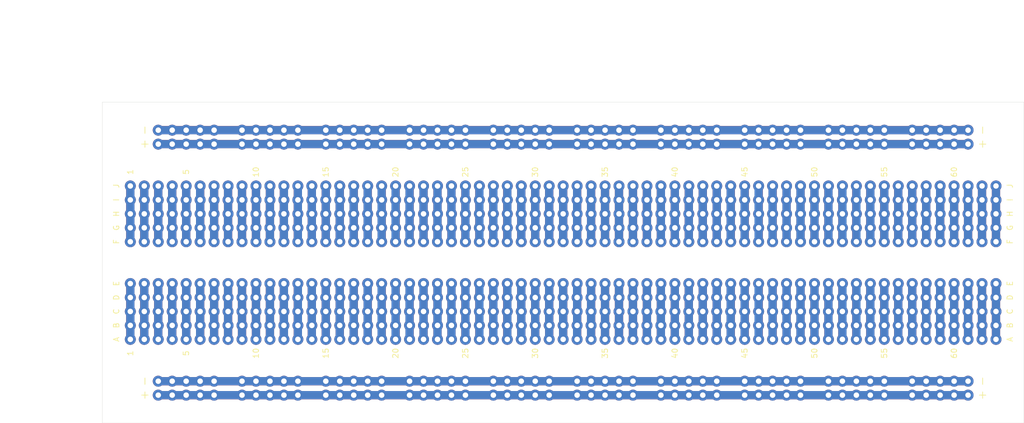
<source format=kicad_pcb>
(kicad_pcb (version 20171130) (host pcbnew "(5.1.0)-1")
  (layers (0 F.Cu signal) (31 B.Cu signal) (34 B.Paste user) (35 F.Paste user) (36 B.SilkS user) (37 F.SilkS user hide) (38 B.Mask user) (39 F.Mask user) (44 Edge.Cuts user))
  (net 0 "")
  (module MountingHole:MountingHole_3.2mm_M3 (layer F.Cu) (at 214.63 97.79)
    (fp_text reference REF** hide)
    (fp_text value MountingHole_3.2mm_M3)
    (pad 1 np_thru_hole circle (at 0 0) (size 3.2 3.2) (drill 3.2) (layers *.Cu *.Mask))
  )
  (module MountingHole:MountingHole_3.2mm_M3 (layer F.Cu) (at 214.63 148.59)
    (fp_text reference REF** hide)
    (fp_text value MountingHole_3.2mm_M3)
    (pad 1 np_thru_hole circle (at 0 0) (size 3.2 3.2) (drill 3.2) (layers *.Cu *.Mask))
  )
  (module Connector_Wire:SolderWirePad_1x01_Drill1mm (layer F.Cu) (at 167.64 116.84 90)
    (fp_text reference REF** hide)
    (fp_text value SolderWirePad_1x01_Drill1mm)
    (pad 1 thru_hole circle (at 0 0 90) (size 2 2) (drill 1.00076) (layers *.Cu *.Mask))
  )
  (module Connector_Wire:SolderWirePad_1x01_Drill1mm (layer F.Cu) (at 200.66 114.3 90)
    (fp_text reference REF** hide)
    (fp_text value SolderWirePad_1x01_Drill1mm)
    (pad 1 thru_hole circle (at 0 0 90) (size 2 2) (drill 1.00076) (layers *.Cu *.Mask))
  )
  (module Connector_Wire:SolderWirePad_1x01_Drill1mm (layer F.Cu) (at 200.66 111.76 90)
    (fp_text reference REF** hide)
    (fp_text value SolderWirePad_1x01_Drill1mm)
    (pad 1 thru_hole circle (at 0 0 90) (size 2 2) (drill 1.00076) (layers *.Cu *.Mask))
  )
  (module Connector_Wire:SolderWirePad_1x01_Drill1mm (layer F.Cu) (at 200.66 116.84 90)
    (fp_text reference REF** hide)
    (fp_text value SolderWirePad_1x01_Drill1mm)
    (pad 1 thru_hole circle (at 0 0 90) (size 2 2) (drill 1.00076) (layers *.Cu *.Mask))
  )
  (module Connector_Wire:SolderWirePad_1x01_Drill1mm (layer F.Cu) (at 200.66 109.22 90)
    (fp_text reference REF** hide)
    (fp_text value SolderWirePad_1x01_Drill1mm)
    (pad 1 thru_hole circle (at 0 0 90) (size 2 2) (drill 1.00076) (layers *.Cu *.Mask))
  )
  (module Connector_Wire:SolderWirePad_1x01_Drill1mm (layer F.Cu) (at 170.18 116.84 90)
    (fp_text reference REF** hide)
    (fp_text value SolderWirePad_1x01_Drill1mm)
    (pad 1 thru_hole circle (at 0 0 90) (size 2 2) (drill 1.00076) (layers *.Cu *.Mask))
  )
  (module Connector_Wire:SolderWirePad_1x01_Drill1mm (layer F.Cu) (at 198.12 119.38 90)
    (fp_text reference REF** hide)
    (fp_text value SolderWirePad_1x01_Drill1mm)
    (pad 1 thru_hole circle (at 0 0 90) (size 2 2) (drill 1.00076) (layers *.Cu *.Mask))
  )
  (module Connector_Wire:SolderWirePad_1x01_Drill1mm (layer F.Cu) (at 198.12 116.84 90)
    (fp_text reference REF** hide)
    (fp_text value SolderWirePad_1x01_Drill1mm)
    (pad 1 thru_hole circle (at 0 0 90) (size 2 2) (drill 1.00076) (layers *.Cu *.Mask))
  )
  (module Connector_Wire:SolderWirePad_1x01_Drill1mm (layer F.Cu) (at 203.2 111.76 90)
    (fp_text reference REF** hide)
    (fp_text value SolderWirePad_1x01_Drill1mm)
    (pad 1 thru_hole circle (at 0 0 90) (size 2 2) (drill 1.00076) (layers *.Cu *.Mask))
  )
  (module Connector_Wire:SolderWirePad_1x01_Drill1mm (layer F.Cu) (at 203.2 114.3 90)
    (fp_text reference REF** hide)
    (fp_text value SolderWirePad_1x01_Drill1mm)
    (pad 1 thru_hole circle (at 0 0 90) (size 2 2) (drill 1.00076) (layers *.Cu *.Mask))
  )
  (module Connector_Wire:SolderWirePad_1x01_Drill1mm (layer F.Cu) (at 203.2 109.22 90)
    (fp_text reference REF** hide)
    (fp_text value SolderWirePad_1x01_Drill1mm)
    (pad 1 thru_hole circle (at 0 0 90) (size 2 2) (drill 1.00076) (layers *.Cu *.Mask))
  )
  (module Connector_Wire:SolderWirePad_1x01_Drill1mm (layer F.Cu) (at 198.12 111.76 90)
    (fp_text reference REF** hide)
    (fp_text value SolderWirePad_1x01_Drill1mm)
    (pad 1 thru_hole circle (at 0 0 90) (size 2 2) (drill 1.00076) (layers *.Cu *.Mask))
  )
  (module Connector_Wire:SolderWirePad_1x01_Drill1mm (layer F.Cu) (at 198.12 109.22 90)
    (fp_text reference REF** hide)
    (fp_text value SolderWirePad_1x01_Drill1mm)
    (pad 1 thru_hole circle (at 0 0 90) (size 2 2) (drill 1.00076) (layers *.Cu *.Mask))
  )
  (module Connector_Wire:SolderWirePad_1x01_Drill1mm (layer F.Cu) (at 200.66 119.38 90)
    (fp_text reference REF** hide)
    (fp_text value SolderWirePad_1x01_Drill1mm)
    (pad 1 thru_hole circle (at 0 0 90) (size 2 2) (drill 1.00076) (layers *.Cu *.Mask))
  )
  (module Connector_Wire:SolderWirePad_1x01_Drill1mm (layer F.Cu) (at 203.2 116.84 90)
    (fp_text reference REF** hide)
    (fp_text value SolderWirePad_1x01_Drill1mm)
    (pad 1 thru_hole circle (at 0 0 90) (size 2 2) (drill 1.00076) (layers *.Cu *.Mask))
  )
  (module Connector_Wire:SolderWirePad_1x01_Drill1mm (layer F.Cu) (at 198.12 114.3 90)
    (fp_text reference REF** hide)
    (fp_text value SolderWirePad_1x01_Drill1mm)
    (pad 1 thru_hole circle (at 0 0 90) (size 2 2) (drill 1.00076) (layers *.Cu *.Mask))
  )
  (module Connector_Wire:SolderWirePad_1x01_Drill1mm (layer F.Cu) (at 203.2 119.38 90)
    (fp_text reference REF** hide)
    (fp_text value SolderWirePad_1x01_Drill1mm)
    (pad 1 thru_hole circle (at 0 0 90) (size 2 2) (drill 1.00076) (layers *.Cu *.Mask))
  )
  (module Connector_Wire:SolderWirePad_1x01_Drill1mm (layer F.Cu) (at 172.72 114.3 90)
    (fp_text reference REF** hide)
    (fp_text value SolderWirePad_1x01_Drill1mm)
    (pad 1 thru_hole circle (at 0 0 90) (size 2 2) (drill 1.00076) (layers *.Cu *.Mask))
  )
  (module Connector_Wire:SolderWirePad_1x01_Drill1mm (layer F.Cu) (at 162.56 109.22 90)
    (fp_text reference REF** hide)
    (fp_text value SolderWirePad_1x01_Drill1mm)
    (pad 1 thru_hole circle (at 0 0 90) (size 2 2) (drill 1.00076) (layers *.Cu *.Mask))
  )
  (module Connector_Wire:SolderWirePad_1x01_Drill1mm (layer F.Cu) (at 165.1 111.76 90)
    (fp_text reference REF** hide)
    (fp_text value SolderWirePad_1x01_Drill1mm)
    (pad 1 thru_hole circle (at 0 0 90) (size 2 2) (drill 1.00076) (layers *.Cu *.Mask))
  )
  (module Connector_Wire:SolderWirePad_1x01_Drill1mm (layer F.Cu) (at 160.02 111.76 90)
    (fp_text reference REF** hide)
    (fp_text value SolderWirePad_1x01_Drill1mm)
    (pad 1 thru_hole circle (at 0 0 90) (size 2 2) (drill 1.00076) (layers *.Cu *.Mask))
  )
  (module Connector_Wire:SolderWirePad_1x01_Drill1mm (layer F.Cu) (at 175.26 114.3 90)
    (fp_text reference REF** hide)
    (fp_text value SolderWirePad_1x01_Drill1mm)
    (pad 1 thru_hole circle (at 0 0 90) (size 2 2) (drill 1.00076) (layers *.Cu *.Mask))
  )
  (module Connector_Wire:SolderWirePad_1x01_Drill1mm (layer F.Cu) (at 175.26 119.38 90)
    (fp_text reference REF** hide)
    (fp_text value SolderWirePad_1x01_Drill1mm)
    (pad 1 thru_hole circle (at 0 0 90) (size 2 2) (drill 1.00076) (layers *.Cu *.Mask))
  )
  (module Connector_Wire:SolderWirePad_1x01_Drill1mm (layer F.Cu) (at 157.48 111.76 90)
    (fp_text reference REF** hide)
    (fp_text value SolderWirePad_1x01_Drill1mm)
    (pad 1 thru_hole circle (at 0 0 90) (size 2 2) (drill 1.00076) (layers *.Cu *.Mask))
  )
  (module Connector_Wire:SolderWirePad_1x01_Drill1mm (layer F.Cu) (at 160.02 114.3 90)
    (fp_text reference REF** hide)
    (fp_text value SolderWirePad_1x01_Drill1mm)
    (pad 1 thru_hole circle (at 0 0 90) (size 2 2) (drill 1.00076) (layers *.Cu *.Mask))
  )
  (module Connector_Wire:SolderWirePad_1x01_Drill1mm (layer F.Cu) (at 157.48 119.38 90)
    (fp_text reference REF** hide)
    (fp_text value SolderWirePad_1x01_Drill1mm)
    (pad 1 thru_hole circle (at 0 0 90) (size 2 2) (drill 1.00076) (layers *.Cu *.Mask))
  )
  (module Connector_Wire:SolderWirePad_1x01_Drill1mm (layer F.Cu) (at 167.64 109.22 90)
    (fp_text reference REF** hide)
    (fp_text value SolderWirePad_1x01_Drill1mm)
    (pad 1 thru_hole circle (at 0 0 90) (size 2 2) (drill 1.00076) (layers *.Cu *.Mask))
  )
  (module Connector_Wire:SolderWirePad_1x01_Drill1mm (layer F.Cu) (at 165.1 116.84 90)
    (fp_text reference REF** hide)
    (fp_text value SolderWirePad_1x01_Drill1mm)
    (pad 1 thru_hole circle (at 0 0 90) (size 2 2) (drill 1.00076) (layers *.Cu *.Mask))
  )
  (module Connector_Wire:SolderWirePad_1x01_Drill1mm (layer F.Cu) (at 162.56 119.38 90)
    (fp_text reference REF** hide)
    (fp_text value SolderWirePad_1x01_Drill1mm)
    (pad 1 thru_hole circle (at 0 0 90) (size 2 2) (drill 1.00076) (layers *.Cu *.Mask))
  )
  (module Connector_Wire:SolderWirePad_1x01_Drill1mm (layer F.Cu) (at 170.18 111.76 90)
    (fp_text reference REF** hide)
    (fp_text value SolderWirePad_1x01_Drill1mm)
    (pad 1 thru_hole circle (at 0 0 90) (size 2 2) (drill 1.00076) (layers *.Cu *.Mask))
  )
  (module Connector_Wire:SolderWirePad_1x01_Drill1mm (layer F.Cu) (at 172.72 119.38 90)
    (fp_text reference REF** hide)
    (fp_text value SolderWirePad_1x01_Drill1mm)
    (pad 1 thru_hole circle (at 0 0 90) (size 2 2) (drill 1.00076) (layers *.Cu *.Mask))
  )
  (module Connector_Wire:SolderWirePad_1x01_Drill1mm (layer F.Cu) (at 157.48 116.84 90)
    (fp_text reference REF** hide)
    (fp_text value SolderWirePad_1x01_Drill1mm)
    (pad 1 thru_hole circle (at 0 0 90) (size 2 2) (drill 1.00076) (layers *.Cu *.Mask))
  )
  (module Connector_Wire:SolderWirePad_1x01_Drill1mm (layer F.Cu) (at 170.18 109.22 90)
    (fp_text reference REF** hide)
    (fp_text value SolderWirePad_1x01_Drill1mm)
    (pad 1 thru_hole circle (at 0 0 90) (size 2 2) (drill 1.00076) (layers *.Cu *.Mask))
  )
  (module Connector_Wire:SolderWirePad_1x01_Drill1mm (layer F.Cu) (at 175.26 109.22 90)
    (fp_text reference REF** hide)
    (fp_text value SolderWirePad_1x01_Drill1mm)
    (pad 1 thru_hole circle (at 0 0 90) (size 2 2) (drill 1.00076) (layers *.Cu *.Mask))
  )
  (module Connector_Wire:SolderWirePad_1x01_Drill1mm (layer F.Cu) (at 157.48 114.3 90)
    (fp_text reference REF** hide)
    (fp_text value SolderWirePad_1x01_Drill1mm)
    (pad 1 thru_hole circle (at 0 0 90) (size 2 2) (drill 1.00076) (layers *.Cu *.Mask))
  )
  (module Connector_Wire:SolderWirePad_1x01_Drill1mm (layer F.Cu) (at 172.72 116.84 90)
    (fp_text reference REF** hide)
    (fp_text value SolderWirePad_1x01_Drill1mm)
    (pad 1 thru_hole circle (at 0 0 90) (size 2 2) (drill 1.00076) (layers *.Cu *.Mask))
  )
  (module Connector_Wire:SolderWirePad_1x01_Drill1mm (layer F.Cu) (at 162.56 114.3 90)
    (fp_text reference REF** hide)
    (fp_text value SolderWirePad_1x01_Drill1mm)
    (pad 1 thru_hole circle (at 0 0 90) (size 2 2) (drill 1.00076) (layers *.Cu *.Mask))
  )
  (module Connector_Wire:SolderWirePad_1x01_Drill1mm (layer F.Cu) (at 175.26 116.84 90)
    (fp_text reference REF** hide)
    (fp_text value SolderWirePad_1x01_Drill1mm)
    (pad 1 thru_hole circle (at 0 0 90) (size 2 2) (drill 1.00076) (layers *.Cu *.Mask))
  )
  (module Connector_Wire:SolderWirePad_1x01_Drill1mm (layer F.Cu) (at 170.18 114.3 90)
    (fp_text reference REF** hide)
    (fp_text value SolderWirePad_1x01_Drill1mm)
    (pad 1 thru_hole circle (at 0 0 90) (size 2 2) (drill 1.00076) (layers *.Cu *.Mask))
  )
  (module Connector_Wire:SolderWirePad_1x01_Drill1mm (layer F.Cu) (at 162.56 116.84 90)
    (fp_text reference REF** hide)
    (fp_text value SolderWirePad_1x01_Drill1mm)
    (pad 1 thru_hole circle (at 0 0 90) (size 2 2) (drill 1.00076) (layers *.Cu *.Mask))
  )
  (module Connector_Wire:SolderWirePad_1x01_Drill1mm (layer F.Cu) (at 165.1 114.3 90)
    (fp_text reference REF** hide)
    (fp_text value SolderWirePad_1x01_Drill1mm)
    (pad 1 thru_hole circle (at 0 0 90) (size 2 2) (drill 1.00076) (layers *.Cu *.Mask))
  )
  (module Connector_Wire:SolderWirePad_1x01_Drill1mm (layer F.Cu) (at 162.56 111.76 90)
    (fp_text reference REF** hide)
    (fp_text value SolderWirePad_1x01_Drill1mm)
    (pad 1 thru_hole circle (at 0 0 90) (size 2 2) (drill 1.00076) (layers *.Cu *.Mask))
  )
  (module Connector_Wire:SolderWirePad_1x01_Drill1mm (layer F.Cu) (at 172.72 109.22 90)
    (fp_text reference REF** hide)
    (fp_text value SolderWirePad_1x01_Drill1mm)
    (pad 1 thru_hole circle (at 0 0 90) (size 2 2) (drill 1.00076) (layers *.Cu *.Mask))
  )
  (module Connector_Wire:SolderWirePad_1x01_Drill1mm (layer F.Cu) (at 165.1 109.22 90)
    (fp_text reference REF** hide)
    (fp_text value SolderWirePad_1x01_Drill1mm)
    (pad 1 thru_hole circle (at 0 0 90) (size 2 2) (drill 1.00076) (layers *.Cu *.Mask))
  )
  (module Connector_Wire:SolderWirePad_1x01_Drill1mm (layer F.Cu) (at 160.02 119.38 90)
    (fp_text reference REF** hide)
    (fp_text value SolderWirePad_1x01_Drill1mm)
    (pad 1 thru_hole circle (at 0 0 90) (size 2 2) (drill 1.00076) (layers *.Cu *.Mask))
  )
  (module Connector_Wire:SolderWirePad_1x01_Drill1mm (layer F.Cu) (at 175.26 111.76 90)
    (fp_text reference REF** hide)
    (fp_text value SolderWirePad_1x01_Drill1mm)
    (pad 1 thru_hole circle (at 0 0 90) (size 2 2) (drill 1.00076) (layers *.Cu *.Mask))
  )
  (module Connector_Wire:SolderWirePad_1x01_Drill1mm (layer F.Cu) (at 170.18 119.38 90)
    (fp_text reference REF** hide)
    (fp_text value SolderWirePad_1x01_Drill1mm)
    (pad 1 thru_hole circle (at 0 0 90) (size 2 2) (drill 1.00076) (layers *.Cu *.Mask))
  )
  (module Connector_Wire:SolderWirePad_1x01_Drill1mm (layer F.Cu) (at 167.64 114.3 90)
    (fp_text reference REF** hide)
    (fp_text value SolderWirePad_1x01_Drill1mm)
    (pad 1 thru_hole circle (at 0 0 90) (size 2 2) (drill 1.00076) (layers *.Cu *.Mask))
  )
  (module Connector_Wire:SolderWirePad_1x01_Drill1mm (layer F.Cu) (at 160.02 109.22 90)
    (fp_text reference REF** hide)
    (fp_text value SolderWirePad_1x01_Drill1mm)
    (pad 1 thru_hole circle (at 0 0 90) (size 2 2) (drill 1.00076) (layers *.Cu *.Mask))
  )
  (module Connector_Wire:SolderWirePad_1x01_Drill1mm (layer F.Cu) (at 165.1 119.38 90)
    (fp_text reference REF** hide)
    (fp_text value SolderWirePad_1x01_Drill1mm)
    (pad 1 thru_hole circle (at 0 0 90) (size 2 2) (drill 1.00076) (layers *.Cu *.Mask))
  )
  (module Connector_Wire:SolderWirePad_1x01_Drill1mm (layer F.Cu) (at 167.64 111.76 90)
    (fp_text reference REF** hide)
    (fp_text value SolderWirePad_1x01_Drill1mm)
    (pad 1 thru_hole circle (at 0 0 90) (size 2 2) (drill 1.00076) (layers *.Cu *.Mask))
  )
  (module Connector_Wire:SolderWirePad_1x01_Drill1mm (layer F.Cu) (at 157.48 109.22 90)
    (fp_text reference REF** hide)
    (fp_text value SolderWirePad_1x01_Drill1mm)
    (pad 1 thru_hole circle (at 0 0 90) (size 2 2) (drill 1.00076) (layers *.Cu *.Mask))
  )
  (module Connector_Wire:SolderWirePad_1x01_Drill1mm (layer F.Cu) (at 167.64 119.38 90)
    (fp_text reference REF** hide)
    (fp_text value SolderWirePad_1x01_Drill1mm)
    (pad 1 thru_hole circle (at 0 0 90) (size 2 2) (drill 1.00076) (layers *.Cu *.Mask))
  )
  (module Connector_Wire:SolderWirePad_1x01_Drill1mm (layer F.Cu) (at 160.02 116.84 90)
    (fp_text reference REF** hide)
    (fp_text value SolderWirePad_1x01_Drill1mm)
    (pad 1 thru_hole circle (at 0 0 90) (size 2 2) (drill 1.00076) (layers *.Cu *.Mask))
  )
  (module Connector_Wire:SolderWirePad_1x01_Drill1mm (layer F.Cu) (at 129.54 116.84 90)
    (fp_text reference REF** hide)
    (fp_text value SolderWirePad_1x01_Drill1mm)
    (pad 1 thru_hole circle (at 0 0 90) (size 2 2) (drill 1.00076) (layers *.Cu *.Mask))
  )
  (module Connector_Wire:SolderWirePad_1x01_Drill1mm (layer F.Cu) (at 172.72 111.76 90)
    (fp_text reference REF** hide)
    (fp_text value SolderWirePad_1x01_Drill1mm)
    (pad 1 thru_hole circle (at 0 0 90) (size 2 2) (drill 1.00076) (layers *.Cu *.Mask))
  )
  (module Connector_Wire:SolderWirePad_1x01_Drill1mm (layer F.Cu) (at 208.28 111.76 90)
    (fp_text reference REF** hide)
    (fp_text value SolderWirePad_1x01_Drill1mm)
    (pad 1 thru_hole circle (at 0 0 90) (size 2 2) (drill 1.00076) (layers *.Cu *.Mask))
  )
  (module Connector_Wire:SolderWirePad_1x01_Drill1mm (layer F.Cu) (at 208.28 114.3 90)
    (fp_text reference REF** hide)
    (fp_text value SolderWirePad_1x01_Drill1mm)
    (pad 1 thru_hole circle (at 0 0 90) (size 2 2) (drill 1.00076) (layers *.Cu *.Mask))
  )
  (module Connector_Wire:SolderWirePad_1x01_Drill1mm (layer F.Cu) (at 208.28 109.22 90)
    (fp_text reference REF** hide)
    (fp_text value SolderWirePad_1x01_Drill1mm)
    (pad 1 thru_hole circle (at 0 0 90) (size 2 2) (drill 1.00076) (layers *.Cu *.Mask))
  )
  (module Connector_Wire:SolderWirePad_1x01_Drill1mm (layer F.Cu) (at 205.74 116.84 90)
    (fp_text reference REF** hide)
    (fp_text value SolderWirePad_1x01_Drill1mm)
    (pad 1 thru_hole circle (at 0 0 90) (size 2 2) (drill 1.00076) (layers *.Cu *.Mask))
  )
  (module Connector_Wire:SolderWirePad_1x01_Drill1mm (layer F.Cu) (at 205.74 109.22 90)
    (fp_text reference REF** hide)
    (fp_text value SolderWirePad_1x01_Drill1mm)
    (pad 1 thru_hole circle (at 0 0 90) (size 2 2) (drill 1.00076) (layers *.Cu *.Mask))
  )
  (module Connector_Wire:SolderWirePad_1x01_Drill1mm (layer F.Cu) (at 208.28 119.38 90)
    (fp_text reference REF** hide)
    (fp_text value SolderWirePad_1x01_Drill1mm)
    (pad 1 thru_hole circle (at 0 0 90) (size 2 2) (drill 1.00076) (layers *.Cu *.Mask))
  )
  (module Connector_Wire:SolderWirePad_1x01_Drill1mm (layer F.Cu) (at 205.74 114.3 90)
    (fp_text reference REF** hide)
    (fp_text value SolderWirePad_1x01_Drill1mm)
    (pad 1 thru_hole circle (at 0 0 90) (size 2 2) (drill 1.00076) (layers *.Cu *.Mask))
  )
  (module Connector_Wire:SolderWirePad_1x01_Drill1mm (layer F.Cu) (at 208.28 116.84 90)
    (fp_text reference REF** hide)
    (fp_text value SolderWirePad_1x01_Drill1mm)
    (pad 1 thru_hole circle (at 0 0 90) (size 2 2) (drill 1.00076) (layers *.Cu *.Mask))
  )
  (module Connector_Wire:SolderWirePad_1x01_Drill1mm (layer F.Cu) (at 205.74 119.38 90)
    (fp_text reference REF** hide)
    (fp_text value SolderWirePad_1x01_Drill1mm)
    (pad 1 thru_hole circle (at 0 0 90) (size 2 2) (drill 1.00076) (layers *.Cu *.Mask))
  )
  (module Connector_Wire:SolderWirePad_1x01_Drill1mm (layer F.Cu) (at 205.74 111.76 90)
    (fp_text reference REF** hide)
    (fp_text value SolderWirePad_1x01_Drill1mm)
    (pad 1 thru_hole circle (at 0 0 90) (size 2 2) (drill 1.00076) (layers *.Cu *.Mask))
  )
  (module Connector_Wire:SolderWirePad_1x01_Drill1mm (layer F.Cu) (at 127 116.84 90)
    (fp_text reference REF** hide)
    (fp_text value SolderWirePad_1x01_Drill1mm)
    (pad 1 thru_hole circle (at 0 0 90) (size 2 2) (drill 1.00076) (layers *.Cu *.Mask))
  )
  (module Connector_Wire:SolderWirePad_1x01_Drill1mm (layer F.Cu) (at 134.62 109.22 90)
    (fp_text reference REF** hide)
    (fp_text value SolderWirePad_1x01_Drill1mm)
    (pad 1 thru_hole circle (at 0 0 90) (size 2 2) (drill 1.00076) (layers *.Cu *.Mask))
  )
  (module Connector_Wire:SolderWirePad_1x01_Drill1mm (layer F.Cu) (at 127 119.38 90)
    (fp_text reference REF** hide)
    (fp_text value SolderWirePad_1x01_Drill1mm)
    (pad 1 thru_hole circle (at 0 0 90) (size 2 2) (drill 1.00076) (layers *.Cu *.Mask))
  )
  (module Connector_Wire:SolderWirePad_1x01_Drill1mm (layer F.Cu) (at 132.08 111.76 90)
    (fp_text reference REF** hide)
    (fp_text value SolderWirePad_1x01_Drill1mm)
    (pad 1 thru_hole circle (at 0 0 90) (size 2 2) (drill 1.00076) (layers *.Cu *.Mask))
  )
  (module Connector_Wire:SolderWirePad_1x01_Drill1mm (layer F.Cu) (at 132.08 116.84 90)
    (fp_text reference REF** hide)
    (fp_text value SolderWirePad_1x01_Drill1mm)
    (pad 1 thru_hole circle (at 0 0 90) (size 2 2) (drill 1.00076) (layers *.Cu *.Mask))
  )
  (module Connector_Wire:SolderWirePad_1x01_Drill1mm (layer F.Cu) (at 132.08 119.38 90)
    (fp_text reference REF** hide)
    (fp_text value SolderWirePad_1x01_Drill1mm)
    (pad 1 thru_hole circle (at 0 0 90) (size 2 2) (drill 1.00076) (layers *.Cu *.Mask))
  )
  (module Connector_Wire:SolderWirePad_1x01_Drill1mm (layer F.Cu) (at 129.54 114.3 90)
    (fp_text reference REF** hide)
    (fp_text value SolderWirePad_1x01_Drill1mm)
    (pad 1 thru_hole circle (at 0 0 90) (size 2 2) (drill 1.00076) (layers *.Cu *.Mask))
  )
  (module Connector_Wire:SolderWirePad_1x01_Drill1mm (layer F.Cu) (at 134.62 116.84 90)
    (fp_text reference REF** hide)
    (fp_text value SolderWirePad_1x01_Drill1mm)
    (pad 1 thru_hole circle (at 0 0 90) (size 2 2) (drill 1.00076) (layers *.Cu *.Mask))
  )
  (module Connector_Wire:SolderWirePad_1x01_Drill1mm (layer F.Cu) (at 124.46 114.3 90)
    (fp_text reference REF** hide)
    (fp_text value SolderWirePad_1x01_Drill1mm)
    (pad 1 thru_hole circle (at 0 0 90) (size 2 2) (drill 1.00076) (layers *.Cu *.Mask))
  )
  (module Connector_Wire:SolderWirePad_1x01_Drill1mm (layer F.Cu) (at 134.62 119.38 90)
    (fp_text reference REF** hide)
    (fp_text value SolderWirePad_1x01_Drill1mm)
    (pad 1 thru_hole circle (at 0 0 90) (size 2 2) (drill 1.00076) (layers *.Cu *.Mask))
  )
  (module Connector_Wire:SolderWirePad_1x01_Drill1mm (layer F.Cu) (at 132.08 114.3 90)
    (fp_text reference REF** hide)
    (fp_text value SolderWirePad_1x01_Drill1mm)
    (pad 1 thru_hole circle (at 0 0 90) (size 2 2) (drill 1.00076) (layers *.Cu *.Mask))
  )
  (module Connector_Wire:SolderWirePad_1x01_Drill1mm (layer F.Cu) (at 134.62 114.3 90)
    (fp_text reference REF** hide)
    (fp_text value SolderWirePad_1x01_Drill1mm)
    (pad 1 thru_hole circle (at 0 0 90) (size 2 2) (drill 1.00076) (layers *.Cu *.Mask))
  )
  (module Connector_Wire:SolderWirePad_1x01_Drill1mm (layer F.Cu) (at 119.38 116.84 90)
    (fp_text reference REF** hide)
    (fp_text value SolderWirePad_1x01_Drill1mm)
    (pad 1 thru_hole circle (at 0 0 90) (size 2 2) (drill 1.00076) (layers *.Cu *.Mask))
  )
  (module Connector_Wire:SolderWirePad_1x01_Drill1mm (layer F.Cu) (at 124.46 109.22 90)
    (fp_text reference REF** hide)
    (fp_text value SolderWirePad_1x01_Drill1mm)
    (pad 1 thru_hole circle (at 0 0 90) (size 2 2) (drill 1.00076) (layers *.Cu *.Mask))
  )
  (module Connector_Wire:SolderWirePad_1x01_Drill1mm (layer F.Cu) (at 127 111.76 90)
    (fp_text reference REF** hide)
    (fp_text value SolderWirePad_1x01_Drill1mm)
    (pad 1 thru_hole circle (at 0 0 90) (size 2 2) (drill 1.00076) (layers *.Cu *.Mask))
  )
  (module Connector_Wire:SolderWirePad_1x01_Drill1mm (layer F.Cu) (at 121.92 109.22 90)
    (fp_text reference REF** hide)
    (fp_text value SolderWirePad_1x01_Drill1mm)
    (pad 1 thru_hole circle (at 0 0 90) (size 2 2) (drill 1.00076) (layers *.Cu *.Mask))
  )
  (module Connector_Wire:SolderWirePad_1x01_Drill1mm (layer F.Cu) (at 119.38 119.38 90)
    (fp_text reference REF** hide)
    (fp_text value SolderWirePad_1x01_Drill1mm)
    (pad 1 thru_hole circle (at 0 0 90) (size 2 2) (drill 1.00076) (layers *.Cu *.Mask))
  )
  (module Connector_Wire:SolderWirePad_1x01_Drill1mm (layer F.Cu) (at 124.46 119.38 90)
    (fp_text reference REF** hide)
    (fp_text value SolderWirePad_1x01_Drill1mm)
    (pad 1 thru_hole circle (at 0 0 90) (size 2 2) (drill 1.00076) (layers *.Cu *.Mask))
  )
  (module Connector_Wire:SolderWirePad_1x01_Drill1mm (layer F.Cu) (at 116.84 119.38 90)
    (fp_text reference REF** hide)
    (fp_text value SolderWirePad_1x01_Drill1mm)
    (pad 1 thru_hole circle (at 0 0 90) (size 2 2) (drill 1.00076) (layers *.Cu *.Mask))
  )
  (module Connector_Wire:SolderWirePad_1x01_Drill1mm (layer F.Cu) (at 121.92 116.84 90)
    (fp_text reference REF** hide)
    (fp_text value SolderWirePad_1x01_Drill1mm)
    (pad 1 thru_hole circle (at 0 0 90) (size 2 2) (drill 1.00076) (layers *.Cu *.Mask))
  )
  (module Connector_Wire:SolderWirePad_1x01_Drill1mm (layer F.Cu) (at 116.84 116.84 90)
    (fp_text reference REF** hide)
    (fp_text value SolderWirePad_1x01_Drill1mm)
    (pad 1 thru_hole circle (at 0 0 90) (size 2 2) (drill 1.00076) (layers *.Cu *.Mask))
  )
  (module Connector_Wire:SolderWirePad_1x01_Drill1mm (layer F.Cu) (at 121.92 111.76 90)
    (fp_text reference REF** hide)
    (fp_text value SolderWirePad_1x01_Drill1mm)
    (pad 1 thru_hole circle (at 0 0 90) (size 2 2) (drill 1.00076) (layers *.Cu *.Mask))
  )
  (module Connector_Wire:SolderWirePad_1x01_Drill1mm (layer F.Cu) (at 116.84 111.76 90)
    (fp_text reference REF** hide)
    (fp_text value SolderWirePad_1x01_Drill1mm)
    (pad 1 thru_hole circle (at 0 0 90) (size 2 2) (drill 1.00076) (layers *.Cu *.Mask))
  )
  (module Connector_Wire:SolderWirePad_1x01_Drill1mm (layer F.Cu) (at 119.38 109.22 90)
    (fp_text reference REF** hide)
    (fp_text value SolderWirePad_1x01_Drill1mm)
    (pad 1 thru_hole circle (at 0 0 90) (size 2 2) (drill 1.00076) (layers *.Cu *.Mask))
  )
  (module Connector_Wire:SolderWirePad_1x01_Drill1mm (layer F.Cu) (at 119.38 111.76 90)
    (fp_text reference REF** hide)
    (fp_text value SolderWirePad_1x01_Drill1mm)
    (pad 1 thru_hole circle (at 0 0 90) (size 2 2) (drill 1.00076) (layers *.Cu *.Mask))
  )
  (module Connector_Wire:SolderWirePad_1x01_Drill1mm (layer F.Cu) (at 132.08 109.22 90)
    (fp_text reference REF** hide)
    (fp_text value SolderWirePad_1x01_Drill1mm)
    (pad 1 thru_hole circle (at 0 0 90) (size 2 2) (drill 1.00076) (layers *.Cu *.Mask))
  )
  (module Connector_Wire:SolderWirePad_1x01_Drill1mm (layer F.Cu) (at 116.84 109.22 90)
    (fp_text reference REF** hide)
    (fp_text value SolderWirePad_1x01_Drill1mm)
    (pad 1 thru_hole circle (at 0 0 90) (size 2 2) (drill 1.00076) (layers *.Cu *.Mask))
  )
  (module Connector_Wire:SolderWirePad_1x01_Drill1mm (layer F.Cu) (at 121.92 119.38 90)
    (fp_text reference REF** hide)
    (fp_text value SolderWirePad_1x01_Drill1mm)
    (pad 1 thru_hole circle (at 0 0 90) (size 2 2) (drill 1.00076) (layers *.Cu *.Mask))
  )
  (module Connector_Wire:SolderWirePad_1x01_Drill1mm (layer F.Cu) (at 121.92 114.3 90)
    (fp_text reference REF** hide)
    (fp_text value SolderWirePad_1x01_Drill1mm)
    (pad 1 thru_hole circle (at 0 0 90) (size 2 2) (drill 1.00076) (layers *.Cu *.Mask))
  )
  (module Connector_Wire:SolderWirePad_1x01_Drill1mm (layer F.Cu) (at 116.84 114.3 90)
    (fp_text reference REF** hide)
    (fp_text value SolderWirePad_1x01_Drill1mm)
    (pad 1 thru_hole circle (at 0 0 90) (size 2 2) (drill 1.00076) (layers *.Cu *.Mask))
  )
  (module Connector_Wire:SolderWirePad_1x01_Drill1mm (layer F.Cu) (at 124.46 111.76 90)
    (fp_text reference REF** hide)
    (fp_text value SolderWirePad_1x01_Drill1mm)
    (pad 1 thru_hole circle (at 0 0 90) (size 2 2) (drill 1.00076) (layers *.Cu *.Mask))
  )
  (module Connector_Wire:SolderWirePad_1x01_Drill1mm (layer F.Cu) (at 134.62 111.76 90)
    (fp_text reference REF** hide)
    (fp_text value SolderWirePad_1x01_Drill1mm)
    (pad 1 thru_hole circle (at 0 0 90) (size 2 2) (drill 1.00076) (layers *.Cu *.Mask))
  )
  (module Connector_Wire:SolderWirePad_1x01_Drill1mm (layer F.Cu) (at 119.38 114.3 90)
    (fp_text reference REF** hide)
    (fp_text value SolderWirePad_1x01_Drill1mm)
    (pad 1 thru_hole circle (at 0 0 90) (size 2 2) (drill 1.00076) (layers *.Cu *.Mask))
  )
  (module Connector_Wire:SolderWirePad_1x01_Drill1mm (layer F.Cu) (at 124.46 116.84 90)
    (fp_text reference REF** hide)
    (fp_text value SolderWirePad_1x01_Drill1mm)
    (pad 1 thru_hole circle (at 0 0 90) (size 2 2) (drill 1.00076) (layers *.Cu *.Mask))
  )
  (module Connector_Wire:SolderWirePad_1x01_Drill1mm (layer F.Cu) (at 129.54 109.22 90)
    (fp_text reference REF** hide)
    (fp_text value SolderWirePad_1x01_Drill1mm)
    (pad 1 thru_hole circle (at 0 0 90) (size 2 2) (drill 1.00076) (layers *.Cu *.Mask))
  )
  (module Connector_Wire:SolderWirePad_1x01_Drill1mm (layer F.Cu) (at 127 114.3 90)
    (fp_text reference REF** hide)
    (fp_text value SolderWirePad_1x01_Drill1mm)
    (pad 1 thru_hole circle (at 0 0 90) (size 2 2) (drill 1.00076) (layers *.Cu *.Mask))
  )
  (module Connector_Wire:SolderWirePad_1x01_Drill1mm (layer F.Cu) (at 129.54 111.76 90)
    (fp_text reference REF** hide)
    (fp_text value SolderWirePad_1x01_Drill1mm)
    (pad 1 thru_hole circle (at 0 0 90) (size 2 2) (drill 1.00076) (layers *.Cu *.Mask))
  )
  (module Connector_Wire:SolderWirePad_1x01_Drill1mm (layer F.Cu) (at 127 109.22 90)
    (fp_text reference REF** hide)
    (fp_text value SolderWirePad_1x01_Drill1mm)
    (pad 1 thru_hole circle (at 0 0 90) (size 2 2) (drill 1.00076) (layers *.Cu *.Mask))
  )
  (module Connector_Wire:SolderWirePad_1x01_Drill1mm (layer F.Cu) (at 129.54 119.38 90)
    (fp_text reference REF** hide)
    (fp_text value SolderWirePad_1x01_Drill1mm)
    (pad 1 thru_hole circle (at 0 0 90) (size 2 2) (drill 1.00076) (layers *.Cu *.Mask))
  )
  (module Connector_Wire:SolderWirePad_1x01_Drill1mm (layer F.Cu) (at 109.22 116.84 90)
    (fp_text reference REF** hide)
    (fp_text value SolderWirePad_1x01_Drill1mm)
    (pad 1 thru_hole circle (at 0 0 90) (size 2 2) (drill 1.00076) (layers *.Cu *.Mask))
  )
  (module Connector_Wire:SolderWirePad_1x01_Drill1mm (layer F.Cu) (at 106.68 116.84 90)
    (fp_text reference REF** hide)
    (fp_text value SolderWirePad_1x01_Drill1mm)
    (pad 1 thru_hole circle (at 0 0 90) (size 2 2) (drill 1.00076) (layers *.Cu *.Mask))
  )
  (module Connector_Wire:SolderWirePad_1x01_Drill1mm (layer F.Cu) (at 109.22 111.76 90)
    (fp_text reference REF** hide)
    (fp_text value SolderWirePad_1x01_Drill1mm)
    (pad 1 thru_hole circle (at 0 0 90) (size 2 2) (drill 1.00076) (layers *.Cu *.Mask))
  )
  (module Connector_Wire:SolderWirePad_1x01_Drill1mm (layer F.Cu) (at 114.3 109.22 90)
    (fp_text reference REF** hide)
    (fp_text value SolderWirePad_1x01_Drill1mm)
    (pad 1 thru_hole circle (at 0 0 90) (size 2 2) (drill 1.00076) (layers *.Cu *.Mask))
  )
  (module Connector_Wire:SolderWirePad_1x01_Drill1mm (layer F.Cu) (at 106.68 109.22 90)
    (fp_text reference REF** hide)
    (fp_text value SolderWirePad_1x01_Drill1mm)
    (pad 1 thru_hole circle (at 0 0 90) (size 2 2) (drill 1.00076) (layers *.Cu *.Mask))
  )
  (module Connector_Wire:SolderWirePad_1x01_Drill1mm (layer F.Cu) (at 111.76 119.38 90)
    (fp_text reference REF** hide)
    (fp_text value SolderWirePad_1x01_Drill1mm)
    (pad 1 thru_hole circle (at 0 0 90) (size 2 2) (drill 1.00076) (layers *.Cu *.Mask))
  )
  (module Connector_Wire:SolderWirePad_1x01_Drill1mm (layer F.Cu) (at 109.22 114.3 90)
    (fp_text reference REF** hide)
    (fp_text value SolderWirePad_1x01_Drill1mm)
    (pad 1 thru_hole circle (at 0 0 90) (size 2 2) (drill 1.00076) (layers *.Cu *.Mask))
  )
  (module Connector_Wire:SolderWirePad_1x01_Drill1mm (layer F.Cu) (at 114.3 116.84 90)
    (fp_text reference REF** hide)
    (fp_text value SolderWirePad_1x01_Drill1mm)
    (pad 1 thru_hole circle (at 0 0 90) (size 2 2) (drill 1.00076) (layers *.Cu *.Mask))
  )
  (module Connector_Wire:SolderWirePad_1x01_Drill1mm (layer F.Cu) (at 106.68 111.76 90)
    (fp_text reference REF** hide)
    (fp_text value SolderWirePad_1x01_Drill1mm)
    (pad 1 thru_hole circle (at 0 0 90) (size 2 2) (drill 1.00076) (layers *.Cu *.Mask))
  )
  (module Connector_Wire:SolderWirePad_1x01_Drill1mm (layer F.Cu) (at 114.3 119.38 90)
    (fp_text reference REF** hide)
    (fp_text value SolderWirePad_1x01_Drill1mm)
    (pad 1 thru_hole circle (at 0 0 90) (size 2 2) (drill 1.00076) (layers *.Cu *.Mask))
  )
  (module Connector_Wire:SolderWirePad_1x01_Drill1mm (layer F.Cu) (at 111.76 114.3 90)
    (fp_text reference REF** hide)
    (fp_text value SolderWirePad_1x01_Drill1mm)
    (pad 1 thru_hole circle (at 0 0 90) (size 2 2) (drill 1.00076) (layers *.Cu *.Mask))
  )
  (module Connector_Wire:SolderWirePad_1x01_Drill1mm (layer F.Cu) (at 96.52 119.38 90)
    (fp_text reference REF** hide)
    (fp_text value SolderWirePad_1x01_Drill1mm)
    (pad 1 thru_hole circle (at 0 0 90) (size 2 2) (drill 1.00076) (layers *.Cu *.Mask))
  )
  (module Connector_Wire:SolderWirePad_1x01_Drill1mm (layer F.Cu) (at 96.52 116.84 90)
    (fp_text reference REF** hide)
    (fp_text value SolderWirePad_1x01_Drill1mm)
    (pad 1 thru_hole circle (at 0 0 90) (size 2 2) (drill 1.00076) (layers *.Cu *.Mask))
  )
  (module Connector_Wire:SolderWirePad_1x01_Drill1mm (layer F.Cu) (at 99.06 111.76 90)
    (fp_text reference REF** hide)
    (fp_text value SolderWirePad_1x01_Drill1mm)
    (pad 1 thru_hole circle (at 0 0 90) (size 2 2) (drill 1.00076) (layers *.Cu *.Mask))
  )
  (module Connector_Wire:SolderWirePad_1x01_Drill1mm (layer F.Cu) (at 106.68 119.38 90)
    (fp_text reference REF** hide)
    (fp_text value SolderWirePad_1x01_Drill1mm)
    (pad 1 thru_hole circle (at 0 0 90) (size 2 2) (drill 1.00076) (layers *.Cu *.Mask))
  )
  (module Connector_Wire:SolderWirePad_1x01_Drill1mm (layer F.Cu) (at 111.76 116.84 90)
    (fp_text reference REF** hide)
    (fp_text value SolderWirePad_1x01_Drill1mm)
    (pad 1 thru_hole circle (at 0 0 90) (size 2 2) (drill 1.00076) (layers *.Cu *.Mask))
  )
  (module Connector_Wire:SolderWirePad_1x01_Drill1mm (layer F.Cu) (at 111.76 109.22 90)
    (fp_text reference REF** hide)
    (fp_text value SolderWirePad_1x01_Drill1mm)
    (pad 1 thru_hole circle (at 0 0 90) (size 2 2) (drill 1.00076) (layers *.Cu *.Mask))
  )
  (module Connector_Wire:SolderWirePad_1x01_Drill1mm (layer F.Cu) (at 111.76 111.76 90)
    (fp_text reference REF** hide)
    (fp_text value SolderWirePad_1x01_Drill1mm)
    (pad 1 thru_hole circle (at 0 0 90) (size 2 2) (drill 1.00076) (layers *.Cu *.Mask))
  )
  (module Connector_Wire:SolderWirePad_1x01_Drill1mm (layer F.Cu) (at 114.3 114.3 90)
    (fp_text reference REF** hide)
    (fp_text value SolderWirePad_1x01_Drill1mm)
    (pad 1 thru_hole circle (at 0 0 90) (size 2 2) (drill 1.00076) (layers *.Cu *.Mask))
  )
  (module Connector_Wire:SolderWirePad_1x01_Drill1mm (layer F.Cu) (at 99.06 119.38 90)
    (fp_text reference REF** hide)
    (fp_text value SolderWirePad_1x01_Drill1mm)
    (pad 1 thru_hole circle (at 0 0 90) (size 2 2) (drill 1.00076) (layers *.Cu *.Mask))
  )
  (module Connector_Wire:SolderWirePad_1x01_Drill1mm (layer F.Cu) (at 114.3 111.76 90)
    (fp_text reference REF** hide)
    (fp_text value SolderWirePad_1x01_Drill1mm)
    (pad 1 thru_hole circle (at 0 0 90) (size 2 2) (drill 1.00076) (layers *.Cu *.Mask))
  )
  (module Connector_Wire:SolderWirePad_1x01_Drill1mm (layer F.Cu) (at 99.06 116.84 90)
    (fp_text reference REF** hide)
    (fp_text value SolderWirePad_1x01_Drill1mm)
    (pad 1 thru_hole circle (at 0 0 90) (size 2 2) (drill 1.00076) (layers *.Cu *.Mask))
  )
  (module Connector_Wire:SolderWirePad_1x01_Drill1mm (layer F.Cu) (at 96.52 109.22 90)
    (fp_text reference REF** hide)
    (fp_text value SolderWirePad_1x01_Drill1mm)
    (pad 1 thru_hole circle (at 0 0 90) (size 2 2) (drill 1.00076) (layers *.Cu *.Mask))
  )
  (module Connector_Wire:SolderWirePad_1x01_Drill1mm (layer F.Cu) (at 99.06 114.3 90)
    (fp_text reference REF** hide)
    (fp_text value SolderWirePad_1x01_Drill1mm)
    (pad 1 thru_hole circle (at 0 0 90) (size 2 2) (drill 1.00076) (layers *.Cu *.Mask))
  )
  (module Connector_Wire:SolderWirePad_1x01_Drill1mm (layer F.Cu) (at 68.58 116.84 90)
    (fp_text reference REF** hide)
    (fp_text value SolderWirePad_1x01_Drill1mm)
    (pad 1 thru_hole circle (at 0 0 90) (size 2 2) (drill 1.00076) (layers *.Cu *.Mask))
  )
  (module Connector_Wire:SolderWirePad_1x01_Drill1mm (layer F.Cu) (at 109.22 109.22 90)
    (fp_text reference REF** hide)
    (fp_text value SolderWirePad_1x01_Drill1mm)
    (pad 1 thru_hole circle (at 0 0 90) (size 2 2) (drill 1.00076) (layers *.Cu *.Mask))
  )
  (module Connector_Wire:SolderWirePad_1x01_Drill1mm (layer F.Cu) (at 96.52 114.3 90)
    (fp_text reference REF** hide)
    (fp_text value SolderWirePad_1x01_Drill1mm)
    (pad 1 thru_hole circle (at 0 0 90) (size 2 2) (drill 1.00076) (layers *.Cu *.Mask))
  )
  (module Connector_Wire:SolderWirePad_1x01_Drill1mm (layer F.Cu) (at 101.6 109.22 90)
    (fp_text reference REF** hide)
    (fp_text value SolderWirePad_1x01_Drill1mm)
    (pad 1 thru_hole circle (at 0 0 90) (size 2 2) (drill 1.00076) (layers *.Cu *.Mask))
  )
  (module Connector_Wire:SolderWirePad_1x01_Drill1mm (layer F.Cu) (at 104.14 119.38 90)
    (fp_text reference REF** hide)
    (fp_text value SolderWirePad_1x01_Drill1mm)
    (pad 1 thru_hole circle (at 0 0 90) (size 2 2) (drill 1.00076) (layers *.Cu *.Mask))
  )
  (module Connector_Wire:SolderWirePad_1x01_Drill1mm (layer F.Cu) (at 73.66 116.84 90)
    (fp_text reference REF** hide)
    (fp_text value SolderWirePad_1x01_Drill1mm)
    (pad 1 thru_hole circle (at 0 0 90) (size 2 2) (drill 1.00076) (layers *.Cu *.Mask))
  )
  (module Connector_Wire:SolderWirePad_1x01_Drill1mm (layer F.Cu) (at 96.52 111.76 90)
    (fp_text reference REF** hide)
    (fp_text value SolderWirePad_1x01_Drill1mm)
    (pad 1 thru_hole circle (at 0 0 90) (size 2 2) (drill 1.00076) (layers *.Cu *.Mask))
  )
  (module Connector_Wire:SolderWirePad_1x01_Drill1mm (layer F.Cu) (at 101.6 111.76 90)
    (fp_text reference REF** hide)
    (fp_text value SolderWirePad_1x01_Drill1mm)
    (pad 1 thru_hole circle (at 0 0 90) (size 2 2) (drill 1.00076) (layers *.Cu *.Mask))
  )
  (module Connector_Wire:SolderWirePad_1x01_Drill1mm (layer F.Cu) (at 71.12 119.38 90)
    (fp_text reference REF** hide)
    (fp_text value SolderWirePad_1x01_Drill1mm)
    (pad 1 thru_hole circle (at 0 0 90) (size 2 2) (drill 1.00076) (layers *.Cu *.Mask))
  )
  (module Connector_Wire:SolderWirePad_1x01_Drill1mm (layer F.Cu) (at 101.6 114.3 90)
    (fp_text reference REF** hide)
    (fp_text value SolderWirePad_1x01_Drill1mm)
    (pad 1 thru_hole circle (at 0 0 90) (size 2 2) (drill 1.00076) (layers *.Cu *.Mask))
  )
  (module Connector_Wire:SolderWirePad_1x01_Drill1mm (layer F.Cu) (at 73.66 109.22 90)
    (fp_text reference REF** hide)
    (fp_text value SolderWirePad_1x01_Drill1mm)
    (pad 1 thru_hole circle (at 0 0 90) (size 2 2) (drill 1.00076) (layers *.Cu *.Mask))
  )
  (module Connector_Wire:SolderWirePad_1x01_Drill1mm (layer F.Cu) (at 101.6 116.84 90)
    (fp_text reference REF** hide)
    (fp_text value SolderWirePad_1x01_Drill1mm)
    (pad 1 thru_hole circle (at 0 0 90) (size 2 2) (drill 1.00076) (layers *.Cu *.Mask))
  )
  (module Connector_Wire:SolderWirePad_1x01_Drill1mm (layer F.Cu) (at 68.58 114.3 90)
    (fp_text reference REF** hide)
    (fp_text value SolderWirePad_1x01_Drill1mm)
    (pad 1 thru_hole circle (at 0 0 90) (size 2 2) (drill 1.00076) (layers *.Cu *.Mask))
  )
  (module Connector_Wire:SolderWirePad_1x01_Drill1mm (layer F.Cu) (at 66.04 111.76 90)
    (fp_text reference REF** hide)
    (fp_text value SolderWirePad_1x01_Drill1mm)
    (pad 1 thru_hole circle (at 0 0 90) (size 2 2) (drill 1.00076) (layers *.Cu *.Mask))
  )
  (module Connector_Wire:SolderWirePad_1x01_Drill1mm (layer F.Cu) (at 66.04 109.22 90)
    (fp_text reference REF** hide)
    (fp_text value SolderWirePad_1x01_Drill1mm)
    (pad 1 thru_hole circle (at 0 0 90) (size 2 2) (drill 1.00076) (layers *.Cu *.Mask))
  )
  (module Connector_Wire:SolderWirePad_1x01_Drill1mm (layer F.Cu) (at 73.66 111.76 90)
    (fp_text reference REF** hide)
    (fp_text value SolderWirePad_1x01_Drill1mm)
    (pad 1 thru_hole circle (at 0 0 90) (size 2 2) (drill 1.00076) (layers *.Cu *.Mask))
  )
  (module Connector_Wire:SolderWirePad_1x01_Drill1mm (layer F.Cu) (at 71.12 111.76 90)
    (fp_text reference REF** hide)
    (fp_text value SolderWirePad_1x01_Drill1mm)
    (pad 1 thru_hole circle (at 0 0 90) (size 2 2) (drill 1.00076) (layers *.Cu *.Mask))
  )
  (module Connector_Wire:SolderWirePad_1x01_Drill1mm (layer F.Cu) (at 68.58 111.76 90)
    (fp_text reference REF** hide)
    (fp_text value SolderWirePad_1x01_Drill1mm)
    (pad 1 thru_hole circle (at 0 0 90) (size 2 2) (drill 1.00076) (layers *.Cu *.Mask))
  )
  (module Connector_Wire:SolderWirePad_1x01_Drill1mm (layer F.Cu) (at 71.12 109.22 90)
    (fp_text reference REF** hide)
    (fp_text value SolderWirePad_1x01_Drill1mm)
    (pad 1 thru_hole circle (at 0 0 90) (size 2 2) (drill 1.00076) (layers *.Cu *.Mask))
  )
  (module Connector_Wire:SolderWirePad_1x01_Drill1mm (layer F.Cu) (at 104.14 109.22 90)
    (fp_text reference REF** hide)
    (fp_text value SolderWirePad_1x01_Drill1mm)
    (pad 1 thru_hole circle (at 0 0 90) (size 2 2) (drill 1.00076) (layers *.Cu *.Mask))
  )
  (module Connector_Wire:SolderWirePad_1x01_Drill1mm (layer F.Cu) (at 73.66 114.3 90)
    (fp_text reference REF** hide)
    (fp_text value SolderWirePad_1x01_Drill1mm)
    (pad 1 thru_hole circle (at 0 0 90) (size 2 2) (drill 1.00076) (layers *.Cu *.Mask))
  )
  (module Connector_Wire:SolderWirePad_1x01_Drill1mm (layer F.Cu) (at 99.06 109.22 90)
    (fp_text reference REF** hide)
    (fp_text value SolderWirePad_1x01_Drill1mm)
    (pad 1 thru_hole circle (at 0 0 90) (size 2 2) (drill 1.00076) (layers *.Cu *.Mask))
  )
  (module Connector_Wire:SolderWirePad_1x01_Drill1mm (layer F.Cu) (at 73.66 119.38 90)
    (fp_text reference REF** hide)
    (fp_text value SolderWirePad_1x01_Drill1mm)
    (pad 1 thru_hole circle (at 0 0 90) (size 2 2) (drill 1.00076) (layers *.Cu *.Mask))
  )
  (module Connector_Wire:SolderWirePad_1x01_Drill1mm (layer F.Cu) (at 104.14 114.3 90)
    (fp_text reference REF** hide)
    (fp_text value SolderWirePad_1x01_Drill1mm)
    (pad 1 thru_hole circle (at 0 0 90) (size 2 2) (drill 1.00076) (layers *.Cu *.Mask))
  )
  (module Connector_Wire:SolderWirePad_1x01_Drill1mm (layer F.Cu) (at 104.14 111.76 90)
    (fp_text reference REF** hide)
    (fp_text value SolderWirePad_1x01_Drill1mm)
    (pad 1 thru_hole circle (at 0 0 90) (size 2 2) (drill 1.00076) (layers *.Cu *.Mask))
  )
  (module Connector_Wire:SolderWirePad_1x01_Drill1mm (layer F.Cu) (at 66.04 116.84 90)
    (fp_text reference REF** hide)
    (fp_text value SolderWirePad_1x01_Drill1mm)
    (pad 1 thru_hole circle (at 0 0 90) (size 2 2) (drill 1.00076) (layers *.Cu *.Mask))
  )
  (module Connector_Wire:SolderWirePad_1x01_Drill1mm (layer F.Cu) (at 106.68 114.3 90)
    (fp_text reference REF** hide)
    (fp_text value SolderWirePad_1x01_Drill1mm)
    (pad 1 thru_hole circle (at 0 0 90) (size 2 2) (drill 1.00076) (layers *.Cu *.Mask))
  )
  (module Connector_Wire:SolderWirePad_1x01_Drill1mm (layer F.Cu) (at 66.04 119.38 90)
    (fp_text reference REF** hide)
    (fp_text value SolderWirePad_1x01_Drill1mm)
    (pad 1 thru_hole circle (at 0 0 90) (size 2 2) (drill 1.00076) (layers *.Cu *.Mask))
  )
  (module Connector_Wire:SolderWirePad_1x01_Drill1mm (layer F.Cu) (at 104.14 116.84 90)
    (fp_text reference REF** hide)
    (fp_text value SolderWirePad_1x01_Drill1mm)
    (pad 1 thru_hole circle (at 0 0 90) (size 2 2) (drill 1.00076) (layers *.Cu *.Mask))
  )
  (module Connector_Wire:SolderWirePad_1x01_Drill1mm (layer F.Cu) (at 109.22 119.38 90)
    (fp_text reference REF** hide)
    (fp_text value SolderWirePad_1x01_Drill1mm)
    (pad 1 thru_hole circle (at 0 0 90) (size 2 2) (drill 1.00076) (layers *.Cu *.Mask))
  )
  (module Connector_Wire:SolderWirePad_1x01_Drill1mm (layer F.Cu) (at 101.6 119.38 90)
    (fp_text reference REF** hide)
    (fp_text value SolderWirePad_1x01_Drill1mm)
    (pad 1 thru_hole circle (at 0 0 90) (size 2 2) (drill 1.00076) (layers *.Cu *.Mask))
  )
  (module Connector_Wire:SolderWirePad_1x01_Drill1mm (layer F.Cu) (at 66.04 114.3 90)
    (fp_text reference REF** hide)
    (fp_text value SolderWirePad_1x01_Drill1mm)
    (pad 1 thru_hole circle (at 0 0 90) (size 2 2) (drill 1.00076) (layers *.Cu *.Mask))
  )
  (module Connector_Wire:SolderWirePad_1x01_Drill1mm (layer F.Cu) (at 71.12 114.3 90)
    (fp_text reference REF** hide)
    (fp_text value SolderWirePad_1x01_Drill1mm)
    (pad 1 thru_hole circle (at 0 0 90) (size 2 2) (drill 1.00076) (layers *.Cu *.Mask))
  )
  (module Connector_Wire:SolderWirePad_1x01_Drill1mm (layer F.Cu) (at 68.58 109.22 90)
    (fp_text reference REF** hide)
    (fp_text value SolderWirePad_1x01_Drill1mm)
    (pad 1 thru_hole circle (at 0 0 90) (size 2 2) (drill 1.00076) (layers *.Cu *.Mask))
  )
  (module Connector_Wire:SolderWirePad_1x01_Drill1mm (layer F.Cu) (at 71.12 116.84 90)
    (fp_text reference REF** hide)
    (fp_text value SolderWirePad_1x01_Drill1mm)
    (pad 1 thru_hole circle (at 0 0 90) (size 2 2) (drill 1.00076) (layers *.Cu *.Mask))
  )
  (module Connector_Wire:SolderWirePad_1x01_Drill1mm (layer F.Cu) (at 68.58 119.38 90)
    (fp_text reference REF** hide)
    (fp_text value SolderWirePad_1x01_Drill1mm)
    (pad 1 thru_hole circle (at 0 0 90) (size 2 2) (drill 1.00076) (layers *.Cu *.Mask))
  )
  (module Connector_Wire:SolderWirePad_1x01_Drill1mm (layer F.Cu) (at 55.88 116.84 90)
    (fp_text reference REF** hide)
    (fp_text value SolderWirePad_1x01_Drill1mm)
    (pad 1 thru_hole circle (at 0 0 90) (size 2 2) (drill 1.00076) (layers *.Cu *.Mask))
  )
  (module Connector_Wire:SolderWirePad_1x01_Drill1mm (layer F.Cu) (at 55.88 119.38 90)
    (fp_text reference REF** hide)
    (fp_text value SolderWirePad_1x01_Drill1mm)
    (pad 1 thru_hole circle (at 0 0 90) (size 2 2) (drill 1.00076) (layers *.Cu *.Mask))
  )
  (module Connector_Wire:SolderWirePad_1x01_Drill1mm (layer F.Cu) (at 58.42 111.76 90)
    (fp_text reference REF** hide)
    (fp_text value SolderWirePad_1x01_Drill1mm)
    (pad 1 thru_hole circle (at 0 0 90) (size 2 2) (drill 1.00076) (layers *.Cu *.Mask))
  )
  (module Connector_Wire:SolderWirePad_1x01_Drill1mm (layer F.Cu) (at 58.42 116.84 90)
    (fp_text reference REF** hide)
    (fp_text value SolderWirePad_1x01_Drill1mm)
    (pad 1 thru_hole circle (at 0 0 90) (size 2 2) (drill 1.00076) (layers *.Cu *.Mask))
  )
  (module Connector_Wire:SolderWirePad_1x01_Drill1mm (layer F.Cu) (at 58.42 119.38 90)
    (fp_text reference REF** hide)
    (fp_text value SolderWirePad_1x01_Drill1mm)
    (pad 1 thru_hole circle (at 0 0 90) (size 2 2) (drill 1.00076) (layers *.Cu *.Mask))
  )
  (module Connector_Wire:SolderWirePad_1x01_Drill1mm (layer F.Cu) (at 55.88 111.76 90)
    (fp_text reference REF** hide)
    (fp_text value SolderWirePad_1x01_Drill1mm)
    (pad 1 thru_hole circle (at 0 0 90) (size 2 2) (drill 1.00076) (layers *.Cu *.Mask))
  )
  (module Connector_Wire:SolderWirePad_1x01_Drill1mm (layer F.Cu) (at 58.42 109.22 90)
    (fp_text reference REF** hide)
    (fp_text value SolderWirePad_1x01_Drill1mm)
    (pad 1 thru_hole circle (at 0 0 90) (size 2 2) (drill 1.00076) (layers *.Cu *.Mask))
  )
  (module Connector_Wire:SolderWirePad_1x01_Drill1mm (layer F.Cu) (at 55.88 114.3 90)
    (fp_text reference REF** hide)
    (fp_text value SolderWirePad_1x01_Drill1mm)
    (pad 1 thru_hole circle (at 0 0 90) (size 2 2) (drill 1.00076) (layers *.Cu *.Mask))
  )
  (module Connector_Wire:SolderWirePad_1x01_Drill1mm (layer F.Cu) (at 58.42 114.3 90)
    (fp_text reference REF** hide)
    (fp_text value SolderWirePad_1x01_Drill1mm)
    (pad 1 thru_hole circle (at 0 0 90) (size 2 2) (drill 1.00076) (layers *.Cu *.Mask))
  )
  (module Connector_Wire:SolderWirePad_1x01_Drill1mm (layer F.Cu) (at 55.88 109.22 90)
    (fp_text reference REF** hide)
    (fp_text value SolderWirePad_1x01_Drill1mm)
    (pad 1 thru_hole circle (at 0 0 90) (size 2 2) (drill 1.00076) (layers *.Cu *.Mask))
  )
  (module Connector_Wire:SolderWirePad_1x01_Drill1mm (layer F.Cu) (at 63.5 109.22 90)
    (fp_text reference REF** hide)
    (fp_text value SolderWirePad_1x01_Drill1mm)
    (pad 1 thru_hole circle (at 0 0 90) (size 2 2) (drill 1.00076) (layers *.Cu *.Mask))
  )
  (module Connector_Wire:SolderWirePad_1x01_Drill1mm (layer F.Cu) (at 63.5 116.84 90)
    (fp_text reference REF** hide)
    (fp_text value SolderWirePad_1x01_Drill1mm)
    (pad 1 thru_hole circle (at 0 0 90) (size 2 2) (drill 1.00076) (layers *.Cu *.Mask))
  )
  (module Connector_Wire:SolderWirePad_1x01_Drill1mm (layer F.Cu) (at 60.96 109.22 90)
    (fp_text reference REF** hide)
    (fp_text value SolderWirePad_1x01_Drill1mm)
    (pad 1 thru_hole circle (at 0 0 90) (size 2 2) (drill 1.00076) (layers *.Cu *.Mask))
  )
  (module Connector_Wire:SolderWirePad_1x01_Drill1mm (layer F.Cu) (at 60.96 116.84 90)
    (fp_text reference REF** hide)
    (fp_text value SolderWirePad_1x01_Drill1mm)
    (pad 1 thru_hole circle (at 0 0 90) (size 2 2) (drill 1.00076) (layers *.Cu *.Mask))
  )
  (module Connector_Wire:SolderWirePad_1x01_Drill1mm (layer F.Cu) (at 63.5 119.38 90)
    (fp_text reference REF** hide)
    (fp_text value SolderWirePad_1x01_Drill1mm)
    (pad 1 thru_hole circle (at 0 0 90) (size 2 2) (drill 1.00076) (layers *.Cu *.Mask))
  )
  (module Connector_Wire:SolderWirePad_1x01_Drill1mm (layer F.Cu) (at 60.96 114.3 90)
    (fp_text reference REF** hide)
    (fp_text value SolderWirePad_1x01_Drill1mm)
    (pad 1 thru_hole circle (at 0 0 90) (size 2 2) (drill 1.00076) (layers *.Cu *.Mask))
  )
  (module Connector_Wire:SolderWirePad_1x01_Drill1mm (layer F.Cu) (at 60.96 111.76 90)
    (fp_text reference REF** hide)
    (fp_text value SolderWirePad_1x01_Drill1mm)
    (pad 1 thru_hole circle (at 0 0 90) (size 2 2) (drill 1.00076) (layers *.Cu *.Mask))
  )
  (module Connector_Wire:SolderWirePad_1x01_Drill1mm (layer F.Cu) (at 63.5 111.76 90)
    (fp_text reference REF** hide)
    (fp_text value SolderWirePad_1x01_Drill1mm)
    (pad 1 thru_hole circle (at 0 0 90) (size 2 2) (drill 1.00076) (layers *.Cu *.Mask))
  )
  (module Connector_Wire:SolderWirePad_1x01_Drill1mm (layer F.Cu) (at 63.5 114.3 90)
    (fp_text reference REF** hide)
    (fp_text value SolderWirePad_1x01_Drill1mm)
    (pad 1 thru_hole circle (at 0 0 90) (size 2 2) (drill 1.00076) (layers *.Cu *.Mask))
  )
  (module Connector_Wire:SolderWirePad_1x01_Drill1mm (layer F.Cu) (at 60.96 119.38 90)
    (fp_text reference REF** hide)
    (fp_text value SolderWirePad_1x01_Drill1mm)
    (pad 1 thru_hole circle (at 0 0 90) (size 2 2) (drill 1.00076) (layers *.Cu *.Mask))
  )
  (module Connector_Wire:SolderWirePad_1x01_Drill1mm (layer F.Cu) (at 147.32 116.84 90)
    (fp_text reference REF** hide)
    (fp_text value SolderWirePad_1x01_Drill1mm)
    (pad 1 thru_hole circle (at 0 0 90) (size 2 2) (drill 1.00076) (layers *.Cu *.Mask))
  )
  (module Connector_Wire:SolderWirePad_1x01_Drill1mm (layer F.Cu) (at 149.86 116.84 90)
    (fp_text reference REF** hide)
    (fp_text value SolderWirePad_1x01_Drill1mm)
    (pad 1 thru_hole circle (at 0 0 90) (size 2 2) (drill 1.00076) (layers *.Cu *.Mask))
  )
  (module Connector_Wire:SolderWirePad_1x01_Drill1mm (layer F.Cu) (at 147.32 119.38 90)
    (fp_text reference REF** hide)
    (fp_text value SolderWirePad_1x01_Drill1mm)
    (pad 1 thru_hole circle (at 0 0 90) (size 2 2) (drill 1.00076) (layers *.Cu *.Mask))
  )
  (module Connector_Wire:SolderWirePad_1x01_Drill1mm (layer F.Cu) (at 152.4 116.84 90)
    (fp_text reference REF** hide)
    (fp_text value SolderWirePad_1x01_Drill1mm)
    (pad 1 thru_hole circle (at 0 0 90) (size 2 2) (drill 1.00076) (layers *.Cu *.Mask))
  )
  (module Connector_Wire:SolderWirePad_1x01_Drill1mm (layer F.Cu) (at 144.78 114.3 90)
    (fp_text reference REF** hide)
    (fp_text value SolderWirePad_1x01_Drill1mm)
    (pad 1 thru_hole circle (at 0 0 90) (size 2 2) (drill 1.00076) (layers *.Cu *.Mask))
  )
  (module Connector_Wire:SolderWirePad_1x01_Drill1mm (layer F.Cu) (at 152.4 114.3 90)
    (fp_text reference REF** hide)
    (fp_text value SolderWirePad_1x01_Drill1mm)
    (pad 1 thru_hole circle (at 0 0 90) (size 2 2) (drill 1.00076) (layers *.Cu *.Mask))
  )
  (module Connector_Wire:SolderWirePad_1x01_Drill1mm (layer F.Cu) (at 139.7 116.84 90)
    (fp_text reference REF** hide)
    (fp_text value SolderWirePad_1x01_Drill1mm)
    (pad 1 thru_hole circle (at 0 0 90) (size 2 2) (drill 1.00076) (layers *.Cu *.Mask))
  )
  (module Connector_Wire:SolderWirePad_1x01_Drill1mm (layer F.Cu) (at 142.24 109.22 90)
    (fp_text reference REF** hide)
    (fp_text value SolderWirePad_1x01_Drill1mm)
    (pad 1 thru_hole circle (at 0 0 90) (size 2 2) (drill 1.00076) (layers *.Cu *.Mask))
  )
  (module Connector_Wire:SolderWirePad_1x01_Drill1mm (layer F.Cu) (at 144.78 109.22 90)
    (fp_text reference REF** hide)
    (fp_text value SolderWirePad_1x01_Drill1mm)
    (pad 1 thru_hole circle (at 0 0 90) (size 2 2) (drill 1.00076) (layers *.Cu *.Mask))
  )
  (module Connector_Wire:SolderWirePad_1x01_Drill1mm (layer F.Cu) (at 139.7 119.38 90)
    (fp_text reference REF** hide)
    (fp_text value SolderWirePad_1x01_Drill1mm)
    (pad 1 thru_hole circle (at 0 0 90) (size 2 2) (drill 1.00076) (layers *.Cu *.Mask))
  )
  (module Connector_Wire:SolderWirePad_1x01_Drill1mm (layer F.Cu) (at 142.24 119.38 90)
    (fp_text reference REF** hide)
    (fp_text value SolderWirePad_1x01_Drill1mm)
    (pad 1 thru_hole circle (at 0 0 90) (size 2 2) (drill 1.00076) (layers *.Cu *.Mask))
  )
  (module Connector_Wire:SolderWirePad_1x01_Drill1mm (layer F.Cu) (at 88.9 116.84 90)
    (fp_text reference REF** hide)
    (fp_text value SolderWirePad_1x01_Drill1mm)
    (pad 1 thru_hole circle (at 0 0 90) (size 2 2) (drill 1.00076) (layers *.Cu *.Mask))
  )
  (module Connector_Wire:SolderWirePad_1x01_Drill1mm (layer F.Cu) (at 142.24 111.76 90)
    (fp_text reference REF** hide)
    (fp_text value SolderWirePad_1x01_Drill1mm)
    (pad 1 thru_hole circle (at 0 0 90) (size 2 2) (drill 1.00076) (layers *.Cu *.Mask))
  )
  (module Connector_Wire:SolderWirePad_1x01_Drill1mm (layer F.Cu) (at 152.4 109.22 90)
    (fp_text reference REF** hide)
    (fp_text value SolderWirePad_1x01_Drill1mm)
    (pad 1 thru_hole circle (at 0 0 90) (size 2 2) (drill 1.00076) (layers *.Cu *.Mask))
  )
  (module Connector_Wire:SolderWirePad_1x01_Drill1mm (layer F.Cu) (at 137.16 114.3 90)
    (fp_text reference REF** hide)
    (fp_text value SolderWirePad_1x01_Drill1mm)
    (pad 1 thru_hole circle (at 0 0 90) (size 2 2) (drill 1.00076) (layers *.Cu *.Mask))
  )
  (module Connector_Wire:SolderWirePad_1x01_Drill1mm (layer F.Cu) (at 149.86 111.76 90)
    (fp_text reference REF** hide)
    (fp_text value SolderWirePad_1x01_Drill1mm)
    (pad 1 thru_hole circle (at 0 0 90) (size 2 2) (drill 1.00076) (layers *.Cu *.Mask))
  )
  (module Connector_Wire:SolderWirePad_1x01_Drill1mm (layer F.Cu) (at 144.78 111.76 90)
    (fp_text reference REF** hide)
    (fp_text value SolderWirePad_1x01_Drill1mm)
    (pad 1 thru_hole circle (at 0 0 90) (size 2 2) (drill 1.00076) (layers *.Cu *.Mask))
  )
  (module Connector_Wire:SolderWirePad_1x01_Drill1mm (layer F.Cu) (at 137.16 116.84 90)
    (fp_text reference REF** hide)
    (fp_text value SolderWirePad_1x01_Drill1mm)
    (pad 1 thru_hole circle (at 0 0 90) (size 2 2) (drill 1.00076) (layers *.Cu *.Mask))
  )
  (module Connector_Wire:SolderWirePad_1x01_Drill1mm (layer F.Cu) (at 93.98 109.22 90)
    (fp_text reference REF** hide)
    (fp_text value SolderWirePad_1x01_Drill1mm)
    (pad 1 thru_hole circle (at 0 0 90) (size 2 2) (drill 1.00076) (layers *.Cu *.Mask))
  )
  (module Connector_Wire:SolderWirePad_1x01_Drill1mm (layer F.Cu) (at 86.36 109.22 90)
    (fp_text reference REF** hide)
    (fp_text value SolderWirePad_1x01_Drill1mm)
    (pad 1 thru_hole circle (at 0 0 90) (size 2 2) (drill 1.00076) (layers *.Cu *.Mask))
  )
  (module Connector_Wire:SolderWirePad_1x01_Drill1mm (layer F.Cu) (at 91.44 119.38 90)
    (fp_text reference REF** hide)
    (fp_text value SolderWirePad_1x01_Drill1mm)
    (pad 1 thru_hole circle (at 0 0 90) (size 2 2) (drill 1.00076) (layers *.Cu *.Mask))
  )
  (module Connector_Wire:SolderWirePad_1x01_Drill1mm (layer F.Cu) (at 154.94 114.3 90)
    (fp_text reference REF** hide)
    (fp_text value SolderWirePad_1x01_Drill1mm)
    (pad 1 thru_hole circle (at 0 0 90) (size 2 2) (drill 1.00076) (layers *.Cu *.Mask))
  )
  (module Connector_Wire:SolderWirePad_1x01_Drill1mm (layer F.Cu) (at 154.94 111.76 90)
    (fp_text reference REF** hide)
    (fp_text value SolderWirePad_1x01_Drill1mm)
    (pad 1 thru_hole circle (at 0 0 90) (size 2 2) (drill 1.00076) (layers *.Cu *.Mask))
  )
  (module Connector_Wire:SolderWirePad_1x01_Drill1mm (layer F.Cu) (at 152.4 111.76 90)
    (fp_text reference REF** hide)
    (fp_text value SolderWirePad_1x01_Drill1mm)
    (pad 1 thru_hole circle (at 0 0 90) (size 2 2) (drill 1.00076) (layers *.Cu *.Mask))
  )
  (module Connector_Wire:SolderWirePad_1x01_Drill1mm (layer F.Cu) (at 154.94 116.84 90)
    (fp_text reference REF** hide)
    (fp_text value SolderWirePad_1x01_Drill1mm)
    (pad 1 thru_hole circle (at 0 0 90) (size 2 2) (drill 1.00076) (layers *.Cu *.Mask))
  )
  (module Connector_Wire:SolderWirePad_1x01_Drill1mm (layer F.Cu) (at 144.78 116.84 90)
    (fp_text reference REF** hide)
    (fp_text value SolderWirePad_1x01_Drill1mm)
    (pad 1 thru_hole circle (at 0 0 90) (size 2 2) (drill 1.00076) (layers *.Cu *.Mask))
  )
  (module Connector_Wire:SolderWirePad_1x01_Drill1mm (layer F.Cu) (at 154.94 119.38 90)
    (fp_text reference REF** hide)
    (fp_text value SolderWirePad_1x01_Drill1mm)
    (pad 1 thru_hole circle (at 0 0 90) (size 2 2) (drill 1.00076) (layers *.Cu *.Mask))
  )
  (module Connector_Wire:SolderWirePad_1x01_Drill1mm (layer F.Cu) (at 147.32 111.76 90)
    (fp_text reference REF** hide)
    (fp_text value SolderWirePad_1x01_Drill1mm)
    (pad 1 thru_hole circle (at 0 0 90) (size 2 2) (drill 1.00076) (layers *.Cu *.Mask))
  )
  (module Connector_Wire:SolderWirePad_1x01_Drill1mm (layer F.Cu) (at 139.7 111.76 90)
    (fp_text reference REF** hide)
    (fp_text value SolderWirePad_1x01_Drill1mm)
    (pad 1 thru_hole circle (at 0 0 90) (size 2 2) (drill 1.00076) (layers *.Cu *.Mask))
  )
  (module Connector_Wire:SolderWirePad_1x01_Drill1mm (layer F.Cu) (at 149.86 119.38 90)
    (fp_text reference REF** hide)
    (fp_text value SolderWirePad_1x01_Drill1mm)
    (pad 1 thru_hole circle (at 0 0 90) (size 2 2) (drill 1.00076) (layers *.Cu *.Mask))
  )
  (module Connector_Wire:SolderWirePad_1x01_Drill1mm (layer F.Cu) (at 137.16 111.76 90)
    (fp_text reference REF** hide)
    (fp_text value SolderWirePad_1x01_Drill1mm)
    (pad 1 thru_hole circle (at 0 0 90) (size 2 2) (drill 1.00076) (layers *.Cu *.Mask))
  )
  (module Connector_Wire:SolderWirePad_1x01_Drill1mm (layer F.Cu) (at 139.7 109.22 90)
    (fp_text reference REF** hide)
    (fp_text value SolderWirePad_1x01_Drill1mm)
    (pad 1 thru_hole circle (at 0 0 90) (size 2 2) (drill 1.00076) (layers *.Cu *.Mask))
  )
  (module Connector_Wire:SolderWirePad_1x01_Drill1mm (layer F.Cu) (at 149.86 109.22 90)
    (fp_text reference REF** hide)
    (fp_text value SolderWirePad_1x01_Drill1mm)
    (pad 1 thru_hole circle (at 0 0 90) (size 2 2) (drill 1.00076) (layers *.Cu *.Mask))
  )
  (module Connector_Wire:SolderWirePad_1x01_Drill1mm (layer F.Cu) (at 137.16 109.22 90)
    (fp_text reference REF** hide)
    (fp_text value SolderWirePad_1x01_Drill1mm)
    (pad 1 thru_hole circle (at 0 0 90) (size 2 2) (drill 1.00076) (layers *.Cu *.Mask))
  )
  (module Connector_Wire:SolderWirePad_1x01_Drill1mm (layer F.Cu) (at 147.32 114.3 90)
    (fp_text reference REF** hide)
    (fp_text value SolderWirePad_1x01_Drill1mm)
    (pad 1 thru_hole circle (at 0 0 90) (size 2 2) (drill 1.00076) (layers *.Cu *.Mask))
  )
  (module Connector_Wire:SolderWirePad_1x01_Drill1mm (layer F.Cu) (at 137.16 119.38 90)
    (fp_text reference REF** hide)
    (fp_text value SolderWirePad_1x01_Drill1mm)
    (pad 1 thru_hole circle (at 0 0 90) (size 2 2) (drill 1.00076) (layers *.Cu *.Mask))
  )
  (module Connector_Wire:SolderWirePad_1x01_Drill1mm (layer F.Cu) (at 152.4 119.38 90)
    (fp_text reference REF** hide)
    (fp_text value SolderWirePad_1x01_Drill1mm)
    (pad 1 thru_hole circle (at 0 0 90) (size 2 2) (drill 1.00076) (layers *.Cu *.Mask))
  )
  (module Connector_Wire:SolderWirePad_1x01_Drill1mm (layer F.Cu) (at 154.94 109.22 90)
    (fp_text reference REF** hide)
    (fp_text value SolderWirePad_1x01_Drill1mm)
    (pad 1 thru_hole circle (at 0 0 90) (size 2 2) (drill 1.00076) (layers *.Cu *.Mask))
  )
  (module Connector_Wire:SolderWirePad_1x01_Drill1mm (layer F.Cu) (at 88.9 114.3 90)
    (fp_text reference REF** hide)
    (fp_text value SolderWirePad_1x01_Drill1mm)
    (pad 1 thru_hole circle (at 0 0 90) (size 2 2) (drill 1.00076) (layers *.Cu *.Mask))
  )
  (module Connector_Wire:SolderWirePad_1x01_Drill1mm (layer F.Cu) (at 149.86 114.3 90)
    (fp_text reference REF** hide)
    (fp_text value SolderWirePad_1x01_Drill1mm)
    (pad 1 thru_hole circle (at 0 0 90) (size 2 2) (drill 1.00076) (layers *.Cu *.Mask))
  )
  (module Connector_Wire:SolderWirePad_1x01_Drill1mm (layer F.Cu) (at 93.98 116.84 90)
    (fp_text reference REF** hide)
    (fp_text value SolderWirePad_1x01_Drill1mm)
    (pad 1 thru_hole circle (at 0 0 90) (size 2 2) (drill 1.00076) (layers *.Cu *.Mask))
  )
  (module Connector_Wire:SolderWirePad_1x01_Drill1mm (layer F.Cu) (at 142.24 116.84 90)
    (fp_text reference REF** hide)
    (fp_text value SolderWirePad_1x01_Drill1mm)
    (pad 1 thru_hole circle (at 0 0 90) (size 2 2) (drill 1.00076) (layers *.Cu *.Mask))
  )
  (module Connector_Wire:SolderWirePad_1x01_Drill1mm (layer F.Cu) (at 142.24 114.3 90)
    (fp_text reference REF** hide)
    (fp_text value SolderWirePad_1x01_Drill1mm)
    (pad 1 thru_hole circle (at 0 0 90) (size 2 2) (drill 1.00076) (layers *.Cu *.Mask))
  )
  (module Connector_Wire:SolderWirePad_1x01_Drill1mm (layer F.Cu) (at 147.32 109.22 90)
    (fp_text reference REF** hide)
    (fp_text value SolderWirePad_1x01_Drill1mm)
    (pad 1 thru_hole circle (at 0 0 90) (size 2 2) (drill 1.00076) (layers *.Cu *.Mask))
  )
  (module Connector_Wire:SolderWirePad_1x01_Drill1mm (layer F.Cu) (at 139.7 114.3 90)
    (fp_text reference REF** hide)
    (fp_text value SolderWirePad_1x01_Drill1mm)
    (pad 1 thru_hole circle (at 0 0 90) (size 2 2) (drill 1.00076) (layers *.Cu *.Mask))
  )
  (module Connector_Wire:SolderWirePad_1x01_Drill1mm (layer F.Cu) (at 144.78 119.38 90)
    (fp_text reference REF** hide)
    (fp_text value SolderWirePad_1x01_Drill1mm)
    (pad 1 thru_hole circle (at 0 0 90) (size 2 2) (drill 1.00076) (layers *.Cu *.Mask))
  )
  (module Connector_Wire:SolderWirePad_1x01_Drill1mm (layer F.Cu) (at 86.36 111.76 90)
    (fp_text reference REF** hide)
    (fp_text value SolderWirePad_1x01_Drill1mm)
    (pad 1 thru_hole circle (at 0 0 90) (size 2 2) (drill 1.00076) (layers *.Cu *.Mask))
  )
  (module Connector_Wire:SolderWirePad_1x01_Drill1mm (layer F.Cu) (at 182.88 109.22 90)
    (fp_text reference REF** hide)
    (fp_text value SolderWirePad_1x01_Drill1mm)
    (pad 1 thru_hole circle (at 0 0 90) (size 2 2) (drill 1.00076) (layers *.Cu *.Mask))
  )
  (module Connector_Wire:SolderWirePad_1x01_Drill1mm (layer F.Cu) (at 185.42 111.76 90)
    (fp_text reference REF** hide)
    (fp_text value SolderWirePad_1x01_Drill1mm)
    (pad 1 thru_hole circle (at 0 0 90) (size 2 2) (drill 1.00076) (layers *.Cu *.Mask))
  )
  (module Connector_Wire:SolderWirePad_1x01_Drill1mm (layer F.Cu) (at 193.04 114.3 90)
    (fp_text reference REF** hide)
    (fp_text value SolderWirePad_1x01_Drill1mm)
    (pad 1 thru_hole circle (at 0 0 90) (size 2 2) (drill 1.00076) (layers *.Cu *.Mask))
  )
  (module Connector_Wire:SolderWirePad_1x01_Drill1mm (layer F.Cu) (at 195.58 114.3 90)
    (fp_text reference REF** hide)
    (fp_text value SolderWirePad_1x01_Drill1mm)
    (pad 1 thru_hole circle (at 0 0 90) (size 2 2) (drill 1.00076) (layers *.Cu *.Mask))
  )
  (module Connector_Wire:SolderWirePad_1x01_Drill1mm (layer F.Cu) (at 187.96 116.84 90)
    (fp_text reference REF** hide)
    (fp_text value SolderWirePad_1x01_Drill1mm)
    (pad 1 thru_hole circle (at 0 0 90) (size 2 2) (drill 1.00076) (layers *.Cu *.Mask))
  )
  (module Connector_Wire:SolderWirePad_1x01_Drill1mm (layer F.Cu) (at 190.5 116.84 90)
    (fp_text reference REF** hide)
    (fp_text value SolderWirePad_1x01_Drill1mm)
    (pad 1 thru_hole circle (at 0 0 90) (size 2 2) (drill 1.00076) (layers *.Cu *.Mask))
  )
  (module Connector_Wire:SolderWirePad_1x01_Drill1mm (layer F.Cu) (at 180.34 111.76 90)
    (fp_text reference REF** hide)
    (fp_text value SolderWirePad_1x01_Drill1mm)
    (pad 1 thru_hole circle (at 0 0 90) (size 2 2) (drill 1.00076) (layers *.Cu *.Mask))
  )
  (module Connector_Wire:SolderWirePad_1x01_Drill1mm (layer F.Cu) (at 177.8 119.38 90)
    (fp_text reference REF** hide)
    (fp_text value SolderWirePad_1x01_Drill1mm)
    (pad 1 thru_hole circle (at 0 0 90) (size 2 2) (drill 1.00076) (layers *.Cu *.Mask))
  )
  (module Connector_Wire:SolderWirePad_1x01_Drill1mm (layer F.Cu) (at 190.5 111.76 90)
    (fp_text reference REF** hide)
    (fp_text value SolderWirePad_1x01_Drill1mm)
    (pad 1 thru_hole circle (at 0 0 90) (size 2 2) (drill 1.00076) (layers *.Cu *.Mask))
  )
  (module Connector_Wire:SolderWirePad_1x01_Drill1mm (layer F.Cu) (at 193.04 111.76 90)
    (fp_text reference REF** hide)
    (fp_text value SolderWirePad_1x01_Drill1mm)
    (pad 1 thru_hole circle (at 0 0 90) (size 2 2) (drill 1.00076) (layers *.Cu *.Mask))
  )
  (module Connector_Wire:SolderWirePad_1x01_Drill1mm (layer F.Cu) (at 190.5 109.22 90)
    (fp_text reference REF** hide)
    (fp_text value SolderWirePad_1x01_Drill1mm)
    (pad 1 thru_hole circle (at 0 0 90) (size 2 2) (drill 1.00076) (layers *.Cu *.Mask))
  )
  (module Connector_Wire:SolderWirePad_1x01_Drill1mm (layer F.Cu) (at 195.58 111.76 90)
    (fp_text reference REF** hide)
    (fp_text value SolderWirePad_1x01_Drill1mm)
    (pad 1 thru_hole circle (at 0 0 90) (size 2 2) (drill 1.00076) (layers *.Cu *.Mask))
  )
  (module Connector_Wire:SolderWirePad_1x01_Drill1mm (layer F.Cu) (at 185.42 114.3 90)
    (fp_text reference REF** hide)
    (fp_text value SolderWirePad_1x01_Drill1mm)
    (pad 1 thru_hole circle (at 0 0 90) (size 2 2) (drill 1.00076) (layers *.Cu *.Mask))
  )
  (module Connector_Wire:SolderWirePad_1x01_Drill1mm (layer F.Cu) (at 180.34 114.3 90)
    (fp_text reference REF** hide)
    (fp_text value SolderWirePad_1x01_Drill1mm)
    (pad 1 thru_hole circle (at 0 0 90) (size 2 2) (drill 1.00076) (layers *.Cu *.Mask))
  )
  (module Connector_Wire:SolderWirePad_1x01_Drill1mm (layer F.Cu) (at 182.88 119.38 90)
    (fp_text reference REF** hide)
    (fp_text value SolderWirePad_1x01_Drill1mm)
    (pad 1 thru_hole circle (at 0 0 90) (size 2 2) (drill 1.00076) (layers *.Cu *.Mask))
  )
  (module Connector_Wire:SolderWirePad_1x01_Drill1mm (layer F.Cu) (at 187.96 114.3 90)
    (fp_text reference REF** hide)
    (fp_text value SolderWirePad_1x01_Drill1mm)
    (pad 1 thru_hole circle (at 0 0 90) (size 2 2) (drill 1.00076) (layers *.Cu *.Mask))
  )
  (module Connector_Wire:SolderWirePad_1x01_Drill1mm (layer F.Cu) (at 177.8 116.84 90)
    (fp_text reference REF** hide)
    (fp_text value SolderWirePad_1x01_Drill1mm)
    (pad 1 thru_hole circle (at 0 0 90) (size 2 2) (drill 1.00076) (layers *.Cu *.Mask))
  )
  (module Connector_Wire:SolderWirePad_1x01_Drill1mm (layer F.Cu) (at 182.88 116.84 90)
    (fp_text reference REF** hide)
    (fp_text value SolderWirePad_1x01_Drill1mm)
    (pad 1 thru_hole circle (at 0 0 90) (size 2 2) (drill 1.00076) (layers *.Cu *.Mask))
  )
  (module Connector_Wire:SolderWirePad_1x01_Drill1mm (layer F.Cu) (at 187.96 119.38 90)
    (fp_text reference REF** hide)
    (fp_text value SolderWirePad_1x01_Drill1mm)
    (pad 1 thru_hole circle (at 0 0 90) (size 2 2) (drill 1.00076) (layers *.Cu *.Mask))
  )
  (module Connector_Wire:SolderWirePad_1x01_Drill1mm (layer F.Cu) (at 180.34 116.84 90)
    (fp_text reference REF** hide)
    (fp_text value SolderWirePad_1x01_Drill1mm)
    (pad 1 thru_hole circle (at 0 0 90) (size 2 2) (drill 1.00076) (layers *.Cu *.Mask))
  )
  (module Connector_Wire:SolderWirePad_1x01_Drill1mm (layer F.Cu) (at 185.42 116.84 90)
    (fp_text reference REF** hide)
    (fp_text value SolderWirePad_1x01_Drill1mm)
    (pad 1 thru_hole circle (at 0 0 90) (size 2 2) (drill 1.00076) (layers *.Cu *.Mask))
  )
  (module Connector_Wire:SolderWirePad_1x01_Drill1mm (layer F.Cu) (at 193.04 109.22 90)
    (fp_text reference REF** hide)
    (fp_text value SolderWirePad_1x01_Drill1mm)
    (pad 1 thru_hole circle (at 0 0 90) (size 2 2) (drill 1.00076) (layers *.Cu *.Mask))
  )
  (module Connector_Wire:SolderWirePad_1x01_Drill1mm (layer F.Cu) (at 193.04 119.38 90)
    (fp_text reference REF** hide)
    (fp_text value SolderWirePad_1x01_Drill1mm)
    (pad 1 thru_hole circle (at 0 0 90) (size 2 2) (drill 1.00076) (layers *.Cu *.Mask))
  )
  (module Connector_Wire:SolderWirePad_1x01_Drill1mm (layer F.Cu) (at 195.58 116.84 90)
    (fp_text reference REF** hide)
    (fp_text value SolderWirePad_1x01_Drill1mm)
    (pad 1 thru_hole circle (at 0 0 90) (size 2 2) (drill 1.00076) (layers *.Cu *.Mask))
  )
  (module Connector_Wire:SolderWirePad_1x01_Drill1mm (layer F.Cu) (at 182.88 111.76 90)
    (fp_text reference REF** hide)
    (fp_text value SolderWirePad_1x01_Drill1mm)
    (pad 1 thru_hole circle (at 0 0 90) (size 2 2) (drill 1.00076) (layers *.Cu *.Mask))
  )
  (module Connector_Wire:SolderWirePad_1x01_Drill1mm (layer F.Cu) (at 182.88 114.3 90)
    (fp_text reference REF** hide)
    (fp_text value SolderWirePad_1x01_Drill1mm)
    (pad 1 thru_hole circle (at 0 0 90) (size 2 2) (drill 1.00076) (layers *.Cu *.Mask))
  )
  (module Connector_Wire:SolderWirePad_1x01_Drill1mm (layer F.Cu) (at 195.58 109.22 90)
    (fp_text reference REF** hide)
    (fp_text value SolderWirePad_1x01_Drill1mm)
    (pad 1 thru_hole circle (at 0 0 90) (size 2 2) (drill 1.00076) (layers *.Cu *.Mask))
  )
  (module Connector_Wire:SolderWirePad_1x01_Drill1mm (layer F.Cu) (at 177.8 109.22 90)
    (fp_text reference REF** hide)
    (fp_text value SolderWirePad_1x01_Drill1mm)
    (pad 1 thru_hole circle (at 0 0 90) (size 2 2) (drill 1.00076) (layers *.Cu *.Mask))
  )
  (module Connector_Wire:SolderWirePad_1x01_Drill1mm (layer F.Cu) (at 177.8 111.76 90)
    (fp_text reference REF** hide)
    (fp_text value SolderWirePad_1x01_Drill1mm)
    (pad 1 thru_hole circle (at 0 0 90) (size 2 2) (drill 1.00076) (layers *.Cu *.Mask))
  )
  (module Connector_Wire:SolderWirePad_1x01_Drill1mm (layer F.Cu) (at 177.8 114.3 90)
    (fp_text reference REF** hide)
    (fp_text value SolderWirePad_1x01_Drill1mm)
    (pad 1 thru_hole circle (at 0 0 90) (size 2 2) (drill 1.00076) (layers *.Cu *.Mask))
  )
  (module Connector_Wire:SolderWirePad_1x01_Drill1mm (layer F.Cu) (at 190.5 114.3 90)
    (fp_text reference REF** hide)
    (fp_text value SolderWirePad_1x01_Drill1mm)
    (pad 1 thru_hole circle (at 0 0 90) (size 2 2) (drill 1.00076) (layers *.Cu *.Mask))
  )
  (module Connector_Wire:SolderWirePad_1x01_Drill1mm (layer F.Cu) (at 185.42 109.22 90)
    (fp_text reference REF** hide)
    (fp_text value SolderWirePad_1x01_Drill1mm)
    (pad 1 thru_hole circle (at 0 0 90) (size 2 2) (drill 1.00076) (layers *.Cu *.Mask))
  )
  (module Connector_Wire:SolderWirePad_1x01_Drill1mm (layer F.Cu) (at 180.34 109.22 90)
    (fp_text reference REF** hide)
    (fp_text value SolderWirePad_1x01_Drill1mm)
    (pad 1 thru_hole circle (at 0 0 90) (size 2 2) (drill 1.00076) (layers *.Cu *.Mask))
  )
  (module Connector_Wire:SolderWirePad_1x01_Drill1mm (layer F.Cu) (at 185.42 119.38 90)
    (fp_text reference REF** hide)
    (fp_text value SolderWirePad_1x01_Drill1mm)
    (pad 1 thru_hole circle (at 0 0 90) (size 2 2) (drill 1.00076) (layers *.Cu *.Mask))
  )
  (module Connector_Wire:SolderWirePad_1x01_Drill1mm (layer F.Cu) (at 190.5 119.38 90)
    (fp_text reference REF** hide)
    (fp_text value SolderWirePad_1x01_Drill1mm)
    (pad 1 thru_hole circle (at 0 0 90) (size 2 2) (drill 1.00076) (layers *.Cu *.Mask))
  )
  (module Connector_Wire:SolderWirePad_1x01_Drill1mm (layer F.Cu) (at 187.96 109.22 90)
    (fp_text reference REF** hide)
    (fp_text value SolderWirePad_1x01_Drill1mm)
    (pad 1 thru_hole circle (at 0 0 90) (size 2 2) (drill 1.00076) (layers *.Cu *.Mask))
  )
  (module Connector_Wire:SolderWirePad_1x01_Drill1mm (layer F.Cu) (at 193.04 116.84 90)
    (fp_text reference REF** hide)
    (fp_text value SolderWirePad_1x01_Drill1mm)
    (pad 1 thru_hole circle (at 0 0 90) (size 2 2) (drill 1.00076) (layers *.Cu *.Mask))
  )
  (module Connector_Wire:SolderWirePad_1x01_Drill1mm (layer F.Cu) (at 180.34 119.38 90)
    (fp_text reference REF** hide)
    (fp_text value SolderWirePad_1x01_Drill1mm)
    (pad 1 thru_hole circle (at 0 0 90) (size 2 2) (drill 1.00076) (layers *.Cu *.Mask))
  )
  (module Connector_Wire:SolderWirePad_1x01_Drill1mm (layer F.Cu) (at 187.96 111.76 90)
    (fp_text reference REF** hide)
    (fp_text value SolderWirePad_1x01_Drill1mm)
    (pad 1 thru_hole circle (at 0 0 90) (size 2 2) (drill 1.00076) (layers *.Cu *.Mask))
  )
  (module Connector_Wire:SolderWirePad_1x01_Drill1mm (layer F.Cu) (at 195.58 119.38 90)
    (fp_text reference REF** hide)
    (fp_text value SolderWirePad_1x01_Drill1mm)
    (pad 1 thru_hole circle (at 0 0 90) (size 2 2) (drill 1.00076) (layers *.Cu *.Mask))
  )
  (module Connector_Wire:SolderWirePad_1x01_Drill1mm (layer F.Cu) (at 93.98 119.38 90)
    (fp_text reference REF** hide)
    (fp_text value SolderWirePad_1x01_Drill1mm)
    (pad 1 thru_hole circle (at 0 0 90) (size 2 2) (drill 1.00076) (layers *.Cu *.Mask))
  )
  (module Connector_Wire:SolderWirePad_1x01_Drill1mm (layer F.Cu) (at 91.44 114.3 90)
    (fp_text reference REF** hide)
    (fp_text value SolderWirePad_1x01_Drill1mm)
    (pad 1 thru_hole circle (at 0 0 90) (size 2 2) (drill 1.00076) (layers *.Cu *.Mask))
  )
  (module Connector_Wire:SolderWirePad_1x01_Drill1mm (layer F.Cu) (at 76.2 119.38 90)
    (fp_text reference REF** hide)
    (fp_text value SolderWirePad_1x01_Drill1mm)
    (pad 1 thru_hole circle (at 0 0 90) (size 2 2) (drill 1.00076) (layers *.Cu *.Mask))
  )
  (module Connector_Wire:SolderWirePad_1x01_Drill1mm (layer F.Cu) (at 76.2 116.84 90)
    (fp_text reference REF** hide)
    (fp_text value SolderWirePad_1x01_Drill1mm)
    (pad 1 thru_hole circle (at 0 0 90) (size 2 2) (drill 1.00076) (layers *.Cu *.Mask))
  )
  (module Connector_Wire:SolderWirePad_1x01_Drill1mm (layer F.Cu) (at 78.74 111.76 90)
    (fp_text reference REF** hide)
    (fp_text value SolderWirePad_1x01_Drill1mm)
    (pad 1 thru_hole circle (at 0 0 90) (size 2 2) (drill 1.00076) (layers *.Cu *.Mask))
  )
  (module Connector_Wire:SolderWirePad_1x01_Drill1mm (layer F.Cu) (at 86.36 119.38 90)
    (fp_text reference REF** hide)
    (fp_text value SolderWirePad_1x01_Drill1mm)
    (pad 1 thru_hole circle (at 0 0 90) (size 2 2) (drill 1.00076) (layers *.Cu *.Mask))
  )
  (module Connector_Wire:SolderWirePad_1x01_Drill1mm (layer F.Cu) (at 91.44 116.84 90)
    (fp_text reference REF** hide)
    (fp_text value SolderWirePad_1x01_Drill1mm)
    (pad 1 thru_hole circle (at 0 0 90) (size 2 2) (drill 1.00076) (layers *.Cu *.Mask))
  )
  (module Connector_Wire:SolderWirePad_1x01_Drill1mm (layer F.Cu) (at 91.44 109.22 90)
    (fp_text reference REF** hide)
    (fp_text value SolderWirePad_1x01_Drill1mm)
    (pad 1 thru_hole circle (at 0 0 90) (size 2 2) (drill 1.00076) (layers *.Cu *.Mask))
  )
  (module Connector_Wire:SolderWirePad_1x01_Drill1mm (layer F.Cu) (at 86.36 116.84 90)
    (fp_text reference REF** hide)
    (fp_text value SolderWirePad_1x01_Drill1mm)
    (pad 1 thru_hole circle (at 0 0 90) (size 2 2) (drill 1.00076) (layers *.Cu *.Mask))
  )
  (module Connector_Wire:SolderWirePad_1x01_Drill1mm (layer F.Cu) (at 91.44 111.76 90)
    (fp_text reference REF** hide)
    (fp_text value SolderWirePad_1x01_Drill1mm)
    (pad 1 thru_hole circle (at 0 0 90) (size 2 2) (drill 1.00076) (layers *.Cu *.Mask))
  )
  (module Connector_Wire:SolderWirePad_1x01_Drill1mm (layer F.Cu) (at 78.74 119.38 90)
    (fp_text reference REF** hide)
    (fp_text value SolderWirePad_1x01_Drill1mm)
    (pad 1 thru_hole circle (at 0 0 90) (size 2 2) (drill 1.00076) (layers *.Cu *.Mask))
  )
  (module Connector_Wire:SolderWirePad_1x01_Drill1mm (layer F.Cu) (at 93.98 111.76 90)
    (fp_text reference REF** hide)
    (fp_text value SolderWirePad_1x01_Drill1mm)
    (pad 1 thru_hole circle (at 0 0 90) (size 2 2) (drill 1.00076) (layers *.Cu *.Mask))
  )
  (module Connector_Wire:SolderWirePad_1x01_Drill1mm (layer F.Cu) (at 88.9 111.76 90)
    (fp_text reference REF** hide)
    (fp_text value SolderWirePad_1x01_Drill1mm)
    (pad 1 thru_hole circle (at 0 0 90) (size 2 2) (drill 1.00076) (layers *.Cu *.Mask))
  )
  (module Connector_Wire:SolderWirePad_1x01_Drill1mm (layer F.Cu) (at 78.74 116.84 90)
    (fp_text reference REF** hide)
    (fp_text value SolderWirePad_1x01_Drill1mm)
    (pad 1 thru_hole circle (at 0 0 90) (size 2 2) (drill 1.00076) (layers *.Cu *.Mask))
  )
  (module Connector_Wire:SolderWirePad_1x01_Drill1mm (layer F.Cu) (at 93.98 114.3 90)
    (fp_text reference REF** hide)
    (fp_text value SolderWirePad_1x01_Drill1mm)
    (pad 1 thru_hole circle (at 0 0 90) (size 2 2) (drill 1.00076) (layers *.Cu *.Mask))
  )
  (module Connector_Wire:SolderWirePad_1x01_Drill1mm (layer F.Cu) (at 88.9 119.38 90)
    (fp_text reference REF** hide)
    (fp_text value SolderWirePad_1x01_Drill1mm)
    (pad 1 thru_hole circle (at 0 0 90) (size 2 2) (drill 1.00076) (layers *.Cu *.Mask))
  )
  (module Connector_Wire:SolderWirePad_1x01_Drill1mm (layer F.Cu) (at 88.9 109.22 90)
    (fp_text reference REF** hide)
    (fp_text value SolderWirePad_1x01_Drill1mm)
    (pad 1 thru_hole circle (at 0 0 90) (size 2 2) (drill 1.00076) (layers *.Cu *.Mask))
  )
  (module Connector_Wire:SolderWirePad_1x01_Drill1mm (layer F.Cu) (at 86.36 114.3 90)
    (fp_text reference REF** hide)
    (fp_text value SolderWirePad_1x01_Drill1mm)
    (pad 1 thru_hole circle (at 0 0 90) (size 2 2) (drill 1.00076) (layers *.Cu *.Mask))
  )
  (module Connector_Wire:SolderWirePad_1x01_Drill1mm (layer F.Cu) (at 76.2 114.3 90)
    (fp_text reference REF** hide)
    (fp_text value SolderWirePad_1x01_Drill1mm)
    (pad 1 thru_hole circle (at 0 0 90) (size 2 2) (drill 1.00076) (layers *.Cu *.Mask))
  )
  (module Connector_Wire:SolderWirePad_1x01_Drill1mm (layer F.Cu) (at 76.2 109.22 90)
    (fp_text reference REF** hide)
    (fp_text value SolderWirePad_1x01_Drill1mm)
    (pad 1 thru_hole circle (at 0 0 90) (size 2 2) (drill 1.00076) (layers *.Cu *.Mask))
  )
  (module Connector_Wire:SolderWirePad_1x01_Drill1mm (layer F.Cu) (at 81.28 109.22 90)
    (fp_text reference REF** hide)
    (fp_text value SolderWirePad_1x01_Drill1mm)
    (pad 1 thru_hole circle (at 0 0 90) (size 2 2) (drill 1.00076) (layers *.Cu *.Mask))
  )
  (module Connector_Wire:SolderWirePad_1x01_Drill1mm (layer F.Cu) (at 81.28 119.38 90)
    (fp_text reference REF** hide)
    (fp_text value SolderWirePad_1x01_Drill1mm)
    (pad 1 thru_hole circle (at 0 0 90) (size 2 2) (drill 1.00076) (layers *.Cu *.Mask))
  )
  (module Connector_Wire:SolderWirePad_1x01_Drill1mm (layer F.Cu) (at 83.82 119.38 90)
    (fp_text reference REF** hide)
    (fp_text value SolderWirePad_1x01_Drill1mm)
    (pad 1 thru_hole circle (at 0 0 90) (size 2 2) (drill 1.00076) (layers *.Cu *.Mask))
  )
  (module Connector_Wire:SolderWirePad_1x01_Drill1mm (layer F.Cu) (at 76.2 111.76 90)
    (fp_text reference REF** hide)
    (fp_text value SolderWirePad_1x01_Drill1mm)
    (pad 1 thru_hole circle (at 0 0 90) (size 2 2) (drill 1.00076) (layers *.Cu *.Mask))
  )
  (module Connector_Wire:SolderWirePad_1x01_Drill1mm (layer F.Cu) (at 83.82 109.22 90)
    (fp_text reference REF** hide)
    (fp_text value SolderWirePad_1x01_Drill1mm)
    (pad 1 thru_hole circle (at 0 0 90) (size 2 2) (drill 1.00076) (layers *.Cu *.Mask))
  )
  (module Connector_Wire:SolderWirePad_1x01_Drill1mm (layer F.Cu) (at 78.74 109.22 90)
    (fp_text reference REF** hide)
    (fp_text value SolderWirePad_1x01_Drill1mm)
    (pad 1 thru_hole circle (at 0 0 90) (size 2 2) (drill 1.00076) (layers *.Cu *.Mask))
  )
  (module Connector_Wire:SolderWirePad_1x01_Drill1mm (layer F.Cu) (at 78.74 114.3 90)
    (fp_text reference REF** hide)
    (fp_text value SolderWirePad_1x01_Drill1mm)
    (pad 1 thru_hole circle (at 0 0 90) (size 2 2) (drill 1.00076) (layers *.Cu *.Mask))
  )
  (module Connector_Wire:SolderWirePad_1x01_Drill1mm (layer F.Cu) (at 83.82 116.84 90)
    (fp_text reference REF** hide)
    (fp_text value SolderWirePad_1x01_Drill1mm)
    (pad 1 thru_hole circle (at 0 0 90) (size 2 2) (drill 1.00076) (layers *.Cu *.Mask))
  )
  (module Connector_Wire:SolderWirePad_1x01_Drill1mm (layer F.Cu) (at 81.28 111.76 90)
    (fp_text reference REF** hide)
    (fp_text value SolderWirePad_1x01_Drill1mm)
    (pad 1 thru_hole circle (at 0 0 90) (size 2 2) (drill 1.00076) (layers *.Cu *.Mask))
  )
  (module Connector_Wire:SolderWirePad_1x01_Drill1mm (layer F.Cu) (at 83.82 114.3 90)
    (fp_text reference REF** hide)
    (fp_text value SolderWirePad_1x01_Drill1mm)
    (pad 1 thru_hole circle (at 0 0 90) (size 2 2) (drill 1.00076) (layers *.Cu *.Mask))
  )
  (module Connector_Wire:SolderWirePad_1x01_Drill1mm (layer F.Cu) (at 81.28 114.3 90)
    (fp_text reference REF** hide)
    (fp_text value SolderWirePad_1x01_Drill1mm)
    (pad 1 thru_hole circle (at 0 0 90) (size 2 2) (drill 1.00076) (layers *.Cu *.Mask))
  )
  (module Connector_Wire:SolderWirePad_1x01_Drill1mm (layer F.Cu) (at 83.82 111.76 90)
    (fp_text reference REF** hide)
    (fp_text value SolderWirePad_1x01_Drill1mm)
    (pad 1 thru_hole circle (at 0 0 90) (size 2 2) (drill 1.00076) (layers *.Cu *.Mask))
  )
  (module Connector_Wire:SolderWirePad_1x01_Drill1mm (layer F.Cu) (at 81.28 116.84 90)
    (fp_text reference REF** hide)
    (fp_text value SolderWirePad_1x01_Drill1mm)
    (pad 1 thru_hole circle (at 0 0 90) (size 2 2) (drill 1.00076) (layers *.Cu *.Mask))
  )
  (module Connector_Wire:SolderWirePad_1x01_Drill1mm (layer F.Cu) (at 210.82 114.3 90)
    (fp_text reference REF** hide)
    (fp_text value SolderWirePad_1x01_Drill1mm)
    (pad 1 thru_hole circle (at 0 0 90) (size 2 2) (drill 1.00076) (layers *.Cu *.Mask))
  )
  (module Connector_Wire:SolderWirePad_1x01_Drill1mm (layer F.Cu) (at 213.36 114.3 90)
    (fp_text reference REF** hide)
    (fp_text value SolderWirePad_1x01_Drill1mm)
    (pad 1 thru_hole circle (at 0 0 90) (size 2 2) (drill 1.00076) (layers *.Cu *.Mask))
  )
  (module Connector_Wire:SolderWirePad_1x01_Drill1mm (layer F.Cu) (at 213.36 116.84 90)
    (fp_text reference REF** hide)
    (fp_text value SolderWirePad_1x01_Drill1mm)
    (pad 1 thru_hole circle (at 0 0 90) (size 2 2) (drill 1.00076) (layers *.Cu *.Mask))
  )
  (module Connector_Wire:SolderWirePad_1x01_Drill1mm (layer F.Cu) (at 213.36 119.38 90)
    (fp_text reference REF** hide)
    (fp_text value SolderWirePad_1x01_Drill1mm)
    (pad 1 thru_hole circle (at 0 0 90) (size 2 2) (drill 1.00076) (layers *.Cu *.Mask))
  )
  (module Connector_Wire:SolderWirePad_1x01_Drill1mm (layer F.Cu) (at 210.82 116.84 90)
    (fp_text reference REF** hide)
    (fp_text value SolderWirePad_1x01_Drill1mm)
    (pad 1 thru_hole circle (at 0 0 90) (size 2 2) (drill 1.00076) (layers *.Cu *.Mask))
  )
  (module Connector_Wire:SolderWirePad_1x01_Drill1mm (layer F.Cu) (at 210.82 111.76 90)
    (fp_text reference REF** hide)
    (fp_text value SolderWirePad_1x01_Drill1mm)
    (pad 1 thru_hole circle (at 0 0 90) (size 2 2) (drill 1.00076) (layers *.Cu *.Mask))
  )
  (module Connector_Wire:SolderWirePad_1x01_Drill1mm (layer F.Cu) (at 210.82 119.38 90)
    (fp_text reference REF** hide)
    (fp_text value SolderWirePad_1x01_Drill1mm)
    (pad 1 thru_hole circle (at 0 0 90) (size 2 2) (drill 1.00076) (layers *.Cu *.Mask))
  )
  (module Connector_Wire:SolderWirePad_1x01_Drill1mm (layer F.Cu) (at 213.36 111.76 90)
    (fp_text reference REF** hide)
    (fp_text value SolderWirePad_1x01_Drill1mm)
    (pad 1 thru_hole circle (at 0 0 90) (size 2 2) (drill 1.00076) (layers *.Cu *.Mask))
  )
  (module Connector_Wire:SolderWirePad_1x01_Drill1mm (layer F.Cu) (at 213.36 109.22 90)
    (fp_text reference REF** hide)
    (fp_text value SolderWirePad_1x01_Drill1mm)
    (pad 1 thru_hole circle (at 0 0 90) (size 2 2) (drill 1.00076) (layers *.Cu *.Mask))
  )
  (module Connector_Wire:SolderWirePad_1x01_Drill1mm (layer F.Cu) (at 210.82 109.22 90)
    (fp_text reference REF** hide)
    (fp_text value SolderWirePad_1x01_Drill1mm)
    (pad 1 thru_hole circle (at 0 0 90) (size 2 2) (drill 1.00076) (layers *.Cu *.Mask))
  )
  (module Connector_Wire:SolderWirePad_1x01_Drill1mm (layer F.Cu) (at 213.36 129.54 90)
    (fp_text reference REF** hide)
    (fp_text value SolderWirePad_1x01_Drill1mm)
    (pad 1 thru_hole circle (at 0 0 90) (size 2 2) (drill 1.00076) (layers *.Cu *.Mask))
  )
  (module Connector_Wire:SolderWirePad_1x01_Drill1mm (layer F.Cu) (at 213.36 132.08 90)
    (fp_text reference REF** hide)
    (fp_text value SolderWirePad_1x01_Drill1mm)
    (pad 1 thru_hole circle (at 0 0 90) (size 2 2) (drill 1.00076) (layers *.Cu *.Mask))
  )
  (module Connector_Wire:SolderWirePad_1x01_Drill1mm (layer F.Cu) (at 213.36 127 90)
    (fp_text reference REF** hide)
    (fp_text value SolderWirePad_1x01_Drill1mm)
    (pad 1 thru_hole circle (at 0 0 90) (size 2 2) (drill 1.00076) (layers *.Cu *.Mask))
  )
  (module Connector_Wire:SolderWirePad_1x01_Drill1mm (layer F.Cu) (at 210.82 134.62 90)
    (fp_text reference REF** hide)
    (fp_text value SolderWirePad_1x01_Drill1mm)
    (pad 1 thru_hole circle (at 0 0 90) (size 2 2) (drill 1.00076) (layers *.Cu *.Mask))
  )
  (module Connector_Wire:SolderWirePad_1x01_Drill1mm (layer F.Cu) (at 210.82 127 90)
    (fp_text reference REF** hide)
    (fp_text value SolderWirePad_1x01_Drill1mm)
    (pad 1 thru_hole circle (at 0 0 90) (size 2 2) (drill 1.00076) (layers *.Cu *.Mask))
  )
  (module Connector_Wire:SolderWirePad_1x01_Drill1mm (layer F.Cu) (at 213.36 137.16 90)
    (fp_text reference REF** hide)
    (fp_text value SolderWirePad_1x01_Drill1mm)
    (pad 1 thru_hole circle (at 0 0 90) (size 2 2) (drill 1.00076) (layers *.Cu *.Mask))
  )
  (module Connector_Wire:SolderWirePad_1x01_Drill1mm (layer F.Cu) (at 210.82 132.08 90)
    (fp_text reference REF** hide)
    (fp_text value SolderWirePad_1x01_Drill1mm)
    (pad 1 thru_hole circle (at 0 0 90) (size 2 2) (drill 1.00076) (layers *.Cu *.Mask))
  )
  (module Connector_Wire:SolderWirePad_1x01_Drill1mm (layer F.Cu) (at 213.36 134.62 90)
    (fp_text reference REF** hide)
    (fp_text value SolderWirePad_1x01_Drill1mm)
    (pad 1 thru_hole circle (at 0 0 90) (size 2 2) (drill 1.00076) (layers *.Cu *.Mask))
  )
  (module Connector_Wire:SolderWirePad_1x01_Drill1mm (layer F.Cu) (at 210.82 137.16 90)
    (fp_text reference REF** hide)
    (fp_text value SolderWirePad_1x01_Drill1mm)
    (pad 1 thru_hole circle (at 0 0 90) (size 2 2) (drill 1.00076) (layers *.Cu *.Mask))
  )
  (module Connector_Wire:SolderWirePad_1x01_Drill1mm (layer F.Cu) (at 210.82 129.54 90)
    (fp_text reference REF** hide)
    (fp_text value SolderWirePad_1x01_Drill1mm)
    (pad 1 thru_hole circle (at 0 0 90) (size 2 2) (drill 1.00076) (layers *.Cu *.Mask))
  )
  (module Connector_Wire:SolderWirePad_1x01_Drill1mm (layer F.Cu) (at 208.28 132.08 90)
    (fp_text reference REF** hide)
    (fp_text value SolderWirePad_1x01_Drill1mm)
    (pad 1 thru_hole circle (at 0 0 90) (size 2 2) (drill 1.00076) (layers *.Cu *.Mask))
  )
  (module Connector_Wire:SolderWirePad_1x01_Drill1mm (layer F.Cu) (at 208.28 129.54 90)
    (fp_text reference REF** hide)
    (fp_text value SolderWirePad_1x01_Drill1mm)
    (pad 1 thru_hole circle (at 0 0 90) (size 2 2) (drill 1.00076) (layers *.Cu *.Mask))
  )
  (module Connector_Wire:SolderWirePad_1x01_Drill1mm (layer F.Cu) (at 208.28 134.62 90)
    (fp_text reference REF** hide)
    (fp_text value SolderWirePad_1x01_Drill1mm)
    (pad 1 thru_hole circle (at 0 0 90) (size 2 2) (drill 1.00076) (layers *.Cu *.Mask))
  )
  (module Connector_Wire:SolderWirePad_1x01_Drill1mm (layer F.Cu) (at 208.28 127 90)
    (fp_text reference REF** hide)
    (fp_text value SolderWirePad_1x01_Drill1mm)
    (pad 1 thru_hole circle (at 0 0 90) (size 2 2) (drill 1.00076) (layers *.Cu *.Mask))
  )
  (module Connector_Wire:SolderWirePad_1x01_Drill1mm (layer F.Cu) (at 205.74 137.16 90)
    (fp_text reference REF** hide)
    (fp_text value SolderWirePad_1x01_Drill1mm)
    (pad 1 thru_hole circle (at 0 0 90) (size 2 2) (drill 1.00076) (layers *.Cu *.Mask))
  )
  (module Connector_Wire:SolderWirePad_1x01_Drill1mm (layer F.Cu) (at 205.74 134.62 90)
    (fp_text reference REF** hide)
    (fp_text value SolderWirePad_1x01_Drill1mm)
    (pad 1 thru_hole circle (at 0 0 90) (size 2 2) (drill 1.00076) (layers *.Cu *.Mask))
  )
  (module Connector_Wire:SolderWirePad_1x01_Drill1mm (layer F.Cu) (at 205.74 129.54 90)
    (fp_text reference REF** hide)
    (fp_text value SolderWirePad_1x01_Drill1mm)
    (pad 1 thru_hole circle (at 0 0 90) (size 2 2) (drill 1.00076) (layers *.Cu *.Mask))
  )
  (module Connector_Wire:SolderWirePad_1x01_Drill1mm (layer F.Cu) (at 205.74 127 90)
    (fp_text reference REF** hide)
    (fp_text value SolderWirePad_1x01_Drill1mm)
    (pad 1 thru_hole circle (at 0 0 90) (size 2 2) (drill 1.00076) (layers *.Cu *.Mask))
  )
  (module Connector_Wire:SolderWirePad_1x01_Drill1mm (layer F.Cu) (at 208.28 137.16 90)
    (fp_text reference REF** hide)
    (fp_text value SolderWirePad_1x01_Drill1mm)
    (pad 1 thru_hole circle (at 0 0 90) (size 2 2) (drill 1.00076) (layers *.Cu *.Mask))
  )
  (module Connector_Wire:SolderWirePad_1x01_Drill1mm (layer F.Cu) (at 205.74 132.08 90)
    (fp_text reference REF** hide)
    (fp_text value SolderWirePad_1x01_Drill1mm)
    (pad 1 thru_hole circle (at 0 0 90) (size 2 2) (drill 1.00076) (layers *.Cu *.Mask))
  )
  (module Connector_Wire:SolderWirePad_1x01_Drill1mm (layer F.Cu) (at 200.66 132.08 90)
    (fp_text reference REF** hide)
    (fp_text value SolderWirePad_1x01_Drill1mm)
    (pad 1 thru_hole circle (at 0 0 90) (size 2 2) (drill 1.00076) (layers *.Cu *.Mask))
  )
  (module Connector_Wire:SolderWirePad_1x01_Drill1mm (layer F.Cu) (at 203.2 132.08 90)
    (fp_text reference REF** hide)
    (fp_text value SolderWirePad_1x01_Drill1mm)
    (pad 1 thru_hole circle (at 0 0 90) (size 2 2) (drill 1.00076) (layers *.Cu *.Mask))
  )
  (module Connector_Wire:SolderWirePad_1x01_Drill1mm (layer F.Cu) (at 198.12 134.62 90)
    (fp_text reference REF** hide)
    (fp_text value SolderWirePad_1x01_Drill1mm)
    (pad 1 thru_hole circle (at 0 0 90) (size 2 2) (drill 1.00076) (layers *.Cu *.Mask))
  )
  (module Connector_Wire:SolderWirePad_1x01_Drill1mm (layer F.Cu) (at 198.12 129.54 90)
    (fp_text reference REF** hide)
    (fp_text value SolderWirePad_1x01_Drill1mm)
    (pad 1 thru_hole circle (at 0 0 90) (size 2 2) (drill 1.00076) (layers *.Cu *.Mask))
  )
  (module Connector_Wire:SolderWirePad_1x01_Drill1mm (layer F.Cu) (at 200.66 129.54 90)
    (fp_text reference REF** hide)
    (fp_text value SolderWirePad_1x01_Drill1mm)
    (pad 1 thru_hole circle (at 0 0 90) (size 2 2) (drill 1.00076) (layers *.Cu *.Mask))
  )
  (module Connector_Wire:SolderWirePad_1x01_Drill1mm (layer F.Cu) (at 198.12 127 90)
    (fp_text reference REF** hide)
    (fp_text value SolderWirePad_1x01_Drill1mm)
    (pad 1 thru_hole circle (at 0 0 90) (size 2 2) (drill 1.00076) (layers *.Cu *.Mask))
  )
  (module Connector_Wire:SolderWirePad_1x01_Drill1mm (layer F.Cu) (at 203.2 129.54 90)
    (fp_text reference REF** hide)
    (fp_text value SolderWirePad_1x01_Drill1mm)
    (pad 1 thru_hole circle (at 0 0 90) (size 2 2) (drill 1.00076) (layers *.Cu *.Mask))
  )
  (module Connector_Wire:SolderWirePad_1x01_Drill1mm (layer F.Cu) (at 200.66 127 90)
    (fp_text reference REF** hide)
    (fp_text value SolderWirePad_1x01_Drill1mm)
    (pad 1 thru_hole circle (at 0 0 90) (size 2 2) (drill 1.00076) (layers *.Cu *.Mask))
  )
  (module Connector_Wire:SolderWirePad_1x01_Drill1mm (layer F.Cu) (at 200.66 137.16 90)
    (fp_text reference REF** hide)
    (fp_text value SolderWirePad_1x01_Drill1mm)
    (pad 1 thru_hole circle (at 0 0 90) (size 2 2) (drill 1.00076) (layers *.Cu *.Mask))
  )
  (module Connector_Wire:SolderWirePad_1x01_Drill1mm (layer F.Cu) (at 203.2 134.62 90)
    (fp_text reference REF** hide)
    (fp_text value SolderWirePad_1x01_Drill1mm)
    (pad 1 thru_hole circle (at 0 0 90) (size 2 2) (drill 1.00076) (layers *.Cu *.Mask))
  )
  (module Connector_Wire:SolderWirePad_1x01_Drill1mm (layer F.Cu) (at 203.2 127 90)
    (fp_text reference REF** hide)
    (fp_text value SolderWirePad_1x01_Drill1mm)
    (pad 1 thru_hole circle (at 0 0 90) (size 2 2) (drill 1.00076) (layers *.Cu *.Mask))
  )
  (module Connector_Wire:SolderWirePad_1x01_Drill1mm (layer F.Cu) (at 198.12 132.08 90)
    (fp_text reference REF** hide)
    (fp_text value SolderWirePad_1x01_Drill1mm)
    (pad 1 thru_hole circle (at 0 0 90) (size 2 2) (drill 1.00076) (layers *.Cu *.Mask))
  )
  (module Connector_Wire:SolderWirePad_1x01_Drill1mm (layer F.Cu) (at 198.12 137.16 90)
    (fp_text reference REF** hide)
    (fp_text value SolderWirePad_1x01_Drill1mm)
    (pad 1 thru_hole circle (at 0 0 90) (size 2 2) (drill 1.00076) (layers *.Cu *.Mask))
  )
  (module Connector_Wire:SolderWirePad_1x01_Drill1mm (layer F.Cu) (at 200.66 134.62 90)
    (fp_text reference REF** hide)
    (fp_text value SolderWirePad_1x01_Drill1mm)
    (pad 1 thru_hole circle (at 0 0 90) (size 2 2) (drill 1.00076) (layers *.Cu *.Mask))
  )
  (module Connector_Wire:SolderWirePad_1x01_Drill1mm (layer F.Cu) (at 203.2 137.16 90)
    (fp_text reference REF** hide)
    (fp_text value SolderWirePad_1x01_Drill1mm)
    (pad 1 thru_hole circle (at 0 0 90) (size 2 2) (drill 1.00076) (layers *.Cu *.Mask))
  )
  (module Connector_Wire:SolderWirePad_1x01_Drill1mm (layer F.Cu) (at 187.96 134.62 90)
    (fp_text reference REF** hide)
    (fp_text value SolderWirePad_1x01_Drill1mm)
    (pad 1 thru_hole circle (at 0 0 90) (size 2 2) (drill 1.00076) (layers *.Cu *.Mask))
  )
  (module Connector_Wire:SolderWirePad_1x01_Drill1mm (layer F.Cu) (at 190.5 134.62 90)
    (fp_text reference REF** hide)
    (fp_text value SolderWirePad_1x01_Drill1mm)
    (pad 1 thru_hole circle (at 0 0 90) (size 2 2) (drill 1.00076) (layers *.Cu *.Mask))
  )
  (module Connector_Wire:SolderWirePad_1x01_Drill1mm (layer F.Cu) (at 193.04 132.08 90)
    (fp_text reference REF** hide)
    (fp_text value SolderWirePad_1x01_Drill1mm)
    (pad 1 thru_hole circle (at 0 0 90) (size 2 2) (drill 1.00076) (layers *.Cu *.Mask))
  )
  (module Connector_Wire:SolderWirePad_1x01_Drill1mm (layer F.Cu) (at 182.88 127 90)
    (fp_text reference REF** hide)
    (fp_text value SolderWirePad_1x01_Drill1mm)
    (pad 1 thru_hole circle (at 0 0 90) (size 2 2) (drill 1.00076) (layers *.Cu *.Mask))
  )
  (module Connector_Wire:SolderWirePad_1x01_Drill1mm (layer F.Cu) (at 185.42 129.54 90)
    (fp_text reference REF** hide)
    (fp_text value SolderWirePad_1x01_Drill1mm)
    (pad 1 thru_hole circle (at 0 0 90) (size 2 2) (drill 1.00076) (layers *.Cu *.Mask))
  )
  (module Connector_Wire:SolderWirePad_1x01_Drill1mm (layer F.Cu) (at 180.34 129.54 90)
    (fp_text reference REF** hide)
    (fp_text value SolderWirePad_1x01_Drill1mm)
    (pad 1 thru_hole circle (at 0 0 90) (size 2 2) (drill 1.00076) (layers *.Cu *.Mask))
  )
  (module Connector_Wire:SolderWirePad_1x01_Drill1mm (layer F.Cu) (at 195.58 132.08 90)
    (fp_text reference REF** hide)
    (fp_text value SolderWirePad_1x01_Drill1mm)
    (pad 1 thru_hole circle (at 0 0 90) (size 2 2) (drill 1.00076) (layers *.Cu *.Mask))
  )
  (module Connector_Wire:SolderWirePad_1x01_Drill1mm (layer F.Cu) (at 195.58 137.16 90)
    (fp_text reference REF** hide)
    (fp_text value SolderWirePad_1x01_Drill1mm)
    (pad 1 thru_hole circle (at 0 0 90) (size 2 2) (drill 1.00076) (layers *.Cu *.Mask))
  )
  (module Connector_Wire:SolderWirePad_1x01_Drill1mm (layer F.Cu) (at 177.8 129.54 90)
    (fp_text reference REF** hide)
    (fp_text value SolderWirePad_1x01_Drill1mm)
    (pad 1 thru_hole circle (at 0 0 90) (size 2 2) (drill 1.00076) (layers *.Cu *.Mask))
  )
  (module Connector_Wire:SolderWirePad_1x01_Drill1mm (layer F.Cu) (at 180.34 132.08 90)
    (fp_text reference REF** hide)
    (fp_text value SolderWirePad_1x01_Drill1mm)
    (pad 1 thru_hole circle (at 0 0 90) (size 2 2) (drill 1.00076) (layers *.Cu *.Mask))
  )
  (module Connector_Wire:SolderWirePad_1x01_Drill1mm (layer F.Cu) (at 177.8 137.16 90)
    (fp_text reference REF** hide)
    (fp_text value SolderWirePad_1x01_Drill1mm)
    (pad 1 thru_hole circle (at 0 0 90) (size 2 2) (drill 1.00076) (layers *.Cu *.Mask))
  )
  (module Connector_Wire:SolderWirePad_1x01_Drill1mm (layer F.Cu) (at 187.96 127 90)
    (fp_text reference REF** hide)
    (fp_text value SolderWirePad_1x01_Drill1mm)
    (pad 1 thru_hole circle (at 0 0 90) (size 2 2) (drill 1.00076) (layers *.Cu *.Mask))
  )
  (module Connector_Wire:SolderWirePad_1x01_Drill1mm (layer F.Cu) (at 185.42 134.62 90)
    (fp_text reference REF** hide)
    (fp_text value SolderWirePad_1x01_Drill1mm)
    (pad 1 thru_hole circle (at 0 0 90) (size 2 2) (drill 1.00076) (layers *.Cu *.Mask))
  )
  (module Connector_Wire:SolderWirePad_1x01_Drill1mm (layer F.Cu) (at 182.88 137.16 90)
    (fp_text reference REF** hide)
    (fp_text value SolderWirePad_1x01_Drill1mm)
    (pad 1 thru_hole circle (at 0 0 90) (size 2 2) (drill 1.00076) (layers *.Cu *.Mask))
  )
  (module Connector_Wire:SolderWirePad_1x01_Drill1mm (layer F.Cu) (at 190.5 129.54 90)
    (fp_text reference REF** hide)
    (fp_text value SolderWirePad_1x01_Drill1mm)
    (pad 1 thru_hole circle (at 0 0 90) (size 2 2) (drill 1.00076) (layers *.Cu *.Mask))
  )
  (module Connector_Wire:SolderWirePad_1x01_Drill1mm (layer F.Cu) (at 193.04 137.16 90)
    (fp_text reference REF** hide)
    (fp_text value SolderWirePad_1x01_Drill1mm)
    (pad 1 thru_hole circle (at 0 0 90) (size 2 2) (drill 1.00076) (layers *.Cu *.Mask))
  )
  (module Connector_Wire:SolderWirePad_1x01_Drill1mm (layer F.Cu) (at 177.8 134.62 90)
    (fp_text reference REF** hide)
    (fp_text value SolderWirePad_1x01_Drill1mm)
    (pad 1 thru_hole circle (at 0 0 90) (size 2 2) (drill 1.00076) (layers *.Cu *.Mask))
  )
  (module Connector_Wire:SolderWirePad_1x01_Drill1mm (layer F.Cu) (at 190.5 127 90)
    (fp_text reference REF** hide)
    (fp_text value SolderWirePad_1x01_Drill1mm)
    (pad 1 thru_hole circle (at 0 0 90) (size 2 2) (drill 1.00076) (layers *.Cu *.Mask))
  )
  (module Connector_Wire:SolderWirePad_1x01_Drill1mm (layer F.Cu) (at 195.58 127 90)
    (fp_text reference REF** hide)
    (fp_text value SolderWirePad_1x01_Drill1mm)
    (pad 1 thru_hole circle (at 0 0 90) (size 2 2) (drill 1.00076) (layers *.Cu *.Mask))
  )
  (module Connector_Wire:SolderWirePad_1x01_Drill1mm (layer F.Cu) (at 177.8 132.08 90)
    (fp_text reference REF** hide)
    (fp_text value SolderWirePad_1x01_Drill1mm)
    (pad 1 thru_hole circle (at 0 0 90) (size 2 2) (drill 1.00076) (layers *.Cu *.Mask))
  )
  (module Connector_Wire:SolderWirePad_1x01_Drill1mm (layer F.Cu) (at 193.04 134.62 90)
    (fp_text reference REF** hide)
    (fp_text value SolderWirePad_1x01_Drill1mm)
    (pad 1 thru_hole circle (at 0 0 90) (size 2 2) (drill 1.00076) (layers *.Cu *.Mask))
  )
  (module Connector_Wire:SolderWirePad_1x01_Drill1mm (layer F.Cu) (at 182.88 132.08 90)
    (fp_text reference REF** hide)
    (fp_text value SolderWirePad_1x01_Drill1mm)
    (pad 1 thru_hole circle (at 0 0 90) (size 2 2) (drill 1.00076) (layers *.Cu *.Mask))
  )
  (module Connector_Wire:SolderWirePad_1x01_Drill1mm (layer F.Cu) (at 195.58 134.62 90)
    (fp_text reference REF** hide)
    (fp_text value SolderWirePad_1x01_Drill1mm)
    (pad 1 thru_hole circle (at 0 0 90) (size 2 2) (drill 1.00076) (layers *.Cu *.Mask))
  )
  (module Connector_Wire:SolderWirePad_1x01_Drill1mm (layer F.Cu) (at 190.5 132.08 90)
    (fp_text reference REF** hide)
    (fp_text value SolderWirePad_1x01_Drill1mm)
    (pad 1 thru_hole circle (at 0 0 90) (size 2 2) (drill 1.00076) (layers *.Cu *.Mask))
  )
  (module Connector_Wire:SolderWirePad_1x01_Drill1mm (layer F.Cu) (at 182.88 134.62 90)
    (fp_text reference REF** hide)
    (fp_text value SolderWirePad_1x01_Drill1mm)
    (pad 1 thru_hole circle (at 0 0 90) (size 2 2) (drill 1.00076) (layers *.Cu *.Mask))
  )
  (module Connector_Wire:SolderWirePad_1x01_Drill1mm (layer F.Cu) (at 185.42 132.08 90)
    (fp_text reference REF** hide)
    (fp_text value SolderWirePad_1x01_Drill1mm)
    (pad 1 thru_hole circle (at 0 0 90) (size 2 2) (drill 1.00076) (layers *.Cu *.Mask))
  )
  (module Connector_Wire:SolderWirePad_1x01_Drill1mm (layer F.Cu) (at 182.88 129.54 90)
    (fp_text reference REF** hide)
    (fp_text value SolderWirePad_1x01_Drill1mm)
    (pad 1 thru_hole circle (at 0 0 90) (size 2 2) (drill 1.00076) (layers *.Cu *.Mask))
  )
  (module Connector_Wire:SolderWirePad_1x01_Drill1mm (layer F.Cu) (at 193.04 127 90)
    (fp_text reference REF** hide)
    (fp_text value SolderWirePad_1x01_Drill1mm)
    (pad 1 thru_hole circle (at 0 0 90) (size 2 2) (drill 1.00076) (layers *.Cu *.Mask))
  )
  (module Connector_Wire:SolderWirePad_1x01_Drill1mm (layer F.Cu) (at 185.42 127 90)
    (fp_text reference REF** hide)
    (fp_text value SolderWirePad_1x01_Drill1mm)
    (pad 1 thru_hole circle (at 0 0 90) (size 2 2) (drill 1.00076) (layers *.Cu *.Mask))
  )
  (module Connector_Wire:SolderWirePad_1x01_Drill1mm (layer F.Cu) (at 180.34 137.16 90)
    (fp_text reference REF** hide)
    (fp_text value SolderWirePad_1x01_Drill1mm)
    (pad 1 thru_hole circle (at 0 0 90) (size 2 2) (drill 1.00076) (layers *.Cu *.Mask))
  )
  (module Connector_Wire:SolderWirePad_1x01_Drill1mm (layer F.Cu) (at 195.58 129.54 90)
    (fp_text reference REF** hide)
    (fp_text value SolderWirePad_1x01_Drill1mm)
    (pad 1 thru_hole circle (at 0 0 90) (size 2 2) (drill 1.00076) (layers *.Cu *.Mask))
  )
  (module Connector_Wire:SolderWirePad_1x01_Drill1mm (layer F.Cu) (at 190.5 137.16 90)
    (fp_text reference REF** hide)
    (fp_text value SolderWirePad_1x01_Drill1mm)
    (pad 1 thru_hole circle (at 0 0 90) (size 2 2) (drill 1.00076) (layers *.Cu *.Mask))
  )
  (module Connector_Wire:SolderWirePad_1x01_Drill1mm (layer F.Cu) (at 187.96 132.08 90)
    (fp_text reference REF** hide)
    (fp_text value SolderWirePad_1x01_Drill1mm)
    (pad 1 thru_hole circle (at 0 0 90) (size 2 2) (drill 1.00076) (layers *.Cu *.Mask))
  )
  (module Connector_Wire:SolderWirePad_1x01_Drill1mm (layer F.Cu) (at 180.34 127 90)
    (fp_text reference REF** hide)
    (fp_text value SolderWirePad_1x01_Drill1mm)
    (pad 1 thru_hole circle (at 0 0 90) (size 2 2) (drill 1.00076) (layers *.Cu *.Mask))
  )
  (module Connector_Wire:SolderWirePad_1x01_Drill1mm (layer F.Cu) (at 185.42 137.16 90)
    (fp_text reference REF** hide)
    (fp_text value SolderWirePad_1x01_Drill1mm)
    (pad 1 thru_hole circle (at 0 0 90) (size 2 2) (drill 1.00076) (layers *.Cu *.Mask))
  )
  (module Connector_Wire:SolderWirePad_1x01_Drill1mm (layer F.Cu) (at 187.96 129.54 90)
    (fp_text reference REF** hide)
    (fp_text value SolderWirePad_1x01_Drill1mm)
    (pad 1 thru_hole circle (at 0 0 90) (size 2 2) (drill 1.00076) (layers *.Cu *.Mask))
  )
  (module Connector_Wire:SolderWirePad_1x01_Drill1mm (layer F.Cu) (at 177.8 127 90)
    (fp_text reference REF** hide)
    (fp_text value SolderWirePad_1x01_Drill1mm)
    (pad 1 thru_hole circle (at 0 0 90) (size 2 2) (drill 1.00076) (layers *.Cu *.Mask))
  )
  (module Connector_Wire:SolderWirePad_1x01_Drill1mm (layer F.Cu) (at 187.96 137.16 90)
    (fp_text reference REF** hide)
    (fp_text value SolderWirePad_1x01_Drill1mm)
    (pad 1 thru_hole circle (at 0 0 90) (size 2 2) (drill 1.00076) (layers *.Cu *.Mask))
  )
  (module Connector_Wire:SolderWirePad_1x01_Drill1mm (layer F.Cu) (at 180.34 134.62 90)
    (fp_text reference REF** hide)
    (fp_text value SolderWirePad_1x01_Drill1mm)
    (pad 1 thru_hole circle (at 0 0 90) (size 2 2) (drill 1.00076) (layers *.Cu *.Mask))
  )
  (module Connector_Wire:SolderWirePad_1x01_Drill1mm (layer F.Cu) (at 193.04 129.54 90)
    (fp_text reference REF** hide)
    (fp_text value SolderWirePad_1x01_Drill1mm)
    (pad 1 thru_hole circle (at 0 0 90) (size 2 2) (drill 1.00076) (layers *.Cu *.Mask))
  )
  (module Connector_Wire:SolderWirePad_1x01_Drill1mm (layer F.Cu) (at 167.64 134.62 90)
    (fp_text reference REF** hide)
    (fp_text value SolderWirePad_1x01_Drill1mm)
    (pad 1 thru_hole circle (at 0 0 90) (size 2 2) (drill 1.00076) (layers *.Cu *.Mask))
  )
  (module Connector_Wire:SolderWirePad_1x01_Drill1mm (layer F.Cu) (at 170.18 134.62 90)
    (fp_text reference REF** hide)
    (fp_text value SolderWirePad_1x01_Drill1mm)
    (pad 1 thru_hole circle (at 0 0 90) (size 2 2) (drill 1.00076) (layers *.Cu *.Mask))
  )
  (module Connector_Wire:SolderWirePad_1x01_Drill1mm (layer F.Cu) (at 167.64 137.16 90)
    (fp_text reference REF** hide)
    (fp_text value SolderWirePad_1x01_Drill1mm)
    (pad 1 thru_hole circle (at 0 0 90) (size 2 2) (drill 1.00076) (layers *.Cu *.Mask))
  )
  (module Connector_Wire:SolderWirePad_1x01_Drill1mm (layer F.Cu) (at 172.72 134.62 90)
    (fp_text reference REF** hide)
    (fp_text value SolderWirePad_1x01_Drill1mm)
    (pad 1 thru_hole circle (at 0 0 90) (size 2 2) (drill 1.00076) (layers *.Cu *.Mask))
  )
  (module Connector_Wire:SolderWirePad_1x01_Drill1mm (layer F.Cu) (at 165.1 132.08 90)
    (fp_text reference REF** hide)
    (fp_text value SolderWirePad_1x01_Drill1mm)
    (pad 1 thru_hole circle (at 0 0 90) (size 2 2) (drill 1.00076) (layers *.Cu *.Mask))
  )
  (module Connector_Wire:SolderWirePad_1x01_Drill1mm (layer F.Cu) (at 172.72 132.08 90)
    (fp_text reference REF** hide)
    (fp_text value SolderWirePad_1x01_Drill1mm)
    (pad 1 thru_hole circle (at 0 0 90) (size 2 2) (drill 1.00076) (layers *.Cu *.Mask))
  )
  (module Connector_Wire:SolderWirePad_1x01_Drill1mm (layer F.Cu) (at 160.02 134.62 90)
    (fp_text reference REF** hide)
    (fp_text value SolderWirePad_1x01_Drill1mm)
    (pad 1 thru_hole circle (at 0 0 90) (size 2 2) (drill 1.00076) (layers *.Cu *.Mask))
  )
  (module Connector_Wire:SolderWirePad_1x01_Drill1mm (layer F.Cu) (at 162.56 127 90)
    (fp_text reference REF** hide)
    (fp_text value SolderWirePad_1x01_Drill1mm)
    (pad 1 thru_hole circle (at 0 0 90) (size 2 2) (drill 1.00076) (layers *.Cu *.Mask))
  )
  (module Connector_Wire:SolderWirePad_1x01_Drill1mm (layer F.Cu) (at 165.1 127 90)
    (fp_text reference REF** hide)
    (fp_text value SolderWirePad_1x01_Drill1mm)
    (pad 1 thru_hole circle (at 0 0 90) (size 2 2) (drill 1.00076) (layers *.Cu *.Mask))
  )
  (module Connector_Wire:SolderWirePad_1x01_Drill1mm (layer F.Cu) (at 160.02 137.16 90)
    (fp_text reference REF** hide)
    (fp_text value SolderWirePad_1x01_Drill1mm)
    (pad 1 thru_hole circle (at 0 0 90) (size 2 2) (drill 1.00076) (layers *.Cu *.Mask))
  )
  (module Connector_Wire:SolderWirePad_1x01_Drill1mm (layer F.Cu) (at 162.56 137.16 90)
    (fp_text reference REF** hide)
    (fp_text value SolderWirePad_1x01_Drill1mm)
    (pad 1 thru_hole circle (at 0 0 90) (size 2 2) (drill 1.00076) (layers *.Cu *.Mask))
  )
  (module Connector_Wire:SolderWirePad_1x01_Drill1mm (layer F.Cu) (at 162.56 129.54 90)
    (fp_text reference REF** hide)
    (fp_text value SolderWirePad_1x01_Drill1mm)
    (pad 1 thru_hole circle (at 0 0 90) (size 2 2) (drill 1.00076) (layers *.Cu *.Mask))
  )
  (module Connector_Wire:SolderWirePad_1x01_Drill1mm (layer F.Cu) (at 172.72 127 90)
    (fp_text reference REF** hide)
    (fp_text value SolderWirePad_1x01_Drill1mm)
    (pad 1 thru_hole circle (at 0 0 90) (size 2 2) (drill 1.00076) (layers *.Cu *.Mask))
  )
  (module Connector_Wire:SolderWirePad_1x01_Drill1mm (layer F.Cu) (at 157.48 132.08 90)
    (fp_text reference REF** hide)
    (fp_text value SolderWirePad_1x01_Drill1mm)
    (pad 1 thru_hole circle (at 0 0 90) (size 2 2) (drill 1.00076) (layers *.Cu *.Mask))
  )
  (module Connector_Wire:SolderWirePad_1x01_Drill1mm (layer F.Cu) (at 170.18 129.54 90)
    (fp_text reference REF** hide)
    (fp_text value SolderWirePad_1x01_Drill1mm)
    (pad 1 thru_hole circle (at 0 0 90) (size 2 2) (drill 1.00076) (layers *.Cu *.Mask))
  )
  (module Connector_Wire:SolderWirePad_1x01_Drill1mm (layer F.Cu) (at 165.1 129.54 90)
    (fp_text reference REF** hide)
    (fp_text value SolderWirePad_1x01_Drill1mm)
    (pad 1 thru_hole circle (at 0 0 90) (size 2 2) (drill 1.00076) (layers *.Cu *.Mask))
  )
  (module Connector_Wire:SolderWirePad_1x01_Drill1mm (layer F.Cu) (at 157.48 134.62 90)
    (fp_text reference REF** hide)
    (fp_text value SolderWirePad_1x01_Drill1mm)
    (pad 1 thru_hole circle (at 0 0 90) (size 2 2) (drill 1.00076) (layers *.Cu *.Mask))
  )
  (module Connector_Wire:SolderWirePad_1x01_Drill1mm (layer F.Cu) (at 175.26 132.08 90)
    (fp_text reference REF** hide)
    (fp_text value SolderWirePad_1x01_Drill1mm)
    (pad 1 thru_hole circle (at 0 0 90) (size 2 2) (drill 1.00076) (layers *.Cu *.Mask))
  )
  (module Connector_Wire:SolderWirePad_1x01_Drill1mm (layer F.Cu) (at 175.26 129.54 90)
    (fp_text reference REF** hide)
    (fp_text value SolderWirePad_1x01_Drill1mm)
    (pad 1 thru_hole circle (at 0 0 90) (size 2 2) (drill 1.00076) (layers *.Cu *.Mask))
  )
  (module Connector_Wire:SolderWirePad_1x01_Drill1mm (layer F.Cu) (at 172.72 129.54 90)
    (fp_text reference REF** hide)
    (fp_text value SolderWirePad_1x01_Drill1mm)
    (pad 1 thru_hole circle (at 0 0 90) (size 2 2) (drill 1.00076) (layers *.Cu *.Mask))
  )
  (module Connector_Wire:SolderWirePad_1x01_Drill1mm (layer F.Cu) (at 175.26 134.62 90)
    (fp_text reference REF** hide)
    (fp_text value SolderWirePad_1x01_Drill1mm)
    (pad 1 thru_hole circle (at 0 0 90) (size 2 2) (drill 1.00076) (layers *.Cu *.Mask))
  )
  (module Connector_Wire:SolderWirePad_1x01_Drill1mm (layer F.Cu) (at 165.1 134.62 90)
    (fp_text reference REF** hide)
    (fp_text value SolderWirePad_1x01_Drill1mm)
    (pad 1 thru_hole circle (at 0 0 90) (size 2 2) (drill 1.00076) (layers *.Cu *.Mask))
  )
  (module Connector_Wire:SolderWirePad_1x01_Drill1mm (layer F.Cu) (at 175.26 137.16 90)
    (fp_text reference REF** hide)
    (fp_text value SolderWirePad_1x01_Drill1mm)
    (pad 1 thru_hole circle (at 0 0 90) (size 2 2) (drill 1.00076) (layers *.Cu *.Mask))
  )
  (module Connector_Wire:SolderWirePad_1x01_Drill1mm (layer F.Cu) (at 167.64 129.54 90)
    (fp_text reference REF** hide)
    (fp_text value SolderWirePad_1x01_Drill1mm)
    (pad 1 thru_hole circle (at 0 0 90) (size 2 2) (drill 1.00076) (layers *.Cu *.Mask))
  )
  (module Connector_Wire:SolderWirePad_1x01_Drill1mm (layer F.Cu) (at 160.02 129.54 90)
    (fp_text reference REF** hide)
    (fp_text value SolderWirePad_1x01_Drill1mm)
    (pad 1 thru_hole circle (at 0 0 90) (size 2 2) (drill 1.00076) (layers *.Cu *.Mask))
  )
  (module Connector_Wire:SolderWirePad_1x01_Drill1mm (layer F.Cu) (at 170.18 137.16 90)
    (fp_text reference REF** hide)
    (fp_text value SolderWirePad_1x01_Drill1mm)
    (pad 1 thru_hole circle (at 0 0 90) (size 2 2) (drill 1.00076) (layers *.Cu *.Mask))
  )
  (module Connector_Wire:SolderWirePad_1x01_Drill1mm (layer F.Cu) (at 157.48 129.54 90)
    (fp_text reference REF** hide)
    (fp_text value SolderWirePad_1x01_Drill1mm)
    (pad 1 thru_hole circle (at 0 0 90) (size 2 2) (drill 1.00076) (layers *.Cu *.Mask))
  )
  (module Connector_Wire:SolderWirePad_1x01_Drill1mm (layer F.Cu) (at 160.02 127 90)
    (fp_text reference REF** hide)
    (fp_text value SolderWirePad_1x01_Drill1mm)
    (pad 1 thru_hole circle (at 0 0 90) (size 2 2) (drill 1.00076) (layers *.Cu *.Mask))
  )
  (module Connector_Wire:SolderWirePad_1x01_Drill1mm (layer F.Cu) (at 170.18 127 90)
    (fp_text reference REF** hide)
    (fp_text value SolderWirePad_1x01_Drill1mm)
    (pad 1 thru_hole circle (at 0 0 90) (size 2 2) (drill 1.00076) (layers *.Cu *.Mask))
  )
  (module Connector_Wire:SolderWirePad_1x01_Drill1mm (layer F.Cu) (at 157.48 127 90)
    (fp_text reference REF** hide)
    (fp_text value SolderWirePad_1x01_Drill1mm)
    (pad 1 thru_hole circle (at 0 0 90) (size 2 2) (drill 1.00076) (layers *.Cu *.Mask))
  )
  (module Connector_Wire:SolderWirePad_1x01_Drill1mm (layer F.Cu) (at 167.64 132.08 90)
    (fp_text reference REF** hide)
    (fp_text value SolderWirePad_1x01_Drill1mm)
    (pad 1 thru_hole circle (at 0 0 90) (size 2 2) (drill 1.00076) (layers *.Cu *.Mask))
  )
  (module Connector_Wire:SolderWirePad_1x01_Drill1mm (layer F.Cu) (at 157.48 137.16 90)
    (fp_text reference REF** hide)
    (fp_text value SolderWirePad_1x01_Drill1mm)
    (pad 1 thru_hole circle (at 0 0 90) (size 2 2) (drill 1.00076) (layers *.Cu *.Mask))
  )
  (module Connector_Wire:SolderWirePad_1x01_Drill1mm (layer F.Cu) (at 172.72 137.16 90)
    (fp_text reference REF** hide)
    (fp_text value SolderWirePad_1x01_Drill1mm)
    (pad 1 thru_hole circle (at 0 0 90) (size 2 2) (drill 1.00076) (layers *.Cu *.Mask))
  )
  (module Connector_Wire:SolderWirePad_1x01_Drill1mm (layer F.Cu) (at 175.26 127 90)
    (fp_text reference REF** hide)
    (fp_text value SolderWirePad_1x01_Drill1mm)
    (pad 1 thru_hole circle (at 0 0 90) (size 2 2) (drill 1.00076) (layers *.Cu *.Mask))
  )
  (module Connector_Wire:SolderWirePad_1x01_Drill1mm (layer F.Cu) (at 170.18 132.08 90)
    (fp_text reference REF** hide)
    (fp_text value SolderWirePad_1x01_Drill1mm)
    (pad 1 thru_hole circle (at 0 0 90) (size 2 2) (drill 1.00076) (layers *.Cu *.Mask))
  )
  (module Connector_Wire:SolderWirePad_1x01_Drill1mm (layer F.Cu) (at 162.56 134.62 90)
    (fp_text reference REF** hide)
    (fp_text value SolderWirePad_1x01_Drill1mm)
    (pad 1 thru_hole circle (at 0 0 90) (size 2 2) (drill 1.00076) (layers *.Cu *.Mask))
  )
  (module Connector_Wire:SolderWirePad_1x01_Drill1mm (layer F.Cu) (at 162.56 132.08 90)
    (fp_text reference REF** hide)
    (fp_text value SolderWirePad_1x01_Drill1mm)
    (pad 1 thru_hole circle (at 0 0 90) (size 2 2) (drill 1.00076) (layers *.Cu *.Mask))
  )
  (module Connector_Wire:SolderWirePad_1x01_Drill1mm (layer F.Cu) (at 167.64 127 90)
    (fp_text reference REF** hide)
    (fp_text value SolderWirePad_1x01_Drill1mm)
    (pad 1 thru_hole circle (at 0 0 90) (size 2 2) (drill 1.00076) (layers *.Cu *.Mask))
  )
  (module Connector_Wire:SolderWirePad_1x01_Drill1mm (layer F.Cu) (at 160.02 132.08 90)
    (fp_text reference REF** hide)
    (fp_text value SolderWirePad_1x01_Drill1mm)
    (pad 1 thru_hole circle (at 0 0 90) (size 2 2) (drill 1.00076) (layers *.Cu *.Mask))
  )
  (module Connector_Wire:SolderWirePad_1x01_Drill1mm (layer F.Cu) (at 165.1 137.16 90)
    (fp_text reference REF** hide)
    (fp_text value SolderWirePad_1x01_Drill1mm)
    (pad 1 thru_hole circle (at 0 0 90) (size 2 2) (drill 1.00076) (layers *.Cu *.Mask))
  )
  (module Connector_Wire:SolderWirePad_1x01_Drill1mm (layer F.Cu) (at 149.86 134.62 90)
    (fp_text reference REF** hide)
    (fp_text value SolderWirePad_1x01_Drill1mm)
    (pad 1 thru_hole circle (at 0 0 90) (size 2 2) (drill 1.00076) (layers *.Cu *.Mask))
  )
  (module Connector_Wire:SolderWirePad_1x01_Drill1mm (layer F.Cu) (at 147.32 134.62 90)
    (fp_text reference REF** hide)
    (fp_text value SolderWirePad_1x01_Drill1mm)
    (pad 1 thru_hole circle (at 0 0 90) (size 2 2) (drill 1.00076) (layers *.Cu *.Mask))
  )
  (module Connector_Wire:SolderWirePad_1x01_Drill1mm (layer F.Cu) (at 154.94 127 90)
    (fp_text reference REF** hide)
    (fp_text value SolderWirePad_1x01_Drill1mm)
    (pad 1 thru_hole circle (at 0 0 90) (size 2 2) (drill 1.00076) (layers *.Cu *.Mask))
  )
  (module Connector_Wire:SolderWirePad_1x01_Drill1mm (layer F.Cu) (at 147.32 137.16 90)
    (fp_text reference REF** hide)
    (fp_text value SolderWirePad_1x01_Drill1mm)
    (pad 1 thru_hole circle (at 0 0 90) (size 2 2) (drill 1.00076) (layers *.Cu *.Mask))
  )
  (module Connector_Wire:SolderWirePad_1x01_Drill1mm (layer F.Cu) (at 152.4 129.54 90)
    (fp_text reference REF** hide)
    (fp_text value SolderWirePad_1x01_Drill1mm)
    (pad 1 thru_hole circle (at 0 0 90) (size 2 2) (drill 1.00076) (layers *.Cu *.Mask))
  )
  (module Connector_Wire:SolderWirePad_1x01_Drill1mm (layer F.Cu) (at 152.4 134.62 90)
    (fp_text reference REF** hide)
    (fp_text value SolderWirePad_1x01_Drill1mm)
    (pad 1 thru_hole circle (at 0 0 90) (size 2 2) (drill 1.00076) (layers *.Cu *.Mask))
  )
  (module Connector_Wire:SolderWirePad_1x01_Drill1mm (layer F.Cu) (at 152.4 137.16 90)
    (fp_text reference REF** hide)
    (fp_text value SolderWirePad_1x01_Drill1mm)
    (pad 1 thru_hole circle (at 0 0 90) (size 2 2) (drill 1.00076) (layers *.Cu *.Mask))
  )
  (module Connector_Wire:SolderWirePad_1x01_Drill1mm (layer F.Cu) (at 149.86 132.08 90)
    (fp_text reference REF** hide)
    (fp_text value SolderWirePad_1x01_Drill1mm)
    (pad 1 thru_hole circle (at 0 0 90) (size 2 2) (drill 1.00076) (layers *.Cu *.Mask))
  )
  (module Connector_Wire:SolderWirePad_1x01_Drill1mm (layer F.Cu) (at 154.94 134.62 90)
    (fp_text reference REF** hide)
    (fp_text value SolderWirePad_1x01_Drill1mm)
    (pad 1 thru_hole circle (at 0 0 90) (size 2 2) (drill 1.00076) (layers *.Cu *.Mask))
  )
  (module Connector_Wire:SolderWirePad_1x01_Drill1mm (layer F.Cu) (at 144.78 132.08 90)
    (fp_text reference REF** hide)
    (fp_text value SolderWirePad_1x01_Drill1mm)
    (pad 1 thru_hole circle (at 0 0 90) (size 2 2) (drill 1.00076) (layers *.Cu *.Mask))
  )
  (module Connector_Wire:SolderWirePad_1x01_Drill1mm (layer F.Cu) (at 154.94 137.16 90)
    (fp_text reference REF** hide)
    (fp_text value SolderWirePad_1x01_Drill1mm)
    (pad 1 thru_hole circle (at 0 0 90) (size 2 2) (drill 1.00076) (layers *.Cu *.Mask))
  )
  (module Connector_Wire:SolderWirePad_1x01_Drill1mm (layer F.Cu) (at 152.4 132.08 90)
    (fp_text reference REF** hide)
    (fp_text value SolderWirePad_1x01_Drill1mm)
    (pad 1 thru_hole circle (at 0 0 90) (size 2 2) (drill 1.00076) (layers *.Cu *.Mask))
  )
  (module Connector_Wire:SolderWirePad_1x01_Drill1mm (layer F.Cu) (at 154.94 132.08 90)
    (fp_text reference REF** hide)
    (fp_text value SolderWirePad_1x01_Drill1mm)
    (pad 1 thru_hole circle (at 0 0 90) (size 2 2) (drill 1.00076) (layers *.Cu *.Mask))
  )
  (module Connector_Wire:SolderWirePad_1x01_Drill1mm (layer F.Cu) (at 139.7 134.62 90)
    (fp_text reference REF** hide)
    (fp_text value SolderWirePad_1x01_Drill1mm)
    (pad 1 thru_hole circle (at 0 0 90) (size 2 2) (drill 1.00076) (layers *.Cu *.Mask))
  )
  (module Connector_Wire:SolderWirePad_1x01_Drill1mm (layer F.Cu) (at 144.78 127 90)
    (fp_text reference REF** hide)
    (fp_text value SolderWirePad_1x01_Drill1mm)
    (pad 1 thru_hole circle (at 0 0 90) (size 2 2) (drill 1.00076) (layers *.Cu *.Mask))
  )
  (module Connector_Wire:SolderWirePad_1x01_Drill1mm (layer F.Cu) (at 147.32 129.54 90)
    (fp_text reference REF** hide)
    (fp_text value SolderWirePad_1x01_Drill1mm)
    (pad 1 thru_hole circle (at 0 0 90) (size 2 2) (drill 1.00076) (layers *.Cu *.Mask))
  )
  (module Connector_Wire:SolderWirePad_1x01_Drill1mm (layer F.Cu) (at 142.24 127 90)
    (fp_text reference REF** hide)
    (fp_text value SolderWirePad_1x01_Drill1mm)
    (pad 1 thru_hole circle (at 0 0 90) (size 2 2) (drill 1.00076) (layers *.Cu *.Mask))
  )
  (module Connector_Wire:SolderWirePad_1x01_Drill1mm (layer F.Cu) (at 139.7 137.16 90)
    (fp_text reference REF** hide)
    (fp_text value SolderWirePad_1x01_Drill1mm)
    (pad 1 thru_hole circle (at 0 0 90) (size 2 2) (drill 1.00076) (layers *.Cu *.Mask))
  )
  (module Connector_Wire:SolderWirePad_1x01_Drill1mm (layer F.Cu) (at 144.78 137.16 90)
    (fp_text reference REF** hide)
    (fp_text value SolderWirePad_1x01_Drill1mm)
    (pad 1 thru_hole circle (at 0 0 90) (size 2 2) (drill 1.00076) (layers *.Cu *.Mask))
  )
  (module Connector_Wire:SolderWirePad_1x01_Drill1mm (layer F.Cu) (at 137.16 137.16 90)
    (fp_text reference REF** hide)
    (fp_text value SolderWirePad_1x01_Drill1mm)
    (pad 1 thru_hole circle (at 0 0 90) (size 2 2) (drill 1.00076) (layers *.Cu *.Mask))
  )
  (module Connector_Wire:SolderWirePad_1x01_Drill1mm (layer F.Cu) (at 142.24 134.62 90)
    (fp_text reference REF** hide)
    (fp_text value SolderWirePad_1x01_Drill1mm)
    (pad 1 thru_hole circle (at 0 0 90) (size 2 2) (drill 1.00076) (layers *.Cu *.Mask))
  )
  (module Connector_Wire:SolderWirePad_1x01_Drill1mm (layer F.Cu) (at 137.16 134.62 90)
    (fp_text reference REF** hide)
    (fp_text value SolderWirePad_1x01_Drill1mm)
    (pad 1 thru_hole circle (at 0 0 90) (size 2 2) (drill 1.00076) (layers *.Cu *.Mask))
  )
  (module Connector_Wire:SolderWirePad_1x01_Drill1mm (layer F.Cu) (at 142.24 129.54 90)
    (fp_text reference REF** hide)
    (fp_text value SolderWirePad_1x01_Drill1mm)
    (pad 1 thru_hole circle (at 0 0 90) (size 2 2) (drill 1.00076) (layers *.Cu *.Mask))
  )
  (module Connector_Wire:SolderWirePad_1x01_Drill1mm (layer F.Cu) (at 137.16 129.54 90)
    (fp_text reference REF** hide)
    (fp_text value SolderWirePad_1x01_Drill1mm)
    (pad 1 thru_hole circle (at 0 0 90) (size 2 2) (drill 1.00076) (layers *.Cu *.Mask))
  )
  (module Connector_Wire:SolderWirePad_1x01_Drill1mm (layer F.Cu) (at 139.7 127 90)
    (fp_text reference REF** hide)
    (fp_text value SolderWirePad_1x01_Drill1mm)
    (pad 1 thru_hole circle (at 0 0 90) (size 2 2) (drill 1.00076) (layers *.Cu *.Mask))
  )
  (module Connector_Wire:SolderWirePad_1x01_Drill1mm (layer F.Cu) (at 139.7 129.54 90)
    (fp_text reference REF** hide)
    (fp_text value SolderWirePad_1x01_Drill1mm)
    (pad 1 thru_hole circle (at 0 0 90) (size 2 2) (drill 1.00076) (layers *.Cu *.Mask))
  )
  (module Connector_Wire:SolderWirePad_1x01_Drill1mm (layer F.Cu) (at 152.4 127 90)
    (fp_text reference REF** hide)
    (fp_text value SolderWirePad_1x01_Drill1mm)
    (pad 1 thru_hole circle (at 0 0 90) (size 2 2) (drill 1.00076) (layers *.Cu *.Mask))
  )
  (module Connector_Wire:SolderWirePad_1x01_Drill1mm (layer F.Cu) (at 137.16 127 90)
    (fp_text reference REF** hide)
    (fp_text value SolderWirePad_1x01_Drill1mm)
    (pad 1 thru_hole circle (at 0 0 90) (size 2 2) (drill 1.00076) (layers *.Cu *.Mask))
  )
  (module Connector_Wire:SolderWirePad_1x01_Drill1mm (layer F.Cu) (at 142.24 137.16 90)
    (fp_text reference REF** hide)
    (fp_text value SolderWirePad_1x01_Drill1mm)
    (pad 1 thru_hole circle (at 0 0 90) (size 2 2) (drill 1.00076) (layers *.Cu *.Mask))
  )
  (module Connector_Wire:SolderWirePad_1x01_Drill1mm (layer F.Cu) (at 142.24 132.08 90)
    (fp_text reference REF** hide)
    (fp_text value SolderWirePad_1x01_Drill1mm)
    (pad 1 thru_hole circle (at 0 0 90) (size 2 2) (drill 1.00076) (layers *.Cu *.Mask))
  )
  (module Connector_Wire:SolderWirePad_1x01_Drill1mm (layer F.Cu) (at 137.16 132.08 90)
    (fp_text reference REF** hide)
    (fp_text value SolderWirePad_1x01_Drill1mm)
    (pad 1 thru_hole circle (at 0 0 90) (size 2 2) (drill 1.00076) (layers *.Cu *.Mask))
  )
  (module Connector_Wire:SolderWirePad_1x01_Drill1mm (layer F.Cu) (at 144.78 129.54 90)
    (fp_text reference REF** hide)
    (fp_text value SolderWirePad_1x01_Drill1mm)
    (pad 1 thru_hole circle (at 0 0 90) (size 2 2) (drill 1.00076) (layers *.Cu *.Mask))
  )
  (module Connector_Wire:SolderWirePad_1x01_Drill1mm (layer F.Cu) (at 154.94 129.54 90)
    (fp_text reference REF** hide)
    (fp_text value SolderWirePad_1x01_Drill1mm)
    (pad 1 thru_hole circle (at 0 0 90) (size 2 2) (drill 1.00076) (layers *.Cu *.Mask))
  )
  (module Connector_Wire:SolderWirePad_1x01_Drill1mm (layer F.Cu) (at 139.7 132.08 90)
    (fp_text reference REF** hide)
    (fp_text value SolderWirePad_1x01_Drill1mm)
    (pad 1 thru_hole circle (at 0 0 90) (size 2 2) (drill 1.00076) (layers *.Cu *.Mask))
  )
  (module Connector_Wire:SolderWirePad_1x01_Drill1mm (layer F.Cu) (at 144.78 134.62 90)
    (fp_text reference REF** hide)
    (fp_text value SolderWirePad_1x01_Drill1mm)
    (pad 1 thru_hole circle (at 0 0 90) (size 2 2) (drill 1.00076) (layers *.Cu *.Mask))
  )
  (module Connector_Wire:SolderWirePad_1x01_Drill1mm (layer F.Cu) (at 149.86 127 90)
    (fp_text reference REF** hide)
    (fp_text value SolderWirePad_1x01_Drill1mm)
    (pad 1 thru_hole circle (at 0 0 90) (size 2 2) (drill 1.00076) (layers *.Cu *.Mask))
  )
  (module Connector_Wire:SolderWirePad_1x01_Drill1mm (layer F.Cu) (at 147.32 132.08 90)
    (fp_text reference REF** hide)
    (fp_text value SolderWirePad_1x01_Drill1mm)
    (pad 1 thru_hole circle (at 0 0 90) (size 2 2) (drill 1.00076) (layers *.Cu *.Mask))
  )
  (module Connector_Wire:SolderWirePad_1x01_Drill1mm (layer F.Cu) (at 149.86 129.54 90)
    (fp_text reference REF** hide)
    (fp_text value SolderWirePad_1x01_Drill1mm)
    (pad 1 thru_hole circle (at 0 0 90) (size 2 2) (drill 1.00076) (layers *.Cu *.Mask))
  )
  (module Connector_Wire:SolderWirePad_1x01_Drill1mm (layer F.Cu) (at 147.32 127 90)
    (fp_text reference REF** hide)
    (fp_text value SolderWirePad_1x01_Drill1mm)
    (pad 1 thru_hole circle (at 0 0 90) (size 2 2) (drill 1.00076) (layers *.Cu *.Mask))
  )
  (module Connector_Wire:SolderWirePad_1x01_Drill1mm (layer F.Cu) (at 149.86 137.16 90)
    (fp_text reference REF** hide)
    (fp_text value SolderWirePad_1x01_Drill1mm)
    (pad 1 thru_hole circle (at 0 0 90) (size 2 2) (drill 1.00076) (layers *.Cu *.Mask))
  )
  (module Connector_Wire:SolderWirePad_1x01_Drill1mm (layer F.Cu) (at 129.54 134.62 90)
    (fp_text reference REF** hide)
    (fp_text value SolderWirePad_1x01_Drill1mm)
    (pad 1 thru_hole circle (at 0 0 90) (size 2 2) (drill 1.00076) (layers *.Cu *.Mask))
  )
  (module Connector_Wire:SolderWirePad_1x01_Drill1mm (layer F.Cu) (at 127 134.62 90)
    (fp_text reference REF** hide)
    (fp_text value SolderWirePad_1x01_Drill1mm)
    (pad 1 thru_hole circle (at 0 0 90) (size 2 2) (drill 1.00076) (layers *.Cu *.Mask))
  )
  (module Connector_Wire:SolderWirePad_1x01_Drill1mm (layer F.Cu) (at 129.54 129.54 90)
    (fp_text reference REF** hide)
    (fp_text value SolderWirePad_1x01_Drill1mm)
    (pad 1 thru_hole circle (at 0 0 90) (size 2 2) (drill 1.00076) (layers *.Cu *.Mask))
  )
  (module Connector_Wire:SolderWirePad_1x01_Drill1mm (layer F.Cu) (at 134.62 127 90)
    (fp_text reference REF** hide)
    (fp_text value SolderWirePad_1x01_Drill1mm)
    (pad 1 thru_hole circle (at 0 0 90) (size 2 2) (drill 1.00076) (layers *.Cu *.Mask))
  )
  (module Connector_Wire:SolderWirePad_1x01_Drill1mm (layer F.Cu) (at 127 127 90)
    (fp_text reference REF** hide)
    (fp_text value SolderWirePad_1x01_Drill1mm)
    (pad 1 thru_hole circle (at 0 0 90) (size 2 2) (drill 1.00076) (layers *.Cu *.Mask))
  )
  (module Connector_Wire:SolderWirePad_1x01_Drill1mm (layer F.Cu) (at 132.08 137.16 90)
    (fp_text reference REF** hide)
    (fp_text value SolderWirePad_1x01_Drill1mm)
    (pad 1 thru_hole circle (at 0 0 90) (size 2 2) (drill 1.00076) (layers *.Cu *.Mask))
  )
  (module Connector_Wire:SolderWirePad_1x01_Drill1mm (layer F.Cu) (at 129.54 132.08 90)
    (fp_text reference REF** hide)
    (fp_text value SolderWirePad_1x01_Drill1mm)
    (pad 1 thru_hole circle (at 0 0 90) (size 2 2) (drill 1.00076) (layers *.Cu *.Mask))
  )
  (module Connector_Wire:SolderWirePad_1x01_Drill1mm (layer F.Cu) (at 134.62 134.62 90)
    (fp_text reference REF** hide)
    (fp_text value SolderWirePad_1x01_Drill1mm)
    (pad 1 thru_hole circle (at 0 0 90) (size 2 2) (drill 1.00076) (layers *.Cu *.Mask))
  )
  (module Connector_Wire:SolderWirePad_1x01_Drill1mm (layer F.Cu) (at 127 129.54 90)
    (fp_text reference REF** hide)
    (fp_text value SolderWirePad_1x01_Drill1mm)
    (pad 1 thru_hole circle (at 0 0 90) (size 2 2) (drill 1.00076) (layers *.Cu *.Mask))
  )
  (module Connector_Wire:SolderWirePad_1x01_Drill1mm (layer F.Cu) (at 134.62 137.16 90)
    (fp_text reference REF** hide)
    (fp_text value SolderWirePad_1x01_Drill1mm)
    (pad 1 thru_hole circle (at 0 0 90) (size 2 2) (drill 1.00076) (layers *.Cu *.Mask))
  )
  (module Connector_Wire:SolderWirePad_1x01_Drill1mm (layer F.Cu) (at 132.08 132.08 90)
    (fp_text reference REF** hide)
    (fp_text value SolderWirePad_1x01_Drill1mm)
    (pad 1 thru_hole circle (at 0 0 90) (size 2 2) (drill 1.00076) (layers *.Cu *.Mask))
  )
  (module Connector_Wire:SolderWirePad_1x01_Drill1mm (layer F.Cu) (at 116.84 137.16 90)
    (fp_text reference REF** hide)
    (fp_text value SolderWirePad_1x01_Drill1mm)
    (pad 1 thru_hole circle (at 0 0 90) (size 2 2) (drill 1.00076) (layers *.Cu *.Mask))
  )
  (module Connector_Wire:SolderWirePad_1x01_Drill1mm (layer F.Cu) (at 116.84 134.62 90)
    (fp_text reference REF** hide)
    (fp_text value SolderWirePad_1x01_Drill1mm)
    (pad 1 thru_hole circle (at 0 0 90) (size 2 2) (drill 1.00076) (layers *.Cu *.Mask))
  )
  (module Connector_Wire:SolderWirePad_1x01_Drill1mm (layer F.Cu) (at 119.38 129.54 90)
    (fp_text reference REF** hide)
    (fp_text value SolderWirePad_1x01_Drill1mm)
    (pad 1 thru_hole circle (at 0 0 90) (size 2 2) (drill 1.00076) (layers *.Cu *.Mask))
  )
  (module Connector_Wire:SolderWirePad_1x01_Drill1mm (layer F.Cu) (at 127 137.16 90)
    (fp_text reference REF** hide)
    (fp_text value SolderWirePad_1x01_Drill1mm)
    (pad 1 thru_hole circle (at 0 0 90) (size 2 2) (drill 1.00076) (layers *.Cu *.Mask))
  )
  (module Connector_Wire:SolderWirePad_1x01_Drill1mm (layer F.Cu) (at 132.08 134.62 90)
    (fp_text reference REF** hide)
    (fp_text value SolderWirePad_1x01_Drill1mm)
    (pad 1 thru_hole circle (at 0 0 90) (size 2 2) (drill 1.00076) (layers *.Cu *.Mask))
  )
  (module Connector_Wire:SolderWirePad_1x01_Drill1mm (layer F.Cu) (at 132.08 127 90)
    (fp_text reference REF** hide)
    (fp_text value SolderWirePad_1x01_Drill1mm)
    (pad 1 thru_hole circle (at 0 0 90) (size 2 2) (drill 1.00076) (layers *.Cu *.Mask))
  )
  (module Connector_Wire:SolderWirePad_1x01_Drill1mm (layer F.Cu) (at 132.08 129.54 90)
    (fp_text reference REF** hide)
    (fp_text value SolderWirePad_1x01_Drill1mm)
    (pad 1 thru_hole circle (at 0 0 90) (size 2 2) (drill 1.00076) (layers *.Cu *.Mask))
  )
  (module Connector_Wire:SolderWirePad_1x01_Drill1mm (layer F.Cu) (at 134.62 132.08 90)
    (fp_text reference REF** hide)
    (fp_text value SolderWirePad_1x01_Drill1mm)
    (pad 1 thru_hole circle (at 0 0 90) (size 2 2) (drill 1.00076) (layers *.Cu *.Mask))
  )
  (module Connector_Wire:SolderWirePad_1x01_Drill1mm (layer F.Cu) (at 119.38 137.16 90)
    (fp_text reference REF** hide)
    (fp_text value SolderWirePad_1x01_Drill1mm)
    (pad 1 thru_hole circle (at 0 0 90) (size 2 2) (drill 1.00076) (layers *.Cu *.Mask))
  )
  (module Connector_Wire:SolderWirePad_1x01_Drill1mm (layer F.Cu) (at 134.62 129.54 90)
    (fp_text reference REF** hide)
    (fp_text value SolderWirePad_1x01_Drill1mm)
    (pad 1 thru_hole circle (at 0 0 90) (size 2 2) (drill 1.00076) (layers *.Cu *.Mask))
  )
  (module Connector_Wire:SolderWirePad_1x01_Drill1mm (layer F.Cu) (at 119.38 134.62 90)
    (fp_text reference REF** hide)
    (fp_text value SolderWirePad_1x01_Drill1mm)
    (pad 1 thru_hole circle (at 0 0 90) (size 2 2) (drill 1.00076) (layers *.Cu *.Mask))
  )
  (module Connector_Wire:SolderWirePad_1x01_Drill1mm (layer F.Cu) (at 116.84 127 90)
    (fp_text reference REF** hide)
    (fp_text value SolderWirePad_1x01_Drill1mm)
    (pad 1 thru_hole circle (at 0 0 90) (size 2 2) (drill 1.00076) (layers *.Cu *.Mask))
  )
  (module Connector_Wire:SolderWirePad_1x01_Drill1mm (layer F.Cu) (at 119.38 132.08 90)
    (fp_text reference REF** hide)
    (fp_text value SolderWirePad_1x01_Drill1mm)
    (pad 1 thru_hole circle (at 0 0 90) (size 2 2) (drill 1.00076) (layers *.Cu *.Mask))
  )
  (module Connector_Wire:SolderWirePad_1x01_Drill1mm (layer F.Cu) (at 129.54 127 90)
    (fp_text reference REF** hide)
    (fp_text value SolderWirePad_1x01_Drill1mm)
    (pad 1 thru_hole circle (at 0 0 90) (size 2 2) (drill 1.00076) (layers *.Cu *.Mask))
  )
  (module Connector_Wire:SolderWirePad_1x01_Drill1mm (layer F.Cu) (at 116.84 132.08 90)
    (fp_text reference REF** hide)
    (fp_text value SolderWirePad_1x01_Drill1mm)
    (pad 1 thru_hole circle (at 0 0 90) (size 2 2) (drill 1.00076) (layers *.Cu *.Mask))
  )
  (module Connector_Wire:SolderWirePad_1x01_Drill1mm (layer F.Cu) (at 121.92 127 90)
    (fp_text reference REF** hide)
    (fp_text value SolderWirePad_1x01_Drill1mm)
    (pad 1 thru_hole circle (at 0 0 90) (size 2 2) (drill 1.00076) (layers *.Cu *.Mask))
  )
  (module Connector_Wire:SolderWirePad_1x01_Drill1mm (layer F.Cu) (at 124.46 137.16 90)
    (fp_text reference REF** hide)
    (fp_text value SolderWirePad_1x01_Drill1mm)
    (pad 1 thru_hole circle (at 0 0 90) (size 2 2) (drill 1.00076) (layers *.Cu *.Mask))
  )
  (module Connector_Wire:SolderWirePad_1x01_Drill1mm (layer F.Cu) (at 116.84 129.54 90)
    (fp_text reference REF** hide)
    (fp_text value SolderWirePad_1x01_Drill1mm)
    (pad 1 thru_hole circle (at 0 0 90) (size 2 2) (drill 1.00076) (layers *.Cu *.Mask))
  )
  (module Connector_Wire:SolderWirePad_1x01_Drill1mm (layer F.Cu) (at 121.92 129.54 90)
    (fp_text reference REF** hide)
    (fp_text value SolderWirePad_1x01_Drill1mm)
    (pad 1 thru_hole circle (at 0 0 90) (size 2 2) (drill 1.00076) (layers *.Cu *.Mask))
  )
  (module Connector_Wire:SolderWirePad_1x01_Drill1mm (layer F.Cu) (at 121.92 132.08 90)
    (fp_text reference REF** hide)
    (fp_text value SolderWirePad_1x01_Drill1mm)
    (pad 1 thru_hole circle (at 0 0 90) (size 2 2) (drill 1.00076) (layers *.Cu *.Mask))
  )
  (module Connector_Wire:SolderWirePad_1x01_Drill1mm (layer F.Cu) (at 121.92 134.62 90)
    (fp_text reference REF** hide)
    (fp_text value SolderWirePad_1x01_Drill1mm)
    (pad 1 thru_hole circle (at 0 0 90) (size 2 2) (drill 1.00076) (layers *.Cu *.Mask))
  )
  (module Connector_Wire:SolderWirePad_1x01_Drill1mm (layer F.Cu) (at 124.46 127 90)
    (fp_text reference REF** hide)
    (fp_text value SolderWirePad_1x01_Drill1mm)
    (pad 1 thru_hole circle (at 0 0 90) (size 2 2) (drill 1.00076) (layers *.Cu *.Mask))
  )
  (module Connector_Wire:SolderWirePad_1x01_Drill1mm (layer F.Cu) (at 119.38 127 90)
    (fp_text reference REF** hide)
    (fp_text value SolderWirePad_1x01_Drill1mm)
    (pad 1 thru_hole circle (at 0 0 90) (size 2 2) (drill 1.00076) (layers *.Cu *.Mask))
  )
  (module Connector_Wire:SolderWirePad_1x01_Drill1mm (layer F.Cu) (at 124.46 132.08 90)
    (fp_text reference REF** hide)
    (fp_text value SolderWirePad_1x01_Drill1mm)
    (pad 1 thru_hole circle (at 0 0 90) (size 2 2) (drill 1.00076) (layers *.Cu *.Mask))
  )
  (module Connector_Wire:SolderWirePad_1x01_Drill1mm (layer F.Cu) (at 124.46 129.54 90)
    (fp_text reference REF** hide)
    (fp_text value SolderWirePad_1x01_Drill1mm)
    (pad 1 thru_hole circle (at 0 0 90) (size 2 2) (drill 1.00076) (layers *.Cu *.Mask))
  )
  (module Connector_Wire:SolderWirePad_1x01_Drill1mm (layer F.Cu) (at 127 132.08 90)
    (fp_text reference REF** hide)
    (fp_text value SolderWirePad_1x01_Drill1mm)
    (pad 1 thru_hole circle (at 0 0 90) (size 2 2) (drill 1.00076) (layers *.Cu *.Mask))
  )
  (module Connector_Wire:SolderWirePad_1x01_Drill1mm (layer F.Cu) (at 124.46 134.62 90)
    (fp_text reference REF** hide)
    (fp_text value SolderWirePad_1x01_Drill1mm)
    (pad 1 thru_hole circle (at 0 0 90) (size 2 2) (drill 1.00076) (layers *.Cu *.Mask))
  )
  (module Connector_Wire:SolderWirePad_1x01_Drill1mm (layer F.Cu) (at 129.54 137.16 90)
    (fp_text reference REF** hide)
    (fp_text value SolderWirePad_1x01_Drill1mm)
    (pad 1 thru_hole circle (at 0 0 90) (size 2 2) (drill 1.00076) (layers *.Cu *.Mask))
  )
  (module Connector_Wire:SolderWirePad_1x01_Drill1mm (layer F.Cu) (at 121.92 137.16 90)
    (fp_text reference REF** hide)
    (fp_text value SolderWirePad_1x01_Drill1mm)
    (pad 1 thru_hole circle (at 0 0 90) (size 2 2) (drill 1.00076) (layers *.Cu *.Mask))
  )
  (module Connector_Wire:SolderWirePad_1x01_Drill1mm (layer F.Cu) (at 109.22 134.62 90)
    (fp_text reference REF** hide)
    (fp_text value SolderWirePad_1x01_Drill1mm)
    (pad 1 thru_hole circle (at 0 0 90) (size 2 2) (drill 1.00076) (layers *.Cu *.Mask))
  )
  (module Connector_Wire:SolderWirePad_1x01_Drill1mm (layer F.Cu) (at 114.3 127 90)
    (fp_text reference REF** hide)
    (fp_text value SolderWirePad_1x01_Drill1mm)
    (pad 1 thru_hole circle (at 0 0 90) (size 2 2) (drill 1.00076) (layers *.Cu *.Mask))
  )
  (module Connector_Wire:SolderWirePad_1x01_Drill1mm (layer F.Cu) (at 106.68 127 90)
    (fp_text reference REF** hide)
    (fp_text value SolderWirePad_1x01_Drill1mm)
    (pad 1 thru_hole circle (at 0 0 90) (size 2 2) (drill 1.00076) (layers *.Cu *.Mask))
  )
  (module Connector_Wire:SolderWirePad_1x01_Drill1mm (layer F.Cu) (at 111.76 137.16 90)
    (fp_text reference REF** hide)
    (fp_text value SolderWirePad_1x01_Drill1mm)
    (pad 1 thru_hole circle (at 0 0 90) (size 2 2) (drill 1.00076) (layers *.Cu *.Mask))
  )
  (module Connector_Wire:SolderWirePad_1x01_Drill1mm (layer F.Cu) (at 109.22 132.08 90)
    (fp_text reference REF** hide)
    (fp_text value SolderWirePad_1x01_Drill1mm)
    (pad 1 thru_hole circle (at 0 0 90) (size 2 2) (drill 1.00076) (layers *.Cu *.Mask))
  )
  (module Connector_Wire:SolderWirePad_1x01_Drill1mm (layer F.Cu) (at 114.3 134.62 90)
    (fp_text reference REF** hide)
    (fp_text value SolderWirePad_1x01_Drill1mm)
    (pad 1 thru_hole circle (at 0 0 90) (size 2 2) (drill 1.00076) (layers *.Cu *.Mask))
  )
  (module Connector_Wire:SolderWirePad_1x01_Drill1mm (layer F.Cu) (at 106.68 129.54 90)
    (fp_text reference REF** hide)
    (fp_text value SolderWirePad_1x01_Drill1mm)
    (pad 1 thru_hole circle (at 0 0 90) (size 2 2) (drill 1.00076) (layers *.Cu *.Mask))
  )
  (module Connector_Wire:SolderWirePad_1x01_Drill1mm (layer F.Cu) (at 114.3 137.16 90)
    (fp_text reference REF** hide)
    (fp_text value SolderWirePad_1x01_Drill1mm)
    (pad 1 thru_hole circle (at 0 0 90) (size 2 2) (drill 1.00076) (layers *.Cu *.Mask))
  )
  (module Connector_Wire:SolderWirePad_1x01_Drill1mm (layer F.Cu) (at 111.76 132.08 90)
    (fp_text reference REF** hide)
    (fp_text value SolderWirePad_1x01_Drill1mm)
    (pad 1 thru_hole circle (at 0 0 90) (size 2 2) (drill 1.00076) (layers *.Cu *.Mask))
  )
  (module Connector_Wire:SolderWirePad_1x01_Drill1mm (layer F.Cu) (at 96.52 137.16 90)
    (fp_text reference REF** hide)
    (fp_text value SolderWirePad_1x01_Drill1mm)
    (pad 1 thru_hole circle (at 0 0 90) (size 2 2) (drill 1.00076) (layers *.Cu *.Mask))
  )
  (module Connector_Wire:SolderWirePad_1x01_Drill1mm (layer F.Cu) (at 96.52 134.62 90)
    (fp_text reference REF** hide)
    (fp_text value SolderWirePad_1x01_Drill1mm)
    (pad 1 thru_hole circle (at 0 0 90) (size 2 2) (drill 1.00076) (layers *.Cu *.Mask))
  )
  (module Connector_Wire:SolderWirePad_1x01_Drill1mm (layer F.Cu) (at 99.06 129.54 90)
    (fp_text reference REF** hide)
    (fp_text value SolderWirePad_1x01_Drill1mm)
    (pad 1 thru_hole circle (at 0 0 90) (size 2 2) (drill 1.00076) (layers *.Cu *.Mask))
  )
  (module Connector_Wire:SolderWirePad_1x01_Drill1mm (layer F.Cu) (at 106.68 137.16 90)
    (fp_text reference REF** hide)
    (fp_text value SolderWirePad_1x01_Drill1mm)
    (pad 1 thru_hole circle (at 0 0 90) (size 2 2) (drill 1.00076) (layers *.Cu *.Mask))
  )
  (module Connector_Wire:SolderWirePad_1x01_Drill1mm (layer F.Cu) (at 111.76 134.62 90)
    (fp_text reference REF** hide)
    (fp_text value SolderWirePad_1x01_Drill1mm)
    (pad 1 thru_hole circle (at 0 0 90) (size 2 2) (drill 1.00076) (layers *.Cu *.Mask))
  )
  (module Connector_Wire:SolderWirePad_1x01_Drill1mm (layer F.Cu) (at 111.76 127 90)
    (fp_text reference REF** hide)
    (fp_text value SolderWirePad_1x01_Drill1mm)
    (pad 1 thru_hole circle (at 0 0 90) (size 2 2) (drill 1.00076) (layers *.Cu *.Mask))
  )
  (module Connector_Wire:SolderWirePad_1x01_Drill1mm (layer F.Cu) (at 106.68 134.62 90)
    (fp_text reference REF** hide)
    (fp_text value SolderWirePad_1x01_Drill1mm)
    (pad 1 thru_hole circle (at 0 0 90) (size 2 2) (drill 1.00076) (layers *.Cu *.Mask))
  )
  (module Connector_Wire:SolderWirePad_1x01_Drill1mm (layer F.Cu) (at 111.76 129.54 90)
    (fp_text reference REF** hide)
    (fp_text value SolderWirePad_1x01_Drill1mm)
    (pad 1 thru_hole circle (at 0 0 90) (size 2 2) (drill 1.00076) (layers *.Cu *.Mask))
  )
  (module Connector_Wire:SolderWirePad_1x01_Drill1mm (layer F.Cu) (at 99.06 137.16 90)
    (fp_text reference REF** hide)
    (fp_text value SolderWirePad_1x01_Drill1mm)
    (pad 1 thru_hole circle (at 0 0 90) (size 2 2) (drill 1.00076) (layers *.Cu *.Mask))
  )
  (module Connector_Wire:SolderWirePad_1x01_Drill1mm (layer F.Cu) (at 114.3 129.54 90)
    (fp_text reference REF** hide)
    (fp_text value SolderWirePad_1x01_Drill1mm)
    (pad 1 thru_hole circle (at 0 0 90) (size 2 2) (drill 1.00076) (layers *.Cu *.Mask))
  )
  (module Connector_Wire:SolderWirePad_1x01_Drill1mm (layer F.Cu) (at 109.22 129.54 90)
    (fp_text reference REF** hide)
    (fp_text value SolderWirePad_1x01_Drill1mm)
    (pad 1 thru_hole circle (at 0 0 90) (size 2 2) (drill 1.00076) (layers *.Cu *.Mask))
  )
  (module Connector_Wire:SolderWirePad_1x01_Drill1mm (layer F.Cu) (at 99.06 134.62 90)
    (fp_text reference REF** hide)
    (fp_text value SolderWirePad_1x01_Drill1mm)
    (pad 1 thru_hole circle (at 0 0 90) (size 2 2) (drill 1.00076) (layers *.Cu *.Mask))
  )
  (module Connector_Wire:SolderWirePad_1x01_Drill1mm (layer F.Cu) (at 114.3 132.08 90)
    (fp_text reference REF** hide)
    (fp_text value SolderWirePad_1x01_Drill1mm)
    (pad 1 thru_hole circle (at 0 0 90) (size 2 2) (drill 1.00076) (layers *.Cu *.Mask))
  )
  (module Connector_Wire:SolderWirePad_1x01_Drill1mm (layer F.Cu) (at 109.22 137.16 90)
    (fp_text reference REF** hide)
    (fp_text value SolderWirePad_1x01_Drill1mm)
    (pad 1 thru_hole circle (at 0 0 90) (size 2 2) (drill 1.00076) (layers *.Cu *.Mask))
  )
  (module Connector_Wire:SolderWirePad_1x01_Drill1mm (layer F.Cu) (at 109.22 127 90)
    (fp_text reference REF** hide)
    (fp_text value SolderWirePad_1x01_Drill1mm)
    (pad 1 thru_hole circle (at 0 0 90) (size 2 2) (drill 1.00076) (layers *.Cu *.Mask))
  )
  (module Connector_Wire:SolderWirePad_1x01_Drill1mm (layer F.Cu) (at 106.68 132.08 90)
    (fp_text reference REF** hide)
    (fp_text value SolderWirePad_1x01_Drill1mm)
    (pad 1 thru_hole circle (at 0 0 90) (size 2 2) (drill 1.00076) (layers *.Cu *.Mask))
  )
  (module Connector_Wire:SolderWirePad_1x01_Drill1mm (layer F.Cu) (at 96.52 132.08 90)
    (fp_text reference REF** hide)
    (fp_text value SolderWirePad_1x01_Drill1mm)
    (pad 1 thru_hole circle (at 0 0 90) (size 2 2) (drill 1.00076) (layers *.Cu *.Mask))
  )
  (module Connector_Wire:SolderWirePad_1x01_Drill1mm (layer F.Cu) (at 96.52 127 90)
    (fp_text reference REF** hide)
    (fp_text value SolderWirePad_1x01_Drill1mm)
    (pad 1 thru_hole circle (at 0 0 90) (size 2 2) (drill 1.00076) (layers *.Cu *.Mask))
  )
  (module Connector_Wire:SolderWirePad_1x01_Drill1mm (layer F.Cu) (at 101.6 127 90)
    (fp_text reference REF** hide)
    (fp_text value SolderWirePad_1x01_Drill1mm)
    (pad 1 thru_hole circle (at 0 0 90) (size 2 2) (drill 1.00076) (layers *.Cu *.Mask))
  )
  (module Connector_Wire:SolderWirePad_1x01_Drill1mm (layer F.Cu) (at 101.6 137.16 90)
    (fp_text reference REF** hide)
    (fp_text value SolderWirePad_1x01_Drill1mm)
    (pad 1 thru_hole circle (at 0 0 90) (size 2 2) (drill 1.00076) (layers *.Cu *.Mask))
  )
  (module Connector_Wire:SolderWirePad_1x01_Drill1mm (layer F.Cu) (at 104.14 137.16 90)
    (fp_text reference REF** hide)
    (fp_text value SolderWirePad_1x01_Drill1mm)
    (pad 1 thru_hole circle (at 0 0 90) (size 2 2) (drill 1.00076) (layers *.Cu *.Mask))
  )
  (module Connector_Wire:SolderWirePad_1x01_Drill1mm (layer F.Cu) (at 96.52 129.54 90)
    (fp_text reference REF** hide)
    (fp_text value SolderWirePad_1x01_Drill1mm)
    (pad 1 thru_hole circle (at 0 0 90) (size 2 2) (drill 1.00076) (layers *.Cu *.Mask))
  )
  (module Connector_Wire:SolderWirePad_1x01_Drill1mm (layer F.Cu) (at 104.14 127 90)
    (fp_text reference REF** hide)
    (fp_text value SolderWirePad_1x01_Drill1mm)
    (pad 1 thru_hole circle (at 0 0 90) (size 2 2) (drill 1.00076) (layers *.Cu *.Mask))
  )
  (module Connector_Wire:SolderWirePad_1x01_Drill1mm (layer F.Cu) (at 99.06 127 90)
    (fp_text reference REF** hide)
    (fp_text value SolderWirePad_1x01_Drill1mm)
    (pad 1 thru_hole circle (at 0 0 90) (size 2 2) (drill 1.00076) (layers *.Cu *.Mask))
  )
  (module Connector_Wire:SolderWirePad_1x01_Drill1mm (layer F.Cu) (at 99.06 132.08 90)
    (fp_text reference REF** hide)
    (fp_text value SolderWirePad_1x01_Drill1mm)
    (pad 1 thru_hole circle (at 0 0 90) (size 2 2) (drill 1.00076) (layers *.Cu *.Mask))
  )
  (module Connector_Wire:SolderWirePad_1x01_Drill1mm (layer F.Cu) (at 104.14 134.62 90)
    (fp_text reference REF** hide)
    (fp_text value SolderWirePad_1x01_Drill1mm)
    (pad 1 thru_hole circle (at 0 0 90) (size 2 2) (drill 1.00076) (layers *.Cu *.Mask))
  )
  (module Connector_Wire:SolderWirePad_1x01_Drill1mm (layer F.Cu) (at 101.6 129.54 90)
    (fp_text reference REF** hide)
    (fp_text value SolderWirePad_1x01_Drill1mm)
    (pad 1 thru_hole circle (at 0 0 90) (size 2 2) (drill 1.00076) (layers *.Cu *.Mask))
  )
  (module Connector_Wire:SolderWirePad_1x01_Drill1mm (layer F.Cu) (at 104.14 132.08 90)
    (fp_text reference REF** hide)
    (fp_text value SolderWirePad_1x01_Drill1mm)
    (pad 1 thru_hole circle (at 0 0 90) (size 2 2) (drill 1.00076) (layers *.Cu *.Mask))
  )
  (module Connector_Wire:SolderWirePad_1x01_Drill1mm (layer F.Cu) (at 101.6 132.08 90)
    (fp_text reference REF** hide)
    (fp_text value SolderWirePad_1x01_Drill1mm)
    (pad 1 thru_hole circle (at 0 0 90) (size 2 2) (drill 1.00076) (layers *.Cu *.Mask))
  )
  (module Connector_Wire:SolderWirePad_1x01_Drill1mm (layer F.Cu) (at 104.14 129.54 90)
    (fp_text reference REF** hide)
    (fp_text value SolderWirePad_1x01_Drill1mm)
    (pad 1 thru_hole circle (at 0 0 90) (size 2 2) (drill 1.00076) (layers *.Cu *.Mask))
  )
  (module Connector_Wire:SolderWirePad_1x01_Drill1mm (layer F.Cu) (at 101.6 134.62 90)
    (fp_text reference REF** hide)
    (fp_text value SolderWirePad_1x01_Drill1mm)
    (pad 1 thru_hole circle (at 0 0 90) (size 2 2) (drill 1.00076) (layers *.Cu *.Mask))
  )
  (module Connector_Wire:SolderWirePad_1x01_Drill1mm (layer F.Cu) (at 88.9 134.62 90)
    (fp_text reference REF** hide)
    (fp_text value SolderWirePad_1x01_Drill1mm)
    (pad 1 thru_hole circle (at 0 0 90) (size 2 2) (drill 1.00076) (layers *.Cu *.Mask))
  )
  (module Connector_Wire:SolderWirePad_1x01_Drill1mm (layer F.Cu) (at 93.98 134.62 90)
    (fp_text reference REF** hide)
    (fp_text value SolderWirePad_1x01_Drill1mm)
    (pad 1 thru_hole circle (at 0 0 90) (size 2 2) (drill 1.00076) (layers *.Cu *.Mask))
  )
  (module Connector_Wire:SolderWirePad_1x01_Drill1mm (layer F.Cu) (at 91.44 137.16 90)
    (fp_text reference REF** hide)
    (fp_text value SolderWirePad_1x01_Drill1mm)
    (pad 1 thru_hole circle (at 0 0 90) (size 2 2) (drill 1.00076) (layers *.Cu *.Mask))
  )
  (module Connector_Wire:SolderWirePad_1x01_Drill1mm (layer F.Cu) (at 93.98 127 90)
    (fp_text reference REF** hide)
    (fp_text value SolderWirePad_1x01_Drill1mm)
    (pad 1 thru_hole circle (at 0 0 90) (size 2 2) (drill 1.00076) (layers *.Cu *.Mask))
  )
  (module Connector_Wire:SolderWirePad_1x01_Drill1mm (layer F.Cu) (at 88.9 132.08 90)
    (fp_text reference REF** hide)
    (fp_text value SolderWirePad_1x01_Drill1mm)
    (pad 1 thru_hole circle (at 0 0 90) (size 2 2) (drill 1.00076) (layers *.Cu *.Mask))
  )
  (module Connector_Wire:SolderWirePad_1x01_Drill1mm (layer F.Cu) (at 86.36 129.54 90)
    (fp_text reference REF** hide)
    (fp_text value SolderWirePad_1x01_Drill1mm)
    (pad 1 thru_hole circle (at 0 0 90) (size 2 2) (drill 1.00076) (layers *.Cu *.Mask))
  )
  (module Connector_Wire:SolderWirePad_1x01_Drill1mm (layer F.Cu) (at 86.36 127 90)
    (fp_text reference REF** hide)
    (fp_text value SolderWirePad_1x01_Drill1mm)
    (pad 1 thru_hole circle (at 0 0 90) (size 2 2) (drill 1.00076) (layers *.Cu *.Mask))
  )
  (module Connector_Wire:SolderWirePad_1x01_Drill1mm (layer F.Cu) (at 93.98 129.54 90)
    (fp_text reference REF** hide)
    (fp_text value SolderWirePad_1x01_Drill1mm)
    (pad 1 thru_hole circle (at 0 0 90) (size 2 2) (drill 1.00076) (layers *.Cu *.Mask))
  )
  (module Connector_Wire:SolderWirePad_1x01_Drill1mm (layer F.Cu) (at 91.44 129.54 90)
    (fp_text reference REF** hide)
    (fp_text value SolderWirePad_1x01_Drill1mm)
    (pad 1 thru_hole circle (at 0 0 90) (size 2 2) (drill 1.00076) (layers *.Cu *.Mask))
  )
  (module Connector_Wire:SolderWirePad_1x01_Drill1mm (layer F.Cu) (at 88.9 129.54 90)
    (fp_text reference REF** hide)
    (fp_text value SolderWirePad_1x01_Drill1mm)
    (pad 1 thru_hole circle (at 0 0 90) (size 2 2) (drill 1.00076) (layers *.Cu *.Mask))
  )
  (module Connector_Wire:SolderWirePad_1x01_Drill1mm (layer F.Cu) (at 91.44 127 90)
    (fp_text reference REF** hide)
    (fp_text value SolderWirePad_1x01_Drill1mm)
    (pad 1 thru_hole circle (at 0 0 90) (size 2 2) (drill 1.00076) (layers *.Cu *.Mask))
  )
  (module Connector_Wire:SolderWirePad_1x01_Drill1mm (layer F.Cu) (at 93.98 132.08 90)
    (fp_text reference REF** hide)
    (fp_text value SolderWirePad_1x01_Drill1mm)
    (pad 1 thru_hole circle (at 0 0 90) (size 2 2) (drill 1.00076) (layers *.Cu *.Mask))
  )
  (module Connector_Wire:SolderWirePad_1x01_Drill1mm (layer F.Cu) (at 93.98 137.16 90)
    (fp_text reference REF** hide)
    (fp_text value SolderWirePad_1x01_Drill1mm)
    (pad 1 thru_hole circle (at 0 0 90) (size 2 2) (drill 1.00076) (layers *.Cu *.Mask))
  )
  (module Connector_Wire:SolderWirePad_1x01_Drill1mm (layer F.Cu) (at 86.36 134.62 90)
    (fp_text reference REF** hide)
    (fp_text value SolderWirePad_1x01_Drill1mm)
    (pad 1 thru_hole circle (at 0 0 90) (size 2 2) (drill 1.00076) (layers *.Cu *.Mask))
  )
  (module Connector_Wire:SolderWirePad_1x01_Drill1mm (layer F.Cu) (at 86.36 137.16 90)
    (fp_text reference REF** hide)
    (fp_text value SolderWirePad_1x01_Drill1mm)
    (pad 1 thru_hole circle (at 0 0 90) (size 2 2) (drill 1.00076) (layers *.Cu *.Mask))
  )
  (module Connector_Wire:SolderWirePad_1x01_Drill1mm (layer F.Cu) (at 86.36 132.08 90)
    (fp_text reference REF** hide)
    (fp_text value SolderWirePad_1x01_Drill1mm)
    (pad 1 thru_hole circle (at 0 0 90) (size 2 2) (drill 1.00076) (layers *.Cu *.Mask))
  )
  (module Connector_Wire:SolderWirePad_1x01_Drill1mm (layer F.Cu) (at 91.44 132.08 90)
    (fp_text reference REF** hide)
    (fp_text value SolderWirePad_1x01_Drill1mm)
    (pad 1 thru_hole circle (at 0 0 90) (size 2 2) (drill 1.00076) (layers *.Cu *.Mask))
  )
  (module Connector_Wire:SolderWirePad_1x01_Drill1mm (layer F.Cu) (at 88.9 127 90)
    (fp_text reference REF** hide)
    (fp_text value SolderWirePad_1x01_Drill1mm)
    (pad 1 thru_hole circle (at 0 0 90) (size 2 2) (drill 1.00076) (layers *.Cu *.Mask))
  )
  (module Connector_Wire:SolderWirePad_1x01_Drill1mm (layer F.Cu) (at 91.44 134.62 90)
    (fp_text reference REF** hide)
    (fp_text value SolderWirePad_1x01_Drill1mm)
    (pad 1 thru_hole circle (at 0 0 90) (size 2 2) (drill 1.00076) (layers *.Cu *.Mask))
  )
  (module Connector_Wire:SolderWirePad_1x01_Drill1mm (layer F.Cu) (at 88.9 137.16 90)
    (fp_text reference REF** hide)
    (fp_text value SolderWirePad_1x01_Drill1mm)
    (pad 1 thru_hole circle (at 0 0 90) (size 2 2) (drill 1.00076) (layers *.Cu *.Mask))
  )
  (module Connector_Wire:SolderWirePad_1x01_Drill1mm (layer F.Cu) (at 76.2 134.62 90)
    (fp_text reference REF** hide)
    (fp_text value SolderWirePad_1x01_Drill1mm)
    (pad 1 thru_hole circle (at 0 0 90) (size 2 2) (drill 1.00076) (layers *.Cu *.Mask))
  )
  (module Connector_Wire:SolderWirePad_1x01_Drill1mm (layer F.Cu) (at 76.2 137.16 90)
    (fp_text reference REF** hide)
    (fp_text value SolderWirePad_1x01_Drill1mm)
    (pad 1 thru_hole circle (at 0 0 90) (size 2 2) (drill 1.00076) (layers *.Cu *.Mask))
  )
  (module Connector_Wire:SolderWirePad_1x01_Drill1mm (layer F.Cu) (at 78.74 129.54 90)
    (fp_text reference REF** hide)
    (fp_text value SolderWirePad_1x01_Drill1mm)
    (pad 1 thru_hole circle (at 0 0 90) (size 2 2) (drill 1.00076) (layers *.Cu *.Mask))
  )
  (module Connector_Wire:SolderWirePad_1x01_Drill1mm (layer F.Cu) (at 78.74 134.62 90)
    (fp_text reference REF** hide)
    (fp_text value SolderWirePad_1x01_Drill1mm)
    (pad 1 thru_hole circle (at 0 0 90) (size 2 2) (drill 1.00076) (layers *.Cu *.Mask))
  )
  (module Connector_Wire:SolderWirePad_1x01_Drill1mm (layer F.Cu) (at 78.74 137.16 90)
    (fp_text reference REF** hide)
    (fp_text value SolderWirePad_1x01_Drill1mm)
    (pad 1 thru_hole circle (at 0 0 90) (size 2 2) (drill 1.00076) (layers *.Cu *.Mask))
  )
  (module Connector_Wire:SolderWirePad_1x01_Drill1mm (layer F.Cu) (at 76.2 129.54 90)
    (fp_text reference REF** hide)
    (fp_text value SolderWirePad_1x01_Drill1mm)
    (pad 1 thru_hole circle (at 0 0 90) (size 2 2) (drill 1.00076) (layers *.Cu *.Mask))
  )
  (module Connector_Wire:SolderWirePad_1x01_Drill1mm (layer F.Cu) (at 78.74 127 90)
    (fp_text reference REF** hide)
    (fp_text value SolderWirePad_1x01_Drill1mm)
    (pad 1 thru_hole circle (at 0 0 90) (size 2 2) (drill 1.00076) (layers *.Cu *.Mask))
  )
  (module Connector_Wire:SolderWirePad_1x01_Drill1mm (layer F.Cu) (at 76.2 132.08 90)
    (fp_text reference REF** hide)
    (fp_text value SolderWirePad_1x01_Drill1mm)
    (pad 1 thru_hole circle (at 0 0 90) (size 2 2) (drill 1.00076) (layers *.Cu *.Mask))
  )
  (module Connector_Wire:SolderWirePad_1x01_Drill1mm (layer F.Cu) (at 78.74 132.08 90)
    (fp_text reference REF** hide)
    (fp_text value SolderWirePad_1x01_Drill1mm)
    (pad 1 thru_hole circle (at 0 0 90) (size 2 2) (drill 1.00076) (layers *.Cu *.Mask))
  )
  (module Connector_Wire:SolderWirePad_1x01_Drill1mm (layer F.Cu) (at 76.2 127 90)
    (fp_text reference REF** hide)
    (fp_text value SolderWirePad_1x01_Drill1mm)
    (pad 1 thru_hole circle (at 0 0 90) (size 2 2) (drill 1.00076) (layers *.Cu *.Mask))
  )
  (module Connector_Wire:SolderWirePad_1x01_Drill1mm (layer F.Cu) (at 83.82 127 90)
    (fp_text reference REF** hide)
    (fp_text value SolderWirePad_1x01_Drill1mm)
    (pad 1 thru_hole circle (at 0 0 90) (size 2 2) (drill 1.00076) (layers *.Cu *.Mask))
  )
  (module Connector_Wire:SolderWirePad_1x01_Drill1mm (layer F.Cu) (at 83.82 134.62 90)
    (fp_text reference REF** hide)
    (fp_text value SolderWirePad_1x01_Drill1mm)
    (pad 1 thru_hole circle (at 0 0 90) (size 2 2) (drill 1.00076) (layers *.Cu *.Mask))
  )
  (module Connector_Wire:SolderWirePad_1x01_Drill1mm (layer F.Cu) (at 81.28 127 90)
    (fp_text reference REF** hide)
    (fp_text value SolderWirePad_1x01_Drill1mm)
    (pad 1 thru_hole circle (at 0 0 90) (size 2 2) (drill 1.00076) (layers *.Cu *.Mask))
  )
  (module Connector_Wire:SolderWirePad_1x01_Drill1mm (layer F.Cu) (at 81.28 134.62 90)
    (fp_text reference REF** hide)
    (fp_text value SolderWirePad_1x01_Drill1mm)
    (pad 1 thru_hole circle (at 0 0 90) (size 2 2) (drill 1.00076) (layers *.Cu *.Mask))
  )
  (module Connector_Wire:SolderWirePad_1x01_Drill1mm (layer F.Cu) (at 83.82 137.16 90)
    (fp_text reference REF** hide)
    (fp_text value SolderWirePad_1x01_Drill1mm)
    (pad 1 thru_hole circle (at 0 0 90) (size 2 2) (drill 1.00076) (layers *.Cu *.Mask))
  )
  (module Connector_Wire:SolderWirePad_1x01_Drill1mm (layer F.Cu) (at 81.28 132.08 90)
    (fp_text reference REF** hide)
    (fp_text value SolderWirePad_1x01_Drill1mm)
    (pad 1 thru_hole circle (at 0 0 90) (size 2 2) (drill 1.00076) (layers *.Cu *.Mask))
  )
  (module Connector_Wire:SolderWirePad_1x01_Drill1mm (layer F.Cu) (at 81.28 129.54 90)
    (fp_text reference REF** hide)
    (fp_text value SolderWirePad_1x01_Drill1mm)
    (pad 1 thru_hole circle (at 0 0 90) (size 2 2) (drill 1.00076) (layers *.Cu *.Mask))
  )
  (module Connector_Wire:SolderWirePad_1x01_Drill1mm (layer F.Cu) (at 83.82 129.54 90)
    (fp_text reference REF** hide)
    (fp_text value SolderWirePad_1x01_Drill1mm)
    (pad 1 thru_hole circle (at 0 0 90) (size 2 2) (drill 1.00076) (layers *.Cu *.Mask))
  )
  (module Connector_Wire:SolderWirePad_1x01_Drill1mm (layer F.Cu) (at 83.82 132.08 90)
    (fp_text reference REF** hide)
    (fp_text value SolderWirePad_1x01_Drill1mm)
    (pad 1 thru_hole circle (at 0 0 90) (size 2 2) (drill 1.00076) (layers *.Cu *.Mask))
  )
  (module Connector_Wire:SolderWirePad_1x01_Drill1mm (layer F.Cu) (at 81.28 137.16 90)
    (fp_text reference REF** hide)
    (fp_text value SolderWirePad_1x01_Drill1mm)
    (pad 1 thru_hole circle (at 0 0 90) (size 2 2) (drill 1.00076) (layers *.Cu *.Mask))
  )
  (module Connector_Wire:SolderWirePad_1x01_Drill1mm (layer F.Cu) (at 66.04 134.62 90)
    (fp_text reference REF** hide)
    (fp_text value SolderWirePad_1x01_Drill1mm)
    (pad 1 thru_hole circle (at 0 0 90) (size 2 2) (drill 1.00076) (layers *.Cu *.Mask))
  )
  (module Connector_Wire:SolderWirePad_1x01_Drill1mm (layer F.Cu) (at 66.04 137.16 90)
    (fp_text reference REF** hide)
    (fp_text value SolderWirePad_1x01_Drill1mm)
    (pad 1 thru_hole circle (at 0 0 90) (size 2 2) (drill 1.00076) (layers *.Cu *.Mask))
  )
  (module Connector_Wire:SolderWirePad_1x01_Drill1mm (layer F.Cu) (at 68.58 129.54 90)
    (fp_text reference REF** hide)
    (fp_text value SolderWirePad_1x01_Drill1mm)
    (pad 1 thru_hole circle (at 0 0 90) (size 2 2) (drill 1.00076) (layers *.Cu *.Mask))
  )
  (module Connector_Wire:SolderWirePad_1x01_Drill1mm (layer F.Cu) (at 68.58 134.62 90)
    (fp_text reference REF** hide)
    (fp_text value SolderWirePad_1x01_Drill1mm)
    (pad 1 thru_hole circle (at 0 0 90) (size 2 2) (drill 1.00076) (layers *.Cu *.Mask))
  )
  (module Connector_Wire:SolderWirePad_1x01_Drill1mm (layer F.Cu) (at 68.58 137.16 90)
    (fp_text reference REF** hide)
    (fp_text value SolderWirePad_1x01_Drill1mm)
    (pad 1 thru_hole circle (at 0 0 90) (size 2 2) (drill 1.00076) (layers *.Cu *.Mask))
  )
  (module Connector_Wire:SolderWirePad_1x01_Drill1mm (layer F.Cu) (at 66.04 129.54 90)
    (fp_text reference REF** hide)
    (fp_text value SolderWirePad_1x01_Drill1mm)
    (pad 1 thru_hole circle (at 0 0 90) (size 2 2) (drill 1.00076) (layers *.Cu *.Mask))
  )
  (module Connector_Wire:SolderWirePad_1x01_Drill1mm (layer F.Cu) (at 68.58 127 90)
    (fp_text reference REF** hide)
    (fp_text value SolderWirePad_1x01_Drill1mm)
    (pad 1 thru_hole circle (at 0 0 90) (size 2 2) (drill 1.00076) (layers *.Cu *.Mask))
  )
  (module Connector_Wire:SolderWirePad_1x01_Drill1mm (layer F.Cu) (at 66.04 132.08 90)
    (fp_text reference REF** hide)
    (fp_text value SolderWirePad_1x01_Drill1mm)
    (pad 1 thru_hole circle (at 0 0 90) (size 2 2) (drill 1.00076) (layers *.Cu *.Mask))
  )
  (module Connector_Wire:SolderWirePad_1x01_Drill1mm (layer F.Cu) (at 68.58 132.08 90)
    (fp_text reference REF** hide)
    (fp_text value SolderWirePad_1x01_Drill1mm)
    (pad 1 thru_hole circle (at 0 0 90) (size 2 2) (drill 1.00076) (layers *.Cu *.Mask))
  )
  (module Connector_Wire:SolderWirePad_1x01_Drill1mm (layer F.Cu) (at 66.04 127 90)
    (fp_text reference REF** hide)
    (fp_text value SolderWirePad_1x01_Drill1mm)
    (pad 1 thru_hole circle (at 0 0 90) (size 2 2) (drill 1.00076) (layers *.Cu *.Mask))
  )
  (module Connector_Wire:SolderWirePad_1x01_Drill1mm (layer F.Cu) (at 73.66 127 90)
    (fp_text reference REF** hide)
    (fp_text value SolderWirePad_1x01_Drill1mm)
    (pad 1 thru_hole circle (at 0 0 90) (size 2 2) (drill 1.00076) (layers *.Cu *.Mask))
  )
  (module Connector_Wire:SolderWirePad_1x01_Drill1mm (layer F.Cu) (at 73.66 134.62 90)
    (fp_text reference REF** hide)
    (fp_text value SolderWirePad_1x01_Drill1mm)
    (pad 1 thru_hole circle (at 0 0 90) (size 2 2) (drill 1.00076) (layers *.Cu *.Mask))
  )
  (module Connector_Wire:SolderWirePad_1x01_Drill1mm (layer F.Cu) (at 71.12 127 90)
    (fp_text reference REF** hide)
    (fp_text value SolderWirePad_1x01_Drill1mm)
    (pad 1 thru_hole circle (at 0 0 90) (size 2 2) (drill 1.00076) (layers *.Cu *.Mask))
  )
  (module Connector_Wire:SolderWirePad_1x01_Drill1mm (layer F.Cu) (at 71.12 134.62 90)
    (fp_text reference REF** hide)
    (fp_text value SolderWirePad_1x01_Drill1mm)
    (pad 1 thru_hole circle (at 0 0 90) (size 2 2) (drill 1.00076) (layers *.Cu *.Mask))
  )
  (module Connector_Wire:SolderWirePad_1x01_Drill1mm (layer F.Cu) (at 73.66 137.16 90)
    (fp_text reference REF** hide)
    (fp_text value SolderWirePad_1x01_Drill1mm)
    (pad 1 thru_hole circle (at 0 0 90) (size 2 2) (drill 1.00076) (layers *.Cu *.Mask))
  )
  (module Connector_Wire:SolderWirePad_1x01_Drill1mm (layer F.Cu) (at 71.12 132.08 90)
    (fp_text reference REF** hide)
    (fp_text value SolderWirePad_1x01_Drill1mm)
    (pad 1 thru_hole circle (at 0 0 90) (size 2 2) (drill 1.00076) (layers *.Cu *.Mask))
  )
  (module Connector_Wire:SolderWirePad_1x01_Drill1mm (layer F.Cu) (at 71.12 129.54 90)
    (fp_text reference REF** hide)
    (fp_text value SolderWirePad_1x01_Drill1mm)
    (pad 1 thru_hole circle (at 0 0 90) (size 2 2) (drill 1.00076) (layers *.Cu *.Mask))
  )
  (module Connector_Wire:SolderWirePad_1x01_Drill1mm (layer F.Cu) (at 73.66 129.54 90)
    (fp_text reference REF** hide)
    (fp_text value SolderWirePad_1x01_Drill1mm)
    (pad 1 thru_hole circle (at 0 0 90) (size 2 2) (drill 1.00076) (layers *.Cu *.Mask))
  )
  (module Connector_Wire:SolderWirePad_1x01_Drill1mm (layer F.Cu) (at 73.66 132.08 90)
    (fp_text reference REF** hide)
    (fp_text value SolderWirePad_1x01_Drill1mm)
    (pad 1 thru_hole circle (at 0 0 90) (size 2 2) (drill 1.00076) (layers *.Cu *.Mask))
  )
  (module Connector_Wire:SolderWirePad_1x01_Drill1mm (layer F.Cu) (at 71.12 137.16 90)
    (fp_text reference REF** hide)
    (fp_text value SolderWirePad_1x01_Drill1mm)
    (pad 1 thru_hole circle (at 0 0 90) (size 2 2) (drill 1.00076) (layers *.Cu *.Mask))
  )
  (module MountingHole:MountingHole_3.2mm_M3 (layer F.Cu) (at 54.61 148.59)
    (fp_text reference REF** hide)
    (fp_text value MountingHole_3.2mm_M3)
    (pad 1 np_thru_hole circle (at 0 0) (size 3.2 3.2) (drill 3.2) (layers *.Cu *.Mask))
  )
  (module Connector_Wire:SolderWirePad_1x01_Drill1mm (layer F.Cu) (at 55.88 134.62 90)
    (fp_text reference REF** hide)
    (fp_text value SolderWirePad_1x01_Drill1mm)
    (pad 1 thru_hole circle (at 0 0 90) (size 2 2) (drill 1.00076) (layers *.Cu *.Mask))
  )
  (module Connector_Wire:SolderWirePad_1x01_Drill1mm (layer F.Cu) (at 55.88 137.16 90)
    (fp_text reference REF** hide)
    (fp_text value SolderWirePad_1x01_Drill1mm)
    (pad 1 thru_hole circle (at 0 0 90) (size 2 2) (drill 1.00076) (layers *.Cu *.Mask))
  )
  (module Connector_Wire:SolderWirePad_1x01_Drill1mm (layer F.Cu) (at 58.42 129.54 90)
    (fp_text reference REF** hide)
    (fp_text value SolderWirePad_1x01_Drill1mm)
    (pad 1 thru_hole circle (at 0 0 90) (size 2 2) (drill 1.00076) (layers *.Cu *.Mask))
  )
  (module Connector_Wire:SolderWirePad_1x01_Drill1mm (layer F.Cu) (at 55.88 129.54 90)
    (fp_text reference REF** hide)
    (fp_text value SolderWirePad_1x01_Drill1mm)
    (pad 1 thru_hole circle (at 0 0 90) (size 2 2) (drill 1.00076) (layers *.Cu *.Mask))
  )
  (module Connector_Wire:SolderWirePad_1x01_Drill1mm (layer F.Cu) (at 58.42 134.62 90)
    (fp_text reference REF** hide)
    (fp_text value SolderWirePad_1x01_Drill1mm)
    (pad 1 thru_hole circle (at 0 0 90) (size 2 2) (drill 1.00076) (layers *.Cu *.Mask))
  )
  (module Connector_Wire:SolderWirePad_1x01_Drill1mm (layer F.Cu) (at 55.88 132.08 90)
    (fp_text reference REF** hide)
    (fp_text value SolderWirePad_1x01_Drill1mm)
    (pad 1 thru_hole circle (at 0 0 90) (size 2 2) (drill 1.00076) (layers *.Cu *.Mask))
  )
  (module Connector_Wire:SolderWirePad_1x01_Drill1mm (layer F.Cu) (at 58.42 127 90)
    (fp_text reference REF** hide)
    (fp_text value SolderWirePad_1x01_Drill1mm)
    (pad 1 thru_hole circle (at 0 0 90) (size 2 2) (drill 1.00076) (layers *.Cu *.Mask))
  )
  (module Connector_Wire:SolderWirePad_1x01_Drill1mm (layer F.Cu) (at 55.88 127 90)
    (fp_text reference REF** hide)
    (fp_text value SolderWirePad_1x01_Drill1mm)
    (pad 1 thru_hole circle (at 0 0 90) (size 2 2) (drill 1.00076) (layers *.Cu *.Mask))
  )
  (module Connector_Wire:SolderWirePad_1x01_Drill1mm (layer F.Cu) (at 58.42 132.08 90)
    (fp_text reference REF** hide)
    (fp_text value SolderWirePad_1x01_Drill1mm)
    (pad 1 thru_hole circle (at 0 0 90) (size 2 2) (drill 1.00076) (layers *.Cu *.Mask))
  )
  (module Connector_Wire:SolderWirePad_1x01_Drill1mm (layer F.Cu) (at 58.42 137.16 90)
    (fp_text reference REF** hide)
    (fp_text value SolderWirePad_1x01_Drill1mm)
    (pad 1 thru_hole circle (at 0 0 90) (size 2 2) (drill 1.00076) (layers *.Cu *.Mask))
  )
  (module Connector_Wire:SolderWirePad_1x01_Drill1mm (layer F.Cu) (at 63.5 132.08 90)
    (fp_text reference REF** hide)
    (fp_text value SolderWirePad_1x01_Drill1mm)
    (pad 1 thru_hole circle (at 0 0 90) (size 2 2) (drill 1.00076) (layers *.Cu *.Mask))
  )
  (module Connector_Wire:SolderWirePad_1x01_Drill1mm (layer F.Cu) (at 63.5 127 90)
    (fp_text reference REF** hide)
    (fp_text value SolderWirePad_1x01_Drill1mm)
    (pad 1 thru_hole circle (at 0 0 90) (size 2 2) (drill 1.00076) (layers *.Cu *.Mask))
  )
  (module Connector_Wire:SolderWirePad_1x01_Drill1mm (layer F.Cu) (at 63.5 129.54 90)
    (fp_text reference REF** hide)
    (fp_text value SolderWirePad_1x01_Drill1mm)
    (pad 1 thru_hole circle (at 0 0 90) (size 2 2) (drill 1.00076) (layers *.Cu *.Mask))
  )
  (module Connector_Wire:SolderWirePad_1x01_Drill1mm (layer F.Cu) (at 60.96 134.62 90)
    (fp_text reference REF** hide)
    (fp_text value SolderWirePad_1x01_Drill1mm)
    (pad 1 thru_hole circle (at 0 0 90) (size 2 2) (drill 1.00076) (layers *.Cu *.Mask))
  )
  (module Connector_Wire:SolderWirePad_1x01_Drill1mm (layer F.Cu) (at 63.5 134.62 90)
    (fp_text reference REF** hide)
    (fp_text value SolderWirePad_1x01_Drill1mm)
    (pad 1 thru_hole circle (at 0 0 90) (size 2 2) (drill 1.00076) (layers *.Cu *.Mask))
  )
  (module Connector_Wire:SolderWirePad_1x01_Drill1mm (layer F.Cu) (at 63.5 137.16 90)
    (fp_text reference REF** hide)
    (fp_text value SolderWirePad_1x01_Drill1mm)
    (pad 1 thru_hole circle (at 0 0 90) (size 2 2) (drill 1.00076) (layers *.Cu *.Mask))
  )
  (module Connector_Wire:SolderWirePad_1x01_Drill1mm (layer F.Cu) (at 60.96 132.08 90)
    (fp_text reference REF** hide)
    (fp_text value SolderWirePad_1x01_Drill1mm)
    (pad 1 thru_hole circle (at 0 0 90) (size 2 2) (drill 1.00076) (layers *.Cu *.Mask))
  )
  (module Connector_Wire:SolderWirePad_1x01_Drill1mm (layer F.Cu) (at 60.96 129.54 90)
    (fp_text reference REF** hide)
    (fp_text value SolderWirePad_1x01_Drill1mm)
    (pad 1 thru_hole circle (at 0 0 90) (size 2 2) (drill 1.00076) (layers *.Cu *.Mask))
  )
  (module Connector_Wire:SolderWirePad_1x01_Drill1mm (layer F.Cu) (at 60.96 127 90)
    (fp_text reference REF** hide)
    (fp_text value SolderWirePad_1x01_Drill1mm)
    (pad 1 thru_hole circle (at 0 0 90) (size 2 2) (drill 1.00076) (layers *.Cu *.Mask))
  )
  (module Connector_Wire:SolderWirePad_1x01_Drill1mm (layer F.Cu) (at 60.96 137.16 90)
    (fp_text reference REF** hide)
    (fp_text value SolderWirePad_1x01_Drill1mm)
    (pad 1 thru_hole circle (at 0 0 90) (size 2 2) (drill 1.00076) (layers *.Cu *.Mask))
  )
  (module Connector_Wire:SolderWirePad_1x01_Drill1mm (layer F.Cu) (at 63.5 144.78)
    (fp_text reference REF** hide)
    (fp_text value SolderWirePad_1x01_Drill1mm)
    (pad 1 thru_hole circle (at 0 0) (size 2 2) (drill 1.00076) (layers *.Cu *.Mask))
  )
  (module Connector_Wire:SolderWirePad_1x01_Drill1mm (layer F.Cu) (at 60.96 147.32)
    (fp_text reference REF** hide)
    (fp_text value SolderWirePad_1x01_Drill1mm)
    (pad 1 thru_hole circle (at 0 0) (size 2 2) (drill 1.00076) (layers *.Cu *.Mask))
  )
  (module Connector_Wire:SolderWirePad_1x01_Drill1mm (layer F.Cu) (at 71.12 147.32)
    (fp_text reference REF** hide)
    (fp_text value SolderWirePad_1x01_Drill1mm)
    (pad 1 thru_hole circle (at 0 0) (size 2 2) (drill 1.00076) (layers *.Cu *.Mask))
  )
  (module Connector_Wire:SolderWirePad_1x01_Drill1mm (layer F.Cu) (at 66.04 147.32)
    (fp_text reference REF** hide)
    (fp_text value SolderWirePad_1x01_Drill1mm)
    (pad 1 thru_hole circle (at 0 0) (size 2 2) (drill 1.00076) (layers *.Cu *.Mask))
  )
  (module Connector_Wire:SolderWirePad_1x01_Drill1mm (layer F.Cu) (at 66.04 144.78)
    (fp_text reference REF** hide)
    (fp_text value SolderWirePad_1x01_Drill1mm)
    (pad 1 thru_hole circle (at 0 0) (size 2 2) (drill 1.00076) (layers *.Cu *.Mask))
  )
  (module Connector_Wire:SolderWirePad_1x01_Drill1mm (layer F.Cu) (at 68.58 147.32)
    (fp_text reference REF** hide)
    (fp_text value SolderWirePad_1x01_Drill1mm)
    (pad 1 thru_hole circle (at 0 0) (size 2 2) (drill 1.00076) (layers *.Cu *.Mask))
  )
  (module Connector_Wire:SolderWirePad_1x01_Drill1mm (layer F.Cu) (at 63.5 147.32)
    (fp_text reference REF** hide)
    (fp_text value SolderWirePad_1x01_Drill1mm)
    (pad 1 thru_hole circle (at 0 0) (size 2 2) (drill 1.00076) (layers *.Cu *.Mask))
  )
  (module Connector_Wire:SolderWirePad_1x01_Drill1mm (layer F.Cu) (at 71.12 144.78)
    (fp_text reference REF** hide)
    (fp_text value SolderWirePad_1x01_Drill1mm)
    (pad 1 thru_hole circle (at 0 0) (size 2 2) (drill 1.00076) (layers *.Cu *.Mask))
  )
  (module Connector_Wire:SolderWirePad_1x01_Drill1mm (layer F.Cu) (at 76.2 144.78)
    (fp_text reference REF** hide)
    (fp_text value SolderWirePad_1x01_Drill1mm)
    (pad 1 thru_hole circle (at 0 0) (size 2 2) (drill 1.00076) (layers *.Cu *.Mask))
  )
  (module Connector_Wire:SolderWirePad_1x01_Drill1mm (layer F.Cu) (at 68.58 144.78)
    (fp_text reference REF** hide)
    (fp_text value SolderWirePad_1x01_Drill1mm)
    (pad 1 thru_hole circle (at 0 0) (size 2 2) (drill 1.00076) (layers *.Cu *.Mask))
  )
  (module Connector_Wire:SolderWirePad_1x01_Drill1mm (layer F.Cu) (at 60.96 144.78)
    (fp_text reference REF** hide)
    (fp_text value SolderWirePad_1x01_Drill1mm)
    (pad 1 thru_hole circle (at 0 0) (size 2 2) (drill 1.00076) (layers *.Cu *.Mask))
  )
  (module Connector_Wire:SolderWirePad_1x01_Drill1mm (layer F.Cu) (at 76.2 147.32)
    (fp_text reference REF** hide)
    (fp_text value SolderWirePad_1x01_Drill1mm)
    (pad 1 thru_hole circle (at 0 0) (size 2 2) (drill 1.00076) (layers *.Cu *.Mask))
  )
  (module Connector_Wire:SolderWirePad_1x01_Drill1mm (layer F.Cu) (at 200.66 144.78)
    (fp_text reference REF** hide)
    (fp_text value SolderWirePad_1x01_Drill1mm)
    (pad 1 thru_hole circle (at 0 0) (size 2 2) (drill 1.00076) (layers *.Cu *.Mask))
  )
  (module Connector_Wire:SolderWirePad_1x01_Drill1mm (layer F.Cu) (at 198.12 144.78)
    (fp_text reference REF** hide)
    (fp_text value SolderWirePad_1x01_Drill1mm)
    (pad 1 thru_hole circle (at 0 0) (size 2 2) (drill 1.00076) (layers *.Cu *.Mask))
  )
  (module Connector_Wire:SolderWirePad_1x01_Drill1mm (layer F.Cu) (at 200.66 147.32)
    (fp_text reference REF** hide)
    (fp_text value SolderWirePad_1x01_Drill1mm)
    (pad 1 thru_hole circle (at 0 0) (size 2 2) (drill 1.00076) (layers *.Cu *.Mask))
  )
  (module Connector_Wire:SolderWirePad_1x01_Drill1mm (layer F.Cu) (at 205.74 147.32)
    (fp_text reference REF** hide)
    (fp_text value SolderWirePad_1x01_Drill1mm)
    (pad 1 thru_hole circle (at 0 0) (size 2 2) (drill 1.00076) (layers *.Cu *.Mask))
  )
  (module Connector_Wire:SolderWirePad_1x01_Drill1mm (layer F.Cu) (at 203.2 144.78)
    (fp_text reference REF** hide)
    (fp_text value SolderWirePad_1x01_Drill1mm)
    (pad 1 thru_hole circle (at 0 0) (size 2 2) (drill 1.00076) (layers *.Cu *.Mask))
  )
  (module Connector_Wire:SolderWirePad_1x01_Drill1mm (layer F.Cu) (at 182.88 144.78)
    (fp_text reference REF** hide)
    (fp_text value SolderWirePad_1x01_Drill1mm)
    (pad 1 thru_hole circle (at 0 0) (size 2 2) (drill 1.00076) (layers *.Cu *.Mask))
  )
  (module Connector_Wire:SolderWirePad_1x01_Drill1mm (layer F.Cu) (at 170.18 147.32)
    (fp_text reference REF** hide)
    (fp_text value SolderWirePad_1x01_Drill1mm)
    (pad 1 thru_hole circle (at 0 0) (size 2 2) (drill 1.00076) (layers *.Cu *.Mask))
  )
  (module Connector_Wire:SolderWirePad_1x01_Drill1mm (layer F.Cu) (at 172.72 147.32)
    (fp_text reference REF** hide)
    (fp_text value SolderWirePad_1x01_Drill1mm)
    (pad 1 thru_hole circle (at 0 0) (size 2 2) (drill 1.00076) (layers *.Cu *.Mask))
  )
  (module Connector_Wire:SolderWirePad_1x01_Drill1mm (layer F.Cu) (at 193.04 144.78)
    (fp_text reference REF** hide)
    (fp_text value SolderWirePad_1x01_Drill1mm)
    (pad 1 thru_hole circle (at 0 0) (size 2 2) (drill 1.00076) (layers *.Cu *.Mask))
  )
  (module Connector_Wire:SolderWirePad_1x01_Drill1mm (layer F.Cu) (at 139.7 144.78)
    (fp_text reference REF** hide)
    (fp_text value SolderWirePad_1x01_Drill1mm)
    (pad 1 thru_hole circle (at 0 0) (size 2 2) (drill 1.00076) (layers *.Cu *.Mask))
  )
  (module Connector_Wire:SolderWirePad_1x01_Drill1mm (layer F.Cu) (at 198.12 147.32)
    (fp_text reference REF** hide)
    (fp_text value SolderWirePad_1x01_Drill1mm)
    (pad 1 thru_hole circle (at 0 0) (size 2 2) (drill 1.00076) (layers *.Cu *.Mask))
  )
  (module Connector_Wire:SolderWirePad_1x01_Drill1mm (layer F.Cu) (at 193.04 147.32)
    (fp_text reference REF** hide)
    (fp_text value SolderWirePad_1x01_Drill1mm)
    (pad 1 thru_hole circle (at 0 0) (size 2 2) (drill 1.00076) (layers *.Cu *.Mask))
  )
  (module Connector_Wire:SolderWirePad_1x01_Drill1mm (layer F.Cu) (at 147.32 147.32)
    (fp_text reference REF** hide)
    (fp_text value SolderWirePad_1x01_Drill1mm)
    (pad 1 thru_hole circle (at 0 0) (size 2 2) (drill 1.00076) (layers *.Cu *.Mask))
  )
  (module Connector_Wire:SolderWirePad_1x01_Drill1mm (layer F.Cu) (at 160.02 144.78)
    (fp_text reference REF** hide)
    (fp_text value SolderWirePad_1x01_Drill1mm)
    (pad 1 thru_hole circle (at 0 0) (size 2 2) (drill 1.00076) (layers *.Cu *.Mask))
  )
  (module Connector_Wire:SolderWirePad_1x01_Drill1mm (layer F.Cu) (at 157.48 147.32)
    (fp_text reference REF** hide)
    (fp_text value SolderWirePad_1x01_Drill1mm)
    (pad 1 thru_hole circle (at 0 0) (size 2 2) (drill 1.00076) (layers *.Cu *.Mask))
  )
  (module Connector_Wire:SolderWirePad_1x01_Drill1mm (layer F.Cu) (at 154.94 147.32)
    (fp_text reference REF** hide)
    (fp_text value SolderWirePad_1x01_Drill1mm)
    (pad 1 thru_hole circle (at 0 0) (size 2 2) (drill 1.00076) (layers *.Cu *.Mask))
  )
  (module Connector_Wire:SolderWirePad_1x01_Drill1mm (layer F.Cu) (at 160.02 147.32)
    (fp_text reference REF** hide)
    (fp_text value SolderWirePad_1x01_Drill1mm)
    (pad 1 thru_hole circle (at 0 0) (size 2 2) (drill 1.00076) (layers *.Cu *.Mask))
  )
  (module Connector_Wire:SolderWirePad_1x01_Drill1mm (layer F.Cu) (at 157.48 144.78)
    (fp_text reference REF** hide)
    (fp_text value SolderWirePad_1x01_Drill1mm)
    (pad 1 thru_hole circle (at 0 0) (size 2 2) (drill 1.00076) (layers *.Cu *.Mask))
  )
  (module Connector_Wire:SolderWirePad_1x01_Drill1mm (layer F.Cu) (at 185.42 147.32)
    (fp_text reference REF** hide)
    (fp_text value SolderWirePad_1x01_Drill1mm)
    (pad 1 thru_hole circle (at 0 0) (size 2 2) (drill 1.00076) (layers *.Cu *.Mask))
  )
  (module Connector_Wire:SolderWirePad_1x01_Drill1mm (layer F.Cu) (at 175.26 144.78)
    (fp_text reference REF** hide)
    (fp_text value SolderWirePad_1x01_Drill1mm)
    (pad 1 thru_hole circle (at 0 0) (size 2 2) (drill 1.00076) (layers *.Cu *.Mask))
  )
  (module Connector_Wire:SolderWirePad_1x01_Drill1mm (layer F.Cu) (at 144.78 147.32)
    (fp_text reference REF** hide)
    (fp_text value SolderWirePad_1x01_Drill1mm)
    (pad 1 thru_hole circle (at 0 0) (size 2 2) (drill 1.00076) (layers *.Cu *.Mask))
  )
  (module Connector_Wire:SolderWirePad_1x01_Drill1mm (layer F.Cu) (at 162.56 144.78)
    (fp_text reference REF** hide)
    (fp_text value SolderWirePad_1x01_Drill1mm)
    (pad 1 thru_hole circle (at 0 0) (size 2 2) (drill 1.00076) (layers *.Cu *.Mask))
  )
  (module Connector_Wire:SolderWirePad_1x01_Drill1mm (layer F.Cu) (at 167.64 144.78)
    (fp_text reference REF** hide)
    (fp_text value SolderWirePad_1x01_Drill1mm)
    (pad 1 thru_hole circle (at 0 0) (size 2 2) (drill 1.00076) (layers *.Cu *.Mask))
  )
  (module Connector_Wire:SolderWirePad_1x01_Drill1mm (layer F.Cu) (at 187.96 147.32)
    (fp_text reference REF** hide)
    (fp_text value SolderWirePad_1x01_Drill1mm)
    (pad 1 thru_hole circle (at 0 0) (size 2 2) (drill 1.00076) (layers *.Cu *.Mask))
  )
  (module Connector_Wire:SolderWirePad_1x01_Drill1mm (layer F.Cu) (at 190.5 147.32)
    (fp_text reference REF** hide)
    (fp_text value SolderWirePad_1x01_Drill1mm)
    (pad 1 thru_hole circle (at 0 0) (size 2 2) (drill 1.00076) (layers *.Cu *.Mask))
  )
  (module Connector_Wire:SolderWirePad_1x01_Drill1mm (layer F.Cu) (at 167.64 147.32)
    (fp_text reference REF** hide)
    (fp_text value SolderWirePad_1x01_Drill1mm)
    (pad 1 thru_hole circle (at 0 0) (size 2 2) (drill 1.00076) (layers *.Cu *.Mask))
  )
  (module Connector_Wire:SolderWirePad_1x01_Drill1mm (layer F.Cu) (at 175.26 147.32)
    (fp_text reference REF** hide)
    (fp_text value SolderWirePad_1x01_Drill1mm)
    (pad 1 thru_hole circle (at 0 0) (size 2 2) (drill 1.00076) (layers *.Cu *.Mask))
  )
  (module Connector_Wire:SolderWirePad_1x01_Drill1mm (layer F.Cu) (at 177.8 147.32)
    (fp_text reference REF** hide)
    (fp_text value SolderWirePad_1x01_Drill1mm)
    (pad 1 thru_hole circle (at 0 0) (size 2 2) (drill 1.00076) (layers *.Cu *.Mask))
  )
  (module Connector_Wire:SolderWirePad_1x01_Drill1mm (layer F.Cu) (at 170.18 144.78)
    (fp_text reference REF** hide)
    (fp_text value SolderWirePad_1x01_Drill1mm)
    (pad 1 thru_hole circle (at 0 0) (size 2 2) (drill 1.00076) (layers *.Cu *.Mask))
  )
  (module Connector_Wire:SolderWirePad_1x01_Drill1mm (layer F.Cu) (at 154.94 144.78)
    (fp_text reference REF** hide)
    (fp_text value SolderWirePad_1x01_Drill1mm)
    (pad 1 thru_hole circle (at 0 0) (size 2 2) (drill 1.00076) (layers *.Cu *.Mask))
  )
  (module Connector_Wire:SolderWirePad_1x01_Drill1mm (layer F.Cu) (at 177.8 144.78)
    (fp_text reference REF** hide)
    (fp_text value SolderWirePad_1x01_Drill1mm)
    (pad 1 thru_hole circle (at 0 0) (size 2 2) (drill 1.00076) (layers *.Cu *.Mask))
  )
  (module Connector_Wire:SolderWirePad_1x01_Drill1mm (layer F.Cu) (at 162.56 147.32)
    (fp_text reference REF** hide)
    (fp_text value SolderWirePad_1x01_Drill1mm)
    (pad 1 thru_hole circle (at 0 0) (size 2 2) (drill 1.00076) (layers *.Cu *.Mask))
  )
  (module Connector_Wire:SolderWirePad_1x01_Drill1mm (layer F.Cu) (at 190.5 144.78)
    (fp_text reference REF** hide)
    (fp_text value SolderWirePad_1x01_Drill1mm)
    (pad 1 thru_hole circle (at 0 0) (size 2 2) (drill 1.00076) (layers *.Cu *.Mask))
  )
  (module Connector_Wire:SolderWirePad_1x01_Drill1mm (layer F.Cu) (at 152.4 144.78)
    (fp_text reference REF** hide)
    (fp_text value SolderWirePad_1x01_Drill1mm)
    (pad 1 thru_hole circle (at 0 0) (size 2 2) (drill 1.00076) (layers *.Cu *.Mask))
  )
  (module Connector_Wire:SolderWirePad_1x01_Drill1mm (layer F.Cu) (at 208.28 147.32)
    (fp_text reference REF** hide)
    (fp_text value SolderWirePad_1x01_Drill1mm)
    (pad 1 thru_hole circle (at 0 0) (size 2 2) (drill 1.00076) (layers *.Cu *.Mask))
  )
  (module Connector_Wire:SolderWirePad_1x01_Drill1mm (layer F.Cu) (at 203.2 147.32)
    (fp_text reference REF** hide)
    (fp_text value SolderWirePad_1x01_Drill1mm)
    (pad 1 thru_hole circle (at 0 0) (size 2 2) (drill 1.00076) (layers *.Cu *.Mask))
  )
  (module Connector_Wire:SolderWirePad_1x01_Drill1mm (layer F.Cu) (at 182.88 147.32)
    (fp_text reference REF** hide)
    (fp_text value SolderWirePad_1x01_Drill1mm)
    (pad 1 thru_hole circle (at 0 0) (size 2 2) (drill 1.00076) (layers *.Cu *.Mask))
  )
  (module Connector_Wire:SolderWirePad_1x01_Drill1mm (layer F.Cu) (at 185.42 144.78)
    (fp_text reference REF** hide)
    (fp_text value SolderWirePad_1x01_Drill1mm)
    (pad 1 thru_hole circle (at 0 0) (size 2 2) (drill 1.00076) (layers *.Cu *.Mask))
  )
  (module Connector_Wire:SolderWirePad_1x01_Drill1mm (layer F.Cu) (at 208.28 144.78)
    (fp_text reference REF** hide)
    (fp_text value SolderWirePad_1x01_Drill1mm)
    (pad 1 thru_hole circle (at 0 0) (size 2 2) (drill 1.00076) (layers *.Cu *.Mask))
  )
  (module Connector_Wire:SolderWirePad_1x01_Drill1mm (layer F.Cu) (at 152.4 147.32)
    (fp_text reference REF** hide)
    (fp_text value SolderWirePad_1x01_Drill1mm)
    (pad 1 thru_hole circle (at 0 0) (size 2 2) (drill 1.00076) (layers *.Cu *.Mask))
  )
  (module Connector_Wire:SolderWirePad_1x01_Drill1mm (layer F.Cu) (at 205.74 144.78)
    (fp_text reference REF** hide)
    (fp_text value SolderWirePad_1x01_Drill1mm)
    (pad 1 thru_hole circle (at 0 0) (size 2 2) (drill 1.00076) (layers *.Cu *.Mask))
  )
  (module Connector_Wire:SolderWirePad_1x01_Drill1mm (layer F.Cu) (at 187.96 144.78)
    (fp_text reference REF** hide)
    (fp_text value SolderWirePad_1x01_Drill1mm)
    (pad 1 thru_hole circle (at 0 0) (size 2 2) (drill 1.00076) (layers *.Cu *.Mask))
  )
  (module Connector_Wire:SolderWirePad_1x01_Drill1mm (layer F.Cu) (at 139.7 147.32)
    (fp_text reference REF** hide)
    (fp_text value SolderWirePad_1x01_Drill1mm)
    (pad 1 thru_hole circle (at 0 0) (size 2 2) (drill 1.00076) (layers *.Cu *.Mask))
  )
  (module Connector_Wire:SolderWirePad_1x01_Drill1mm (layer F.Cu) (at 172.72 144.78)
    (fp_text reference REF** hide)
    (fp_text value SolderWirePad_1x01_Drill1mm)
    (pad 1 thru_hole circle (at 0 0) (size 2 2) (drill 1.00076) (layers *.Cu *.Mask))
  )
  (module Connector_Wire:SolderWirePad_1x01_Drill1mm (layer F.Cu) (at 142.24 147.32)
    (fp_text reference REF** hide)
    (fp_text value SolderWirePad_1x01_Drill1mm)
    (pad 1 thru_hole circle (at 0 0) (size 2 2) (drill 1.00076) (layers *.Cu *.Mask))
  )
  (module Connector_Wire:SolderWirePad_1x01_Drill1mm (layer F.Cu) (at 127 147.32)
    (fp_text reference REF** hide)
    (fp_text value SolderWirePad_1x01_Drill1mm)
    (pad 1 thru_hole circle (at 0 0) (size 2 2) (drill 1.00076) (layers *.Cu *.Mask))
  )
  (module Connector_Wire:SolderWirePad_1x01_Drill1mm (layer F.Cu) (at 137.16 147.32)
    (fp_text reference REF** hide)
    (fp_text value SolderWirePad_1x01_Drill1mm)
    (pad 1 thru_hole circle (at 0 0) (size 2 2) (drill 1.00076) (layers *.Cu *.Mask))
  )
  (module Connector_Wire:SolderWirePad_1x01_Drill1mm (layer F.Cu) (at 144.78 144.78)
    (fp_text reference REF** hide)
    (fp_text value SolderWirePad_1x01_Drill1mm)
    (pad 1 thru_hole circle (at 0 0) (size 2 2) (drill 1.00076) (layers *.Cu *.Mask))
  )
  (module Connector_Wire:SolderWirePad_1x01_Drill1mm (layer F.Cu) (at 124.46 144.78)
    (fp_text reference REF** hide)
    (fp_text value SolderWirePad_1x01_Drill1mm)
    (pad 1 thru_hole circle (at 0 0) (size 2 2) (drill 1.00076) (layers *.Cu *.Mask))
  )
  (module Connector_Wire:SolderWirePad_1x01_Drill1mm (layer F.Cu) (at 147.32 144.78)
    (fp_text reference REF** hide)
    (fp_text value SolderWirePad_1x01_Drill1mm)
    (pad 1 thru_hole circle (at 0 0) (size 2 2) (drill 1.00076) (layers *.Cu *.Mask))
  )
  (module Connector_Wire:SolderWirePad_1x01_Drill1mm (layer F.Cu) (at 121.92 144.78)
    (fp_text reference REF** hide)
    (fp_text value SolderWirePad_1x01_Drill1mm)
    (pad 1 thru_hole circle (at 0 0) (size 2 2) (drill 1.00076) (layers *.Cu *.Mask))
  )
  (module Connector_Wire:SolderWirePad_1x01_Drill1mm (layer F.Cu) (at 142.24 144.78)
    (fp_text reference REF** hide)
    (fp_text value SolderWirePad_1x01_Drill1mm)
    (pad 1 thru_hole circle (at 0 0) (size 2 2) (drill 1.00076) (layers *.Cu *.Mask))
  )
  (module Connector_Wire:SolderWirePad_1x01_Drill1mm (layer F.Cu) (at 124.46 147.32)
    (fp_text reference REF** hide)
    (fp_text value SolderWirePad_1x01_Drill1mm)
    (pad 1 thru_hole circle (at 0 0) (size 2 2) (drill 1.00076) (layers *.Cu *.Mask))
  )
  (module Connector_Wire:SolderWirePad_1x01_Drill1mm (layer F.Cu) (at 137.16 144.78)
    (fp_text reference REF** hide)
    (fp_text value SolderWirePad_1x01_Drill1mm)
    (pad 1 thru_hole circle (at 0 0) (size 2 2) (drill 1.00076) (layers *.Cu *.Mask))
  )
  (module Connector_Wire:SolderWirePad_1x01_Drill1mm (layer F.Cu) (at 129.54 147.32)
    (fp_text reference REF** hide)
    (fp_text value SolderWirePad_1x01_Drill1mm)
    (pad 1 thru_hole circle (at 0 0) (size 2 2) (drill 1.00076) (layers *.Cu *.Mask))
  )
  (module Connector_Wire:SolderWirePad_1x01_Drill1mm (layer F.Cu) (at 127 144.78)
    (fp_text reference REF** hide)
    (fp_text value SolderWirePad_1x01_Drill1mm)
    (pad 1 thru_hole circle (at 0 0) (size 2 2) (drill 1.00076) (layers *.Cu *.Mask))
  )
  (module Connector_Wire:SolderWirePad_1x01_Drill1mm (layer F.Cu) (at 129.54 144.78)
    (fp_text reference REF** hide)
    (fp_text value SolderWirePad_1x01_Drill1mm)
    (pad 1 thru_hole circle (at 0 0) (size 2 2) (drill 1.00076) (layers *.Cu *.Mask))
  )
  (module Connector_Wire:SolderWirePad_1x01_Drill1mm (layer F.Cu) (at 132.08 147.32)
    (fp_text reference REF** hide)
    (fp_text value SolderWirePad_1x01_Drill1mm)
    (pad 1 thru_hole circle (at 0 0) (size 2 2) (drill 1.00076) (layers *.Cu *.Mask))
  )
  (module Connector_Wire:SolderWirePad_1x01_Drill1mm (layer F.Cu) (at 132.08 144.78)
    (fp_text reference REF** hide)
    (fp_text value SolderWirePad_1x01_Drill1mm)
    (pad 1 thru_hole circle (at 0 0) (size 2 2) (drill 1.00076) (layers *.Cu *.Mask))
  )
  (module Connector_Wire:SolderWirePad_1x01_Drill1mm (layer F.Cu) (at 106.68 144.78)
    (fp_text reference REF** hide)
    (fp_text value SolderWirePad_1x01_Drill1mm)
    (pad 1 thru_hole circle (at 0 0) (size 2 2) (drill 1.00076) (layers *.Cu *.Mask))
  )
  (module Connector_Wire:SolderWirePad_1x01_Drill1mm (layer F.Cu) (at 109.22 147.32)
    (fp_text reference REF** hide)
    (fp_text value SolderWirePad_1x01_Drill1mm)
    (pad 1 thru_hole circle (at 0 0) (size 2 2) (drill 1.00076) (layers *.Cu *.Mask))
  )
  (module Connector_Wire:SolderWirePad_1x01_Drill1mm (layer F.Cu) (at 114.3 147.32)
    (fp_text reference REF** hide)
    (fp_text value SolderWirePad_1x01_Drill1mm)
    (pad 1 thru_hole circle (at 0 0) (size 2 2) (drill 1.00076) (layers *.Cu *.Mask))
  )
  (module Connector_Wire:SolderWirePad_1x01_Drill1mm (layer F.Cu) (at 109.22 144.78)
    (fp_text reference REF** hide)
    (fp_text value SolderWirePad_1x01_Drill1mm)
    (pad 1 thru_hole circle (at 0 0) (size 2 2) (drill 1.00076) (layers *.Cu *.Mask))
  )
  (module Connector_Wire:SolderWirePad_1x01_Drill1mm (layer F.Cu) (at 111.76 144.78)
    (fp_text reference REF** hide)
    (fp_text value SolderWirePad_1x01_Drill1mm)
    (pad 1 thru_hole circle (at 0 0) (size 2 2) (drill 1.00076) (layers *.Cu *.Mask))
  )
  (module Connector_Wire:SolderWirePad_1x01_Drill1mm (layer F.Cu) (at 111.76 147.32)
    (fp_text reference REF** hide)
    (fp_text value SolderWirePad_1x01_Drill1mm)
    (pad 1 thru_hole circle (at 0 0) (size 2 2) (drill 1.00076) (layers *.Cu *.Mask))
  )
  (module Connector_Wire:SolderWirePad_1x01_Drill1mm (layer F.Cu) (at 114.3 144.78)
    (fp_text reference REF** hide)
    (fp_text value SolderWirePad_1x01_Drill1mm)
    (pad 1 thru_hole circle (at 0 0) (size 2 2) (drill 1.00076) (layers *.Cu *.Mask))
  )
  (module Connector_Wire:SolderWirePad_1x01_Drill1mm (layer F.Cu) (at 106.68 147.32)
    (fp_text reference REF** hide)
    (fp_text value SolderWirePad_1x01_Drill1mm)
    (pad 1 thru_hole circle (at 0 0) (size 2 2) (drill 1.00076) (layers *.Cu *.Mask))
  )
  (module Connector_Wire:SolderWirePad_1x01_Drill1mm (layer F.Cu) (at 93.98 147.32)
    (fp_text reference REF** hide)
    (fp_text value SolderWirePad_1x01_Drill1mm)
    (pad 1 thru_hole circle (at 0 0) (size 2 2) (drill 1.00076) (layers *.Cu *.Mask))
  )
  (module Connector_Wire:SolderWirePad_1x01_Drill1mm (layer F.Cu) (at 96.52 147.32)
    (fp_text reference REF** hide)
    (fp_text value SolderWirePad_1x01_Drill1mm)
    (pad 1 thru_hole circle (at 0 0) (size 2 2) (drill 1.00076) (layers *.Cu *.Mask))
  )
  (module Connector_Wire:SolderWirePad_1x01_Drill1mm (layer F.Cu) (at 99.06 147.32)
    (fp_text reference REF** hide)
    (fp_text value SolderWirePad_1x01_Drill1mm)
    (pad 1 thru_hole circle (at 0 0) (size 2 2) (drill 1.00076) (layers *.Cu *.Mask))
  )
  (module Connector_Wire:SolderWirePad_1x01_Drill1mm (layer F.Cu) (at 101.6 147.32)
    (fp_text reference REF** hide)
    (fp_text value SolderWirePad_1x01_Drill1mm)
    (pad 1 thru_hole circle (at 0 0) (size 2 2) (drill 1.00076) (layers *.Cu *.Mask))
  )
  (module Connector_Wire:SolderWirePad_1x01_Drill1mm (layer F.Cu) (at 78.74 147.32)
    (fp_text reference REF** hide)
    (fp_text value SolderWirePad_1x01_Drill1mm)
    (pad 1 thru_hole circle (at 0 0) (size 2 2) (drill 1.00076) (layers *.Cu *.Mask))
  )
  (module Connector_Wire:SolderWirePad_1x01_Drill1mm (layer F.Cu) (at 83.82 147.32)
    (fp_text reference REF** hide)
    (fp_text value SolderWirePad_1x01_Drill1mm)
    (pad 1 thru_hole circle (at 0 0) (size 2 2) (drill 1.00076) (layers *.Cu *.Mask))
  )
  (module Connector_Wire:SolderWirePad_1x01_Drill1mm (layer F.Cu) (at 93.98 144.78)
    (fp_text reference REF** hide)
    (fp_text value SolderWirePad_1x01_Drill1mm)
    (pad 1 thru_hole circle (at 0 0) (size 2 2) (drill 1.00076) (layers *.Cu *.Mask))
  )
  (module Connector_Wire:SolderWirePad_1x01_Drill1mm (layer F.Cu) (at 101.6 144.78)
    (fp_text reference REF** hide)
    (fp_text value SolderWirePad_1x01_Drill1mm)
    (pad 1 thru_hole circle (at 0 0) (size 2 2) (drill 1.00076) (layers *.Cu *.Mask))
  )
  (module Connector_Wire:SolderWirePad_1x01_Drill1mm (layer F.Cu) (at 78.74 144.78)
    (fp_text reference REF** hide)
    (fp_text value SolderWirePad_1x01_Drill1mm)
    (pad 1 thru_hole circle (at 0 0) (size 2 2) (drill 1.00076) (layers *.Cu *.Mask))
  )
  (module Connector_Wire:SolderWirePad_1x01_Drill1mm (layer F.Cu) (at 86.36 144.78)
    (fp_text reference REF** hide)
    (fp_text value SolderWirePad_1x01_Drill1mm)
    (pad 1 thru_hole circle (at 0 0) (size 2 2) (drill 1.00076) (layers *.Cu *.Mask))
  )
  (module Connector_Wire:SolderWirePad_1x01_Drill1mm (layer F.Cu) (at 81.28 144.78)
    (fp_text reference REF** hide)
    (fp_text value SolderWirePad_1x01_Drill1mm)
    (pad 1 thru_hole circle (at 0 0) (size 2 2) (drill 1.00076) (layers *.Cu *.Mask))
  )
  (module Connector_Wire:SolderWirePad_1x01_Drill1mm (layer F.Cu) (at 81.28 147.32)
    (fp_text reference REF** hide)
    (fp_text value SolderWirePad_1x01_Drill1mm)
    (pad 1 thru_hole circle (at 0 0) (size 2 2) (drill 1.00076) (layers *.Cu *.Mask))
  )
  (module Connector_Wire:SolderWirePad_1x01_Drill1mm (layer F.Cu) (at 121.92 147.32)
    (fp_text reference REF** hide)
    (fp_text value SolderWirePad_1x01_Drill1mm)
    (pad 1 thru_hole circle (at 0 0) (size 2 2) (drill 1.00076) (layers *.Cu *.Mask))
  )
  (module Connector_Wire:SolderWirePad_1x01_Drill1mm (layer F.Cu) (at 116.84 147.32)
    (fp_text reference REF** hide)
    (fp_text value SolderWirePad_1x01_Drill1mm)
    (pad 1 thru_hole circle (at 0 0) (size 2 2) (drill 1.00076) (layers *.Cu *.Mask))
  )
  (module Connector_Wire:SolderWirePad_1x01_Drill1mm (layer F.Cu) (at 99.06 144.78)
    (fp_text reference REF** hide)
    (fp_text value SolderWirePad_1x01_Drill1mm)
    (pad 1 thru_hole circle (at 0 0) (size 2 2) (drill 1.00076) (layers *.Cu *.Mask))
  )
  (module Connector_Wire:SolderWirePad_1x01_Drill1mm (layer F.Cu) (at 83.82 144.78)
    (fp_text reference REF** hide)
    (fp_text value SolderWirePad_1x01_Drill1mm)
    (pad 1 thru_hole circle (at 0 0) (size 2 2) (drill 1.00076) (layers *.Cu *.Mask))
  )
  (module Connector_Wire:SolderWirePad_1x01_Drill1mm (layer F.Cu) (at 116.84 144.78)
    (fp_text reference REF** hide)
    (fp_text value SolderWirePad_1x01_Drill1mm)
    (pad 1 thru_hole circle (at 0 0) (size 2 2) (drill 1.00076) (layers *.Cu *.Mask))
  )
  (module Connector_Wire:SolderWirePad_1x01_Drill1mm (layer F.Cu) (at 96.52 144.78)
    (fp_text reference REF** hide)
    (fp_text value SolderWirePad_1x01_Drill1mm)
    (pad 1 thru_hole circle (at 0 0) (size 2 2) (drill 1.00076) (layers *.Cu *.Mask))
  )
  (module Connector_Wire:SolderWirePad_1x01_Drill1mm (layer F.Cu) (at 86.36 147.32)
    (fp_text reference REF** hide)
    (fp_text value SolderWirePad_1x01_Drill1mm)
    (pad 1 thru_hole circle (at 0 0) (size 2 2) (drill 1.00076) (layers *.Cu *.Mask))
  )
  (module Connector_Wire:SolderWirePad_1x01_Drill1mm (layer F.Cu) (at 91.44 144.78)
    (fp_text reference REF** hide)
    (fp_text value SolderWirePad_1x01_Drill1mm)
    (pad 1 thru_hole circle (at 0 0) (size 2 2) (drill 1.00076) (layers *.Cu *.Mask))
  )
  (module Connector_Wire:SolderWirePad_1x01_Drill1mm (layer F.Cu) (at 91.44 147.32)
    (fp_text reference REF** hide)
    (fp_text value SolderWirePad_1x01_Drill1mm)
    (pad 1 thru_hole circle (at 0 0) (size 2 2) (drill 1.00076) (layers *.Cu *.Mask))
  )
  (module Connector_Wire:SolderWirePad_1x01_Drill1mm (layer F.Cu) (at 203.2 101.6)
    (fp_text reference REF** hide)
    (fp_text value SolderWirePad_1x01_Drill1mm)
    (pad 1 thru_hole circle (at 0 0) (size 2 2) (drill 1.00076) (layers *.Cu *.Mask))
  )
  (module Connector_Wire:SolderWirePad_1x01_Drill1mm (layer F.Cu) (at 200.66 99.06)
    (fp_text reference REF** hide)
    (fp_text value SolderWirePad_1x01_Drill1mm)
    (pad 1 thru_hole circle (at 0 0) (size 2 2) (drill 1.00076) (layers *.Cu *.Mask))
  )
  (module Connector_Wire:SolderWirePad_1x01_Drill1mm (layer F.Cu) (at 198.12 99.06)
    (fp_text reference REF** hide)
    (fp_text value SolderWirePad_1x01_Drill1mm)
    (pad 1 thru_hole circle (at 0 0) (size 2 2) (drill 1.00076) (layers *.Cu *.Mask))
  )
  (module Connector_Wire:SolderWirePad_1x01_Drill1mm (layer F.Cu) (at 200.66 101.6)
    (fp_text reference REF** hide)
    (fp_text value SolderWirePad_1x01_Drill1mm)
    (pad 1 thru_hole circle (at 0 0) (size 2 2) (drill 1.00076) (layers *.Cu *.Mask))
  )
  (module Connector_Wire:SolderWirePad_1x01_Drill1mm (layer F.Cu) (at 205.74 101.6)
    (fp_text reference REF** hide)
    (fp_text value SolderWirePad_1x01_Drill1mm)
    (pad 1 thru_hole circle (at 0 0) (size 2 2) (drill 1.00076) (layers *.Cu *.Mask))
  )
  (module Connector_Wire:SolderWirePad_1x01_Drill1mm (layer F.Cu) (at 203.2 99.06)
    (fp_text reference REF** hide)
    (fp_text value SolderWirePad_1x01_Drill1mm)
    (pad 1 thru_hole circle (at 0 0) (size 2 2) (drill 1.00076) (layers *.Cu *.Mask))
  )
  (module Connector_Wire:SolderWirePad_1x01_Drill1mm (layer F.Cu) (at 205.74 99.06)
    (fp_text reference REF** hide)
    (fp_text value SolderWirePad_1x01_Drill1mm)
    (pad 1 thru_hole circle (at 0 0) (size 2 2) (drill 1.00076) (layers *.Cu *.Mask))
  )
  (module Connector_Wire:SolderWirePad_1x01_Drill1mm (layer F.Cu) (at 208.28 101.6)
    (fp_text reference REF** hide)
    (fp_text value SolderWirePad_1x01_Drill1mm)
    (pad 1 thru_hole circle (at 0 0) (size 2 2) (drill 1.00076) (layers *.Cu *.Mask))
  )
  (module Connector_Wire:SolderWirePad_1x01_Drill1mm (layer F.Cu) (at 208.28 99.06)
    (fp_text reference REF** hide)
    (fp_text value SolderWirePad_1x01_Drill1mm)
    (pad 1 thru_hole circle (at 0 0) (size 2 2) (drill 1.00076) (layers *.Cu *.Mask))
  )
  (module Connector_Wire:SolderWirePad_1x01_Drill1mm (layer F.Cu) (at 182.88 99.06)
    (fp_text reference REF** hide)
    (fp_text value SolderWirePad_1x01_Drill1mm)
    (pad 1 thru_hole circle (at 0 0) (size 2 2) (drill 1.00076) (layers *.Cu *.Mask))
  )
  (module Connector_Wire:SolderWirePad_1x01_Drill1mm (layer F.Cu) (at 185.42 101.6)
    (fp_text reference REF** hide)
    (fp_text value SolderWirePad_1x01_Drill1mm)
    (pad 1 thru_hole circle (at 0 0) (size 2 2) (drill 1.00076) (layers *.Cu *.Mask))
  )
  (module Connector_Wire:SolderWirePad_1x01_Drill1mm (layer F.Cu) (at 190.5 101.6)
    (fp_text reference REF** hide)
    (fp_text value SolderWirePad_1x01_Drill1mm)
    (pad 1 thru_hole circle (at 0 0) (size 2 2) (drill 1.00076) (layers *.Cu *.Mask))
  )
  (module Connector_Wire:SolderWirePad_1x01_Drill1mm (layer F.Cu) (at 185.42 99.06)
    (fp_text reference REF** hide)
    (fp_text value SolderWirePad_1x01_Drill1mm)
    (pad 1 thru_hole circle (at 0 0) (size 2 2) (drill 1.00076) (layers *.Cu *.Mask))
  )
  (module Connector_Wire:SolderWirePad_1x01_Drill1mm (layer F.Cu) (at 187.96 99.06)
    (fp_text reference REF** hide)
    (fp_text value SolderWirePad_1x01_Drill1mm)
    (pad 1 thru_hole circle (at 0 0) (size 2 2) (drill 1.00076) (layers *.Cu *.Mask))
  )
  (module Connector_Wire:SolderWirePad_1x01_Drill1mm (layer F.Cu) (at 187.96 101.6)
    (fp_text reference REF** hide)
    (fp_text value SolderWirePad_1x01_Drill1mm)
    (pad 1 thru_hole circle (at 0 0) (size 2 2) (drill 1.00076) (layers *.Cu *.Mask))
  )
  (module Connector_Wire:SolderWirePad_1x01_Drill1mm (layer F.Cu) (at 190.5 99.06)
    (fp_text reference REF** hide)
    (fp_text value SolderWirePad_1x01_Drill1mm)
    (pad 1 thru_hole circle (at 0 0) (size 2 2) (drill 1.00076) (layers *.Cu *.Mask))
  )
  (module Connector_Wire:SolderWirePad_1x01_Drill1mm (layer F.Cu) (at 182.88 101.6)
    (fp_text reference REF** hide)
    (fp_text value SolderWirePad_1x01_Drill1mm)
    (pad 1 thru_hole circle (at 0 0) (size 2 2) (drill 1.00076) (layers *.Cu *.Mask))
  )
  (module Connector_Wire:SolderWirePad_1x01_Drill1mm (layer F.Cu) (at 170.18 101.6)
    (fp_text reference REF** hide)
    (fp_text value SolderWirePad_1x01_Drill1mm)
    (pad 1 thru_hole circle (at 0 0) (size 2 2) (drill 1.00076) (layers *.Cu *.Mask))
  )
  (module Connector_Wire:SolderWirePad_1x01_Drill1mm (layer F.Cu) (at 172.72 101.6)
    (fp_text reference REF** hide)
    (fp_text value SolderWirePad_1x01_Drill1mm)
    (pad 1 thru_hole circle (at 0 0) (size 2 2) (drill 1.00076) (layers *.Cu *.Mask))
  )
  (module Connector_Wire:SolderWirePad_1x01_Drill1mm (layer F.Cu) (at 175.26 101.6)
    (fp_text reference REF** hide)
    (fp_text value SolderWirePad_1x01_Drill1mm)
    (pad 1 thru_hole circle (at 0 0) (size 2 2) (drill 1.00076) (layers *.Cu *.Mask))
  )
  (module Connector_Wire:SolderWirePad_1x01_Drill1mm (layer F.Cu) (at 177.8 101.6)
    (fp_text reference REF** hide)
    (fp_text value SolderWirePad_1x01_Drill1mm)
    (pad 1 thru_hole circle (at 0 0) (size 2 2) (drill 1.00076) (layers *.Cu *.Mask))
  )
  (module Connector_Wire:SolderWirePad_1x01_Drill1mm (layer F.Cu) (at 154.94 101.6)
    (fp_text reference REF** hide)
    (fp_text value SolderWirePad_1x01_Drill1mm)
    (pad 1 thru_hole circle (at 0 0) (size 2 2) (drill 1.00076) (layers *.Cu *.Mask))
  )
  (module Connector_Wire:SolderWirePad_1x01_Drill1mm (layer F.Cu) (at 160.02 101.6)
    (fp_text reference REF** hide)
    (fp_text value SolderWirePad_1x01_Drill1mm)
    (pad 1 thru_hole circle (at 0 0) (size 2 2) (drill 1.00076) (layers *.Cu *.Mask))
  )
  (module Connector_Wire:SolderWirePad_1x01_Drill1mm (layer F.Cu) (at 152.4 99.06)
    (fp_text reference REF** hide)
    (fp_text value SolderWirePad_1x01_Drill1mm)
    (pad 1 thru_hole circle (at 0 0) (size 2 2) (drill 1.00076) (layers *.Cu *.Mask))
  )
  (module Connector_Wire:SolderWirePad_1x01_Drill1mm (layer F.Cu) (at 170.18 99.06)
    (fp_text reference REF** hide)
    (fp_text value SolderWirePad_1x01_Drill1mm)
    (pad 1 thru_hole circle (at 0 0) (size 2 2) (drill 1.00076) (layers *.Cu *.Mask))
  )
  (module Connector_Wire:SolderWirePad_1x01_Drill1mm (layer F.Cu) (at 177.8 99.06)
    (fp_text reference REF** hide)
    (fp_text value SolderWirePad_1x01_Drill1mm)
    (pad 1 thru_hole circle (at 0 0) (size 2 2) (drill 1.00076) (layers *.Cu *.Mask))
  )
  (module Connector_Wire:SolderWirePad_1x01_Drill1mm (layer F.Cu) (at 154.94 99.06)
    (fp_text reference REF** hide)
    (fp_text value SolderWirePad_1x01_Drill1mm)
    (pad 1 thru_hole circle (at 0 0) (size 2 2) (drill 1.00076) (layers *.Cu *.Mask))
  )
  (module Connector_Wire:SolderWirePad_1x01_Drill1mm (layer F.Cu) (at 162.56 99.06)
    (fp_text reference REF** hide)
    (fp_text value SolderWirePad_1x01_Drill1mm)
    (pad 1 thru_hole circle (at 0 0) (size 2 2) (drill 1.00076) (layers *.Cu *.Mask))
  )
  (module Connector_Wire:SolderWirePad_1x01_Drill1mm (layer F.Cu) (at 157.48 99.06)
    (fp_text reference REF** hide)
    (fp_text value SolderWirePad_1x01_Drill1mm)
    (pad 1 thru_hole circle (at 0 0) (size 2 2) (drill 1.00076) (layers *.Cu *.Mask))
  )
  (module Connector_Wire:SolderWirePad_1x01_Drill1mm (layer F.Cu) (at 157.48 101.6)
    (fp_text reference REF** hide)
    (fp_text value SolderWirePad_1x01_Drill1mm)
    (pad 1 thru_hole circle (at 0 0) (size 2 2) (drill 1.00076) (layers *.Cu *.Mask))
  )
  (module Connector_Wire:SolderWirePad_1x01_Drill1mm (layer F.Cu) (at 198.12 101.6)
    (fp_text reference REF** hide)
    (fp_text value SolderWirePad_1x01_Drill1mm)
    (pad 1 thru_hole circle (at 0 0) (size 2 2) (drill 1.00076) (layers *.Cu *.Mask))
  )
  (module Connector_Wire:SolderWirePad_1x01_Drill1mm (layer F.Cu) (at 193.04 101.6)
    (fp_text reference REF** hide)
    (fp_text value SolderWirePad_1x01_Drill1mm)
    (pad 1 thru_hole circle (at 0 0) (size 2 2) (drill 1.00076) (layers *.Cu *.Mask))
  )
  (module Connector_Wire:SolderWirePad_1x01_Drill1mm (layer F.Cu) (at 175.26 99.06)
    (fp_text reference REF** hide)
    (fp_text value SolderWirePad_1x01_Drill1mm)
    (pad 1 thru_hole circle (at 0 0) (size 2 2) (drill 1.00076) (layers *.Cu *.Mask))
  )
  (module Connector_Wire:SolderWirePad_1x01_Drill1mm (layer F.Cu) (at 160.02 99.06)
    (fp_text reference REF** hide)
    (fp_text value SolderWirePad_1x01_Drill1mm)
    (pad 1 thru_hole circle (at 0 0) (size 2 2) (drill 1.00076) (layers *.Cu *.Mask))
  )
  (module Connector_Wire:SolderWirePad_1x01_Drill1mm (layer F.Cu) (at 193.04 99.06)
    (fp_text reference REF** hide)
    (fp_text value SolderWirePad_1x01_Drill1mm)
    (pad 1 thru_hole circle (at 0 0) (size 2 2) (drill 1.00076) (layers *.Cu *.Mask))
  )
  (module Connector_Wire:SolderWirePad_1x01_Drill1mm (layer F.Cu) (at 172.72 99.06)
    (fp_text reference REF** hide)
    (fp_text value SolderWirePad_1x01_Drill1mm)
    (pad 1 thru_hole circle (at 0 0) (size 2 2) (drill 1.00076) (layers *.Cu *.Mask))
  )
  (module Connector_Wire:SolderWirePad_1x01_Drill1mm (layer F.Cu) (at 162.56 101.6)
    (fp_text reference REF** hide)
    (fp_text value SolderWirePad_1x01_Drill1mm)
    (pad 1 thru_hole circle (at 0 0) (size 2 2) (drill 1.00076) (layers *.Cu *.Mask))
  )
  (module Connector_Wire:SolderWirePad_1x01_Drill1mm (layer F.Cu) (at 167.64 99.06)
    (fp_text reference REF** hide)
    (fp_text value SolderWirePad_1x01_Drill1mm)
    (pad 1 thru_hole circle (at 0 0) (size 2 2) (drill 1.00076) (layers *.Cu *.Mask))
  )
  (module Connector_Wire:SolderWirePad_1x01_Drill1mm (layer F.Cu) (at 167.64 101.6)
    (fp_text reference REF** hide)
    (fp_text value SolderWirePad_1x01_Drill1mm)
    (pad 1 thru_hole circle (at 0 0) (size 2 2) (drill 1.00076) (layers *.Cu *.Mask))
  )
  (module Connector_Wire:SolderWirePad_1x01_Drill1mm (layer F.Cu) (at 152.4 101.6)
    (fp_text reference REF** hide)
    (fp_text value SolderWirePad_1x01_Drill1mm)
    (pad 1 thru_hole circle (at 0 0) (size 2 2) (drill 1.00076) (layers *.Cu *.Mask))
  )
  (module Connector_Wire:SolderWirePad_1x01_Drill1mm (layer F.Cu) (at 139.7 101.6)
    (fp_text reference REF** hide)
    (fp_text value SolderWirePad_1x01_Drill1mm)
    (pad 1 thru_hole circle (at 0 0) (size 2 2) (drill 1.00076) (layers *.Cu *.Mask))
  )
  (module Connector_Wire:SolderWirePad_1x01_Drill1mm (layer F.Cu) (at 144.78 101.6)
    (fp_text reference REF** hide)
    (fp_text value SolderWirePad_1x01_Drill1mm)
    (pad 1 thru_hole circle (at 0 0) (size 2 2) (drill 1.00076) (layers *.Cu *.Mask))
  )
  (module Connector_Wire:SolderWirePad_1x01_Drill1mm (layer F.Cu) (at 147.32 101.6)
    (fp_text reference REF** hide)
    (fp_text value SolderWirePad_1x01_Drill1mm)
    (pad 1 thru_hole circle (at 0 0) (size 2 2) (drill 1.00076) (layers *.Cu *.Mask))
  )
  (module Connector_Wire:SolderWirePad_1x01_Drill1mm (layer F.Cu) (at 139.7 99.06)
    (fp_text reference REF** hide)
    (fp_text value SolderWirePad_1x01_Drill1mm)
    (pad 1 thru_hole circle (at 0 0) (size 2 2) (drill 1.00076) (layers *.Cu *.Mask))
  )
  (module Connector_Wire:SolderWirePad_1x01_Drill1mm (layer F.Cu) (at 142.24 101.6)
    (fp_text reference REF** hide)
    (fp_text value SolderWirePad_1x01_Drill1mm)
    (pad 1 thru_hole circle (at 0 0) (size 2 2) (drill 1.00076) (layers *.Cu *.Mask))
  )
  (module Connector_Wire:SolderWirePad_1x01_Drill1mm (layer F.Cu) (at 137.16 101.6)
    (fp_text reference REF** hide)
    (fp_text value SolderWirePad_1x01_Drill1mm)
    (pad 1 thru_hole circle (at 0 0) (size 2 2) (drill 1.00076) (layers *.Cu *.Mask))
  )
  (module Connector_Wire:SolderWirePad_1x01_Drill1mm (layer F.Cu) (at 144.78 99.06)
    (fp_text reference REF** hide)
    (fp_text value SolderWirePad_1x01_Drill1mm)
    (pad 1 thru_hole circle (at 0 0) (size 2 2) (drill 1.00076) (layers *.Cu *.Mask))
  )
  (module Connector_Wire:SolderWirePad_1x01_Drill1mm (layer F.Cu) (at 147.32 99.06)
    (fp_text reference REF** hide)
    (fp_text value SolderWirePad_1x01_Drill1mm)
    (pad 1 thru_hole circle (at 0 0) (size 2 2) (drill 1.00076) (layers *.Cu *.Mask))
  )
  (module Connector_Wire:SolderWirePad_1x01_Drill1mm (layer F.Cu) (at 142.24 99.06)
    (fp_text reference REF** hide)
    (fp_text value SolderWirePad_1x01_Drill1mm)
    (pad 1 thru_hole circle (at 0 0) (size 2 2) (drill 1.00076) (layers *.Cu *.Mask))
  )
  (module Connector_Wire:SolderWirePad_1x01_Drill1mm (layer F.Cu) (at 137.16 99.06)
    (fp_text reference REF** hide)
    (fp_text value SolderWirePad_1x01_Drill1mm)
    (pad 1 thru_hole circle (at 0 0) (size 2 2) (drill 1.00076) (layers *.Cu *.Mask))
  )
  (module Connector_Wire:SolderWirePad_1x01_Drill1mm (layer F.Cu) (at 121.92 99.06)
    (fp_text reference REF** hide)
    (fp_text value SolderWirePad_1x01_Drill1mm)
    (pad 1 thru_hole circle (at 0 0) (size 2 2) (drill 1.00076) (layers *.Cu *.Mask))
  )
  (module Connector_Wire:SolderWirePad_1x01_Drill1mm (layer F.Cu) (at 124.46 101.6)
    (fp_text reference REF** hide)
    (fp_text value SolderWirePad_1x01_Drill1mm)
    (pad 1 thru_hole circle (at 0 0) (size 2 2) (drill 1.00076) (layers *.Cu *.Mask))
  )
  (module Connector_Wire:SolderWirePad_1x01_Drill1mm (layer F.Cu) (at 129.54 101.6)
    (fp_text reference REF** hide)
    (fp_text value SolderWirePad_1x01_Drill1mm)
    (pad 1 thru_hole circle (at 0 0) (size 2 2) (drill 1.00076) (layers *.Cu *.Mask))
  )
  (module Connector_Wire:SolderWirePad_1x01_Drill1mm (layer F.Cu) (at 124.46 99.06)
    (fp_text reference REF** hide)
    (fp_text value SolderWirePad_1x01_Drill1mm)
    (pad 1 thru_hole circle (at 0 0) (size 2 2) (drill 1.00076) (layers *.Cu *.Mask))
  )
  (module Connector_Wire:SolderWirePad_1x01_Drill1mm (layer F.Cu) (at 127 99.06)
    (fp_text reference REF** hide)
    (fp_text value SolderWirePad_1x01_Drill1mm)
    (pad 1 thru_hole circle (at 0 0) (size 2 2) (drill 1.00076) (layers *.Cu *.Mask))
  )
  (module Connector_Wire:SolderWirePad_1x01_Drill1mm (layer F.Cu) (at 127 101.6)
    (fp_text reference REF** hide)
    (fp_text value SolderWirePad_1x01_Drill1mm)
    (pad 1 thru_hole circle (at 0 0) (size 2 2) (drill 1.00076) (layers *.Cu *.Mask))
  )
  (module Connector_Wire:SolderWirePad_1x01_Drill1mm (layer F.Cu) (at 129.54 99.06)
    (fp_text reference REF** hide)
    (fp_text value SolderWirePad_1x01_Drill1mm)
    (pad 1 thru_hole circle (at 0 0) (size 2 2) (drill 1.00076) (layers *.Cu *.Mask))
  )
  (module Connector_Wire:SolderWirePad_1x01_Drill1mm (layer F.Cu) (at 121.92 101.6)
    (fp_text reference REF** hide)
    (fp_text value SolderWirePad_1x01_Drill1mm)
    (pad 1 thru_hole circle (at 0 0) (size 2 2) (drill 1.00076) (layers *.Cu *.Mask))
  )
  (module Connector_Wire:SolderWirePad_1x01_Drill1mm (layer F.Cu) (at 132.08 101.6)
    (fp_text reference REF** hide)
    (fp_text value SolderWirePad_1x01_Drill1mm)
    (pad 1 thru_hole circle (at 0 0) (size 2 2) (drill 1.00076) (layers *.Cu *.Mask))
  )
  (module Connector_Wire:SolderWirePad_1x01_Drill1mm (layer F.Cu) (at 132.08 99.06)
    (fp_text reference REF** hide)
    (fp_text value SolderWirePad_1x01_Drill1mm)
    (pad 1 thru_hole circle (at 0 0) (size 2 2) (drill 1.00076) (layers *.Cu *.Mask))
  )
  (module Connector_Wire:SolderWirePad_1x01_Drill1mm (layer F.Cu) (at 109.22 101.6)
    (fp_text reference REF** hide)
    (fp_text value SolderWirePad_1x01_Drill1mm)
    (pad 1 thru_hole circle (at 0 0) (size 2 2) (drill 1.00076) (layers *.Cu *.Mask))
  )
  (module Connector_Wire:SolderWirePad_1x01_Drill1mm (layer F.Cu) (at 114.3 101.6)
    (fp_text reference REF** hide)
    (fp_text value SolderWirePad_1x01_Drill1mm)
    (pad 1 thru_hole circle (at 0 0) (size 2 2) (drill 1.00076) (layers *.Cu *.Mask))
  )
  (module Connector_Wire:SolderWirePad_1x01_Drill1mm (layer F.Cu) (at 106.68 99.06)
    (fp_text reference REF** hide)
    (fp_text value SolderWirePad_1x01_Drill1mm)
    (pad 1 thru_hole circle (at 0 0) (size 2 2) (drill 1.00076) (layers *.Cu *.Mask))
  )
  (module Connector_Wire:SolderWirePad_1x01_Drill1mm (layer F.Cu) (at 109.22 99.06)
    (fp_text reference REF** hide)
    (fp_text value SolderWirePad_1x01_Drill1mm)
    (pad 1 thru_hole circle (at 0 0) (size 2 2) (drill 1.00076) (layers *.Cu *.Mask))
  )
  (module Connector_Wire:SolderWirePad_1x01_Drill1mm (layer F.Cu) (at 116.84 99.06)
    (fp_text reference REF** hide)
    (fp_text value SolderWirePad_1x01_Drill1mm)
    (pad 1 thru_hole circle (at 0 0) (size 2 2) (drill 1.00076) (layers *.Cu *.Mask))
  )
  (module Connector_Wire:SolderWirePad_1x01_Drill1mm (layer F.Cu) (at 111.76 99.06)
    (fp_text reference REF** hide)
    (fp_text value SolderWirePad_1x01_Drill1mm)
    (pad 1 thru_hole circle (at 0 0) (size 2 2) (drill 1.00076) (layers *.Cu *.Mask))
  )
  (module Connector_Wire:SolderWirePad_1x01_Drill1mm (layer F.Cu) (at 111.76 101.6)
    (fp_text reference REF** hide)
    (fp_text value SolderWirePad_1x01_Drill1mm)
    (pad 1 thru_hole circle (at 0 0) (size 2 2) (drill 1.00076) (layers *.Cu *.Mask))
  )
  (module Connector_Wire:SolderWirePad_1x01_Drill1mm (layer F.Cu) (at 114.3 99.06)
    (fp_text reference REF** hide)
    (fp_text value SolderWirePad_1x01_Drill1mm)
    (pad 1 thru_hole circle (at 0 0) (size 2 2) (drill 1.00076) (layers *.Cu *.Mask))
  )
  (module Connector_Wire:SolderWirePad_1x01_Drill1mm (layer F.Cu) (at 116.84 101.6)
    (fp_text reference REF** hide)
    (fp_text value SolderWirePad_1x01_Drill1mm)
    (pad 1 thru_hole circle (at 0 0) (size 2 2) (drill 1.00076) (layers *.Cu *.Mask))
  )
  (module Connector_Wire:SolderWirePad_1x01_Drill1mm (layer F.Cu) (at 106.68 101.6)
    (fp_text reference REF** hide)
    (fp_text value SolderWirePad_1x01_Drill1mm)
    (pad 1 thru_hole circle (at 0 0) (size 2 2) (drill 1.00076) (layers *.Cu *.Mask))
  )
  (module Connector_Wire:SolderWirePad_1x01_Drill1mm (layer F.Cu) (at 93.98 101.6)
    (fp_text reference REF** hide)
    (fp_text value SolderWirePad_1x01_Drill1mm)
    (pad 1 thru_hole circle (at 0 0) (size 2 2) (drill 1.00076) (layers *.Cu *.Mask))
  )
  (module Connector_Wire:SolderWirePad_1x01_Drill1mm (layer F.Cu) (at 99.06 101.6)
    (fp_text reference REF** hide)
    (fp_text value SolderWirePad_1x01_Drill1mm)
    (pad 1 thru_hole circle (at 0 0) (size 2 2) (drill 1.00076) (layers *.Cu *.Mask))
  )
  (module Connector_Wire:SolderWirePad_1x01_Drill1mm (layer F.Cu) (at 101.6 101.6)
    (fp_text reference REF** hide)
    (fp_text value SolderWirePad_1x01_Drill1mm)
    (pad 1 thru_hole circle (at 0 0) (size 2 2) (drill 1.00076) (layers *.Cu *.Mask))
  )
  (module Connector_Wire:SolderWirePad_1x01_Drill1mm (layer F.Cu) (at 93.98 99.06)
    (fp_text reference REF** hide)
    (fp_text value SolderWirePad_1x01_Drill1mm)
    (pad 1 thru_hole circle (at 0 0) (size 2 2) (drill 1.00076) (layers *.Cu *.Mask))
  )
  (module Connector_Wire:SolderWirePad_1x01_Drill1mm (layer F.Cu) (at 96.52 101.6)
    (fp_text reference REF** hide)
    (fp_text value SolderWirePad_1x01_Drill1mm)
    (pad 1 thru_hole circle (at 0 0) (size 2 2) (drill 1.00076) (layers *.Cu *.Mask))
  )
  (module Connector_Wire:SolderWirePad_1x01_Drill1mm (layer F.Cu) (at 91.44 101.6)
    (fp_text reference REF** hide)
    (fp_text value SolderWirePad_1x01_Drill1mm)
    (pad 1 thru_hole circle (at 0 0) (size 2 2) (drill 1.00076) (layers *.Cu *.Mask))
  )
  (module Connector_Wire:SolderWirePad_1x01_Drill1mm (layer F.Cu) (at 99.06 99.06)
    (fp_text reference REF** hide)
    (fp_text value SolderWirePad_1x01_Drill1mm)
    (pad 1 thru_hole circle (at 0 0) (size 2 2) (drill 1.00076) (layers *.Cu *.Mask))
  )
  (module Connector_Wire:SolderWirePad_1x01_Drill1mm (layer F.Cu) (at 101.6 99.06)
    (fp_text reference REF** hide)
    (fp_text value SolderWirePad_1x01_Drill1mm)
    (pad 1 thru_hole circle (at 0 0) (size 2 2) (drill 1.00076) (layers *.Cu *.Mask))
  )
  (module Connector_Wire:SolderWirePad_1x01_Drill1mm (layer F.Cu) (at 96.52 99.06)
    (fp_text reference REF** hide)
    (fp_text value SolderWirePad_1x01_Drill1mm)
    (pad 1 thru_hole circle (at 0 0) (size 2 2) (drill 1.00076) (layers *.Cu *.Mask))
  )
  (module Connector_Wire:SolderWirePad_1x01_Drill1mm (layer F.Cu) (at 91.44 99.06)
    (fp_text reference REF** hide)
    (fp_text value SolderWirePad_1x01_Drill1mm)
    (pad 1 thru_hole circle (at 0 0) (size 2 2) (drill 1.00076) (layers *.Cu *.Mask))
  )
  (module Connector_Wire:SolderWirePad_1x01_Drill1mm (layer F.Cu) (at 78.74 101.6)
    (fp_text reference REF** hide)
    (fp_text value SolderWirePad_1x01_Drill1mm)
    (pad 1 thru_hole circle (at 0 0) (size 2 2) (drill 1.00076) (layers *.Cu *.Mask))
  )
  (module Connector_Wire:SolderWirePad_1x01_Drill1mm (layer F.Cu) (at 83.82 101.6)
    (fp_text reference REF** hide)
    (fp_text value SolderWirePad_1x01_Drill1mm)
    (pad 1 thru_hole circle (at 0 0) (size 2 2) (drill 1.00076) (layers *.Cu *.Mask))
  )
  (module Connector_Wire:SolderWirePad_1x01_Drill1mm (layer F.Cu) (at 86.36 101.6)
    (fp_text reference REF** hide)
    (fp_text value SolderWirePad_1x01_Drill1mm)
    (pad 1 thru_hole circle (at 0 0) (size 2 2) (drill 1.00076) (layers *.Cu *.Mask))
  )
  (module Connector_Wire:SolderWirePad_1x01_Drill1mm (layer F.Cu) (at 78.74 99.06)
    (fp_text reference REF** hide)
    (fp_text value SolderWirePad_1x01_Drill1mm)
    (pad 1 thru_hole circle (at 0 0) (size 2 2) (drill 1.00076) (layers *.Cu *.Mask))
  )
  (module Connector_Wire:SolderWirePad_1x01_Drill1mm (layer F.Cu) (at 81.28 101.6)
    (fp_text reference REF** hide)
    (fp_text value SolderWirePad_1x01_Drill1mm)
    (pad 1 thru_hole circle (at 0 0) (size 2 2) (drill 1.00076) (layers *.Cu *.Mask))
  )
  (module Connector_Wire:SolderWirePad_1x01_Drill1mm (layer F.Cu) (at 76.2 101.6)
    (fp_text reference REF** hide)
    (fp_text value SolderWirePad_1x01_Drill1mm)
    (pad 1 thru_hole circle (at 0 0) (size 2 2) (drill 1.00076) (layers *.Cu *.Mask))
  )
  (module Connector_Wire:SolderWirePad_1x01_Drill1mm (layer F.Cu) (at 83.82 99.06)
    (fp_text reference REF** hide)
    (fp_text value SolderWirePad_1x01_Drill1mm)
    (pad 1 thru_hole circle (at 0 0) (size 2 2) (drill 1.00076) (layers *.Cu *.Mask))
  )
  (module Connector_Wire:SolderWirePad_1x01_Drill1mm (layer F.Cu) (at 86.36 99.06)
    (fp_text reference REF** hide)
    (fp_text value SolderWirePad_1x01_Drill1mm)
    (pad 1 thru_hole circle (at 0 0) (size 2 2) (drill 1.00076) (layers *.Cu *.Mask))
  )
  (module Connector_Wire:SolderWirePad_1x01_Drill1mm (layer F.Cu) (at 81.28 99.06)
    (fp_text reference REF** hide)
    (fp_text value SolderWirePad_1x01_Drill1mm)
    (pad 1 thru_hole circle (at 0 0) (size 2 2) (drill 1.00076) (layers *.Cu *.Mask))
  )
  (module Connector_Wire:SolderWirePad_1x01_Drill1mm (layer F.Cu) (at 76.2 99.06)
    (fp_text reference REF** hide)
    (fp_text value SolderWirePad_1x01_Drill1mm)
    (pad 1 thru_hole circle (at 0 0) (size 2 2) (drill 1.00076) (layers *.Cu *.Mask))
  )
  (module Connector_Wire:SolderWirePad_1x01_Drill1mm (layer F.Cu) (at 63.5 101.6)
    (fp_text reference REF** hide)
    (fp_text value SolderWirePad_1x01_Drill1mm)
    (pad 1 thru_hole circle (at 0 0) (size 2 2) (drill 1.00076) (layers *.Cu *.Mask))
  )
  (module Connector_Wire:SolderWirePad_1x01_Drill1mm (layer F.Cu) (at 68.58 101.6)
    (fp_text reference REF** hide)
    (fp_text value SolderWirePad_1x01_Drill1mm)
    (pad 1 thru_hole circle (at 0 0) (size 2 2) (drill 1.00076) (layers *.Cu *.Mask))
  )
  (module Connector_Wire:SolderWirePad_1x01_Drill1mm (layer F.Cu) (at 71.12 101.6)
    (fp_text reference REF** hide)
    (fp_text value SolderWirePad_1x01_Drill1mm)
    (pad 1 thru_hole circle (at 0 0) (size 2 2) (drill 1.00076) (layers *.Cu *.Mask))
  )
  (module Connector_Wire:SolderWirePad_1x01_Drill1mm (layer F.Cu) (at 66.04 101.6)
    (fp_text reference REF** hide)
    (fp_text value SolderWirePad_1x01_Drill1mm)
    (pad 1 thru_hole circle (at 0 0) (size 2 2) (drill 1.00076) (layers *.Cu *.Mask))
  )
  (module Connector_Wire:SolderWirePad_1x01_Drill1mm (layer F.Cu) (at 60.96 101.6)
    (fp_text reference REF** hide)
    (fp_text value SolderWirePad_1x01_Drill1mm)
    (pad 1 thru_hole circle (at 0 0) (size 2 2) (drill 1.00076) (layers *.Cu *.Mask))
  )
  (module Connector_Wire:SolderWirePad_1x01_Drill1mm (layer F.Cu) (at 71.12 99.06)
    (fp_text reference REF** hide)
    (fp_text value SolderWirePad_1x01_Drill1mm)
    (pad 1 thru_hole circle (at 0 0) (size 2 2) (drill 1.00076) (layers *.Cu *.Mask))
  )
  (module Connector_Wire:SolderWirePad_1x01_Drill1mm (layer F.Cu) (at 68.58 99.06)
    (fp_text reference REF** hide)
    (fp_text value SolderWirePad_1x01_Drill1mm)
    (pad 1 thru_hole circle (at 0 0) (size 2 2) (drill 1.00076) (layers *.Cu *.Mask))
  )
  (module Connector_Wire:SolderWirePad_1x01_Drill1mm (layer F.Cu) (at 66.04 99.06)
    (fp_text reference REF** hide)
    (fp_text value SolderWirePad_1x01_Drill1mm)
    (pad 1 thru_hole circle (at 0 0) (size 2 2) (drill 1.00076) (layers *.Cu *.Mask))
  )
  (module Connector_Wire:SolderWirePad_1x01_Drill1mm (layer F.Cu) (at 63.5 99.06)
    (fp_text reference REF** hide)
    (fp_text value SolderWirePad_1x01_Drill1mm)
    (pad 1 thru_hole circle (at 0 0) (size 2 2) (drill 1.00076) (layers *.Cu *.Mask))
  )
  (module Connector_Wire:SolderWirePad_1x01_Drill1mm (layer F.Cu) (at 60.96 99.06)
    (fp_text reference REF** hide)
    (fp_text value SolderWirePad_1x01_Drill1mm)
    (pad 1 thru_hole circle (at 0 0) (size 2 2) (drill 1.00076) (layers *.Cu *.Mask))
  )
  (module MountingHole:MountingHole_3.2mm_M3 (layer F.Cu) (at 54.61 97.79)
    (fp_text reference REF** hide)
    (fp_text value MountingHole_3.2mm_M3)
    (pad 1 np_thru_hole circle (at 0 0) (size 3.2 3.2) (drill 3.2) (layers *.Cu *.Mask))
  )
  (gr_text - (at 210.82 99.06 90) (layer F.SilkS) (effects (font (size 1.5 1.5))))
  (gr_text + (at 210.82 101.6 90) (layer F.SilkS) (effects (font (size 1.5 1.5))))
  (gr_text + (at 210.82 147.32 90) (layer F.SilkS) (effects (font (size 1.5 1.5))))
  (gr_text - (at 210.82 144.78 90) (layer F.SilkS) (effects (font (size 1.5 1.5))))
  (gr_text + (at 58.42 147.32 90) (layer F.SilkS) (effects (font (size 1.5 1.5))))
  (gr_text - (at 58.42 144.78 90) (layer F.SilkS) (effects (font (size 1.5 1.5))))
  (gr_text - (at 58.42 99.06 90) (layer F.SilkS) (effects (font (size 1.5 1.5))))
  (gr_text + (at 58.42 101.6 90) (layer F.SilkS) (effects (font (size 1.5 1.5))))
  (gr_text 20 (at 104.14 106.68 90) (layer F.SilkS) (effects (font (size 1 1))))
  (gr_text 35 (at 142.24 106.68 90) (layer F.SilkS) (effects (font (size 1 1))))
  (gr_text 15 (at 91.44 106.68 90) (layer F.SilkS) (effects (font (size 1 1))))
  (gr_text 5 (at 66.04 106.68 90) (layer F.SilkS) (effects (font (size 1 1))))
  (gr_text 25 (at 116.84 106.68 90) (layer F.SilkS) (effects (font (size 1 1))))
  (gr_text 1 (at 55.88 106.68 90) (layer F.SilkS) (effects (font (size 1 1))))
  (gr_text 30 (at 129.54 106.68 90) (layer F.SilkS) (effects (font (size 1 1))))
  (gr_text 50 (at 180.34 106.68 90) (layer F.SilkS) (effects (font (size 1 1))))
  (gr_text 55 (at 193.04 106.68 90) (layer F.SilkS) (effects (font (size 1 1))))
  (gr_text 40 (at 154.94 106.68 90) (layer F.SilkS) (effects (font (size 1 1))))
  (gr_text 45 (at 167.64 106.68 90) (layer F.SilkS) (effects (font (size 1 1))))
  (gr_text 60 (at 205.74 106.68 90) (layer F.SilkS) (effects (font (size 1 1))))
  (gr_text 10 (at 78.74 106.68 90) (layer F.SilkS) (effects (font (size 1 1))))
  (gr_text 10 (at 78.74 139.7 90) (layer F.SilkS) (effects (font (size 1 1))))
  (gr_text 60 (at 205.74 139.7 90) (layer F.SilkS) (effects (font (size 1 1))))
  (gr_text 55 (at 193.04 139.7 90) (layer F.SilkS) (effects (font (size 1 1))))
  (gr_text 50 (at 180.34 139.7 90) (layer F.SilkS) (effects (font (size 1 1))))
  (gr_text 45 (at 167.64 139.7 90) (layer F.SilkS) (effects (font (size 1 1))))
  (gr_text 40 (at 154.94 139.7 90) (layer F.SilkS) (effects (font (size 1 1))))
  (gr_text 35 (at 142.24 139.7 90) (layer F.SilkS) (effects (font (size 1 1))))
  (gr_text 30 (at 129.54 139.7 90) (layer F.SilkS) (effects (font (size 1 1))))
  (gr_text 25 (at 116.84 139.7 90) (layer F.SilkS) (effects (font (size 1 1))))
  (gr_text 20 (at 104.14 139.7 90) (layer F.SilkS) (effects (font (size 1 1))))
  (gr_text 15 (at 91.44 139.7 90) (layer F.SilkS) (effects (font (size 1 1))))
  (gr_text 5 (at 66.04 139.7 90) (layer F.SilkS) (effects (font (size 1 1))))
  (gr_text 1 (at 55.88 139.7 90) (layer F.SilkS) (effects (font (size 1 1))))
  (gr_text E (at 215.9 127 90) (layer F.SilkS) (effects (font (size 1 1))))
  (gr_text C (at 215.9 132.08 90) (layer F.SilkS) (effects (font (size 1 1))))
  (gr_text A (at 215.9 137.16 90) (layer F.SilkS) (effects (font (size 1 1))))
  (gr_text I (at 215.9 111.76 90) (layer F.SilkS) (effects (font (size 1 1))))
  (gr_text G (at 215.9 116.84 90) (layer F.SilkS) (effects (font (size 1 1))))
  (gr_text B (at 215.9 134.62 90) (layer F.SilkS) (effects (font (size 1 1))))
  (gr_text F (at 215.9 119.38 90) (layer F.SilkS) (effects (font (size 1 1))))
  (gr_text J (at 215.9 109.22 90) (layer F.SilkS) (effects (font (size 1 1))))
  (gr_text D (at 215.9 129.54 90) (layer F.SilkS) (effects (font (size 1 1))))
  (gr_text H (at 215.9 114.3 90) (layer F.SilkS) (effects (font (size 1 1))))
  (gr_text J (at 53.34 109.22 90) (layer F.SilkS) (effects (font (size 1 1))))
  (gr_text I (at 53.34 111.76 90) (layer F.SilkS) (effects (font (size 1 1))))
  (gr_text H (at 53.34 114.3 90) (layer F.SilkS) (effects (font (size 1 1))))
  (gr_text G (at 53.34 116.84 90) (layer F.SilkS) (effects (font (size 1 1))))
  (gr_text F (at 53.34 119.38 90) (layer F.SilkS) (effects (font (size 1 1))))
  (gr_text D (at 53.34 129.54 90) (layer F.SilkS) (effects (font (size 1 1))))
  (gr_text E (at 53.34 127 90) (layer F.SilkS) (effects (font (size 1 1))))
  (gr_text C (at 53.34 132.08 90) (layer F.SilkS) (effects (font (size 1 1))))
  (gr_text B (at 53.34 134.62 90) (layer F.SilkS) (effects (font (size 1 1))))
  (gr_text A (at 53.34 137.16 90) (layer F.SilkS) (effects (font (size 1 1))))
  (gr_line (start 218.44 152.4) (end 50.8 152.4) (layer Edge.Cuts) (width 0.05))
  (gr_line (start 218.44 93.98) (end 218.44 152.4) (layer Edge.Cuts) (width 0.05))
  (gr_line (start 50.8 93.98) (end 218.44 93.98) (layer Edge.Cuts) (width 0.05))
  (gr_line (start 50.8 152.4) (end 50.8 93.98) (layer Edge.Cuts) (width 0.05))
  (segment (start 71.12 101.6) (end 60.96 101.6) (width 1.5) (layer B.Cu) (net 0))
  (segment (start 60.96 99.06) (end 71.12 99.06) (width 1.5) (layer B.Cu) (net 0))
  (segment (start 86.36 101.6) (end 76.2 101.6) (width 1.5) (layer B.Cu) (net 0))
  (segment (start 76.2 99.06) (end 86.36 99.06) (width 1.5) (layer B.Cu) (net 0))
  (segment (start 101.6 101.6) (end 91.44 101.6) (width 1.5) (layer B.Cu) (net 0))
  (segment (start 106.68 99.06) (end 116.84 99.06) (width 1.5) (layer B.Cu) (net 0))
  (segment (start 91.44 99.06) (end 101.6 99.06) (width 1.5) (layer B.Cu) (net 0))
  (segment (start 116.84 101.6) (end 106.68 101.6) (width 1.5) (layer B.Cu) (net 0))
  (segment (start 132.08 101.6) (end 121.92 101.6) (width 1.5) (layer B.Cu) (net 0))
  (segment (start 121.92 99.06) (end 132.08 99.06) (width 1.5) (layer B.Cu) (net 0))
  (segment (start 121.92 99.06) (end 116.84 99.06) (width 1.5) (layer B.Cu) (net 0))
  (segment (start 121.92 101.6) (end 116.84 101.6) (width 1.5) (layer B.Cu) (net 0))
  (segment (start 106.68 101.6) (end 101.6 101.6) (width 1.5) (layer B.Cu) (net 0))
  (segment (start 106.68 99.06) (end 101.6 99.06) (width 1.5) (layer B.Cu) (net 0))
  (segment (start 91.44 99.06) (end 86.36 99.06) (width 1.5) (layer B.Cu) (net 0))
  (segment (start 86.36 101.6) (end 91.44 101.6) (width 1.5) (layer B.Cu) (net 0))
  (segment (start 76.2 99.06) (end 71.12 99.06) (width 1.5) (layer B.Cu) (net 0))
  (segment (start 71.12 101.6) (end 76.2 101.6) (width 1.5) (layer B.Cu) (net 0))
  (segment (start 167.64 99.06) (end 177.8 99.06) (width 1.5) (layer B.Cu) (net 0))
  (segment (start 147.32 101.6) (end 137.16 101.6) (width 1.5) (layer B.Cu) (net 0))
  (segment (start 208.28 101.6) (end 198.12 101.6) (width 1.5) (layer B.Cu) (net 0))
  (segment (start 193.04 101.6) (end 182.88 101.6) (width 1.5) (layer B.Cu) (net 0))
  (segment (start 152.4 99.06) (end 162.56 99.06) (width 1.5) (layer B.Cu) (net 0))
  (segment (start 147.32 101.6) (end 152.4 101.6) (width 1.5) (layer B.Cu) (net 0))
  (segment (start 162.56 101.6) (end 167.64 101.6) (width 1.5) (layer B.Cu) (net 0))
  (segment (start 137.16 99.06) (end 147.32 99.06) (width 1.5) (layer B.Cu) (net 0))
  (segment (start 162.56 101.6) (end 152.4 101.6) (width 1.5) (layer B.Cu) (net 0))
  (segment (start 167.64 99.06) (end 162.56 99.06) (width 1.5) (layer B.Cu) (net 0))
  (segment (start 182.88 99.06) (end 193.04 99.06) (width 1.5) (layer B.Cu) (net 0))
  (segment (start 177.8 101.6) (end 167.64 101.6) (width 1.5) (layer B.Cu) (net 0))
  (segment (start 182.88 101.6) (end 177.8 101.6) (width 1.5) (layer B.Cu) (net 0))
  (segment (start 198.12 99.06) (end 193.04 99.06) (width 1.5) (layer B.Cu) (net 0))
  (segment (start 198.12 99.06) (end 208.28 99.06) (width 1.5) (layer B.Cu) (net 0))
  (segment (start 182.88 99.06) (end 177.8 99.06) (width 1.5) (layer B.Cu) (net 0))
  (segment (start 152.4 99.06) (end 147.32 99.06) (width 1.5) (layer B.Cu) (net 0))
  (segment (start 198.12 101.6) (end 193.04 101.6) (width 1.5) (layer B.Cu) (net 0))
  (segment (start 132.08 99.06) (end 137.16 99.06) (width 1.5) (layer B.Cu) (net 0))
  (segment (start 137.16 101.6) (end 132.08 101.6) (width 1.5) (layer B.Cu) (net 0))
  (segment (start 137.16 147.32) (end 132.08 147.32) (width 1.5) (layer B.Cu) (net 0))
  (segment (start 91.44 144.78) (end 101.6 144.78) (width 1.5) (layer B.Cu) (net 0))
  (segment (start 71.12 147.32) (end 60.96 147.32) (width 1.5) (layer B.Cu) (net 0))
  (segment (start 132.08 147.32) (end 121.92 147.32) (width 1.5) (layer B.Cu) (net 0))
  (segment (start 167.64 144.78) (end 177.8 144.78) (width 1.5) (layer B.Cu) (net 0))
  (segment (start 152.4 144.78) (end 162.56 144.78) (width 1.5) (layer B.Cu) (net 0))
  (segment (start 116.84 147.32) (end 106.68 147.32) (width 1.5) (layer B.Cu) (net 0))
  (segment (start 76.2 144.78) (end 86.36 144.78) (width 1.5) (layer B.Cu) (net 0))
  (segment (start 71.12 147.32) (end 76.2 147.32) (width 1.5) (layer B.Cu) (net 0))
  (segment (start 86.36 147.32) (end 91.44 147.32) (width 1.5) (layer B.Cu) (net 0))
  (segment (start 132.08 144.78) (end 137.16 144.78) (width 1.5) (layer B.Cu) (net 0))
  (segment (start 208.28 147.32) (end 198.12 147.32) (width 1.5) (layer B.Cu) (net 0))
  (segment (start 60.96 144.78) (end 71.12 144.78) (width 1.5) (layer B.Cu) (net 0))
  (segment (start 86.36 147.32) (end 76.2 147.32) (width 1.5) (layer B.Cu) (net 0))
  (segment (start 91.44 144.78) (end 86.36 144.78) (width 1.5) (layer B.Cu) (net 0))
  (segment (start 193.04 147.32) (end 182.88 147.32) (width 1.5) (layer B.Cu) (net 0))
  (segment (start 106.68 144.78) (end 116.84 144.78) (width 1.5) (layer B.Cu) (net 0))
  (segment (start 101.6 147.32) (end 91.44 147.32) (width 1.5) (layer B.Cu) (net 0))
  (segment (start 106.68 147.32) (end 101.6 147.32) (width 1.5) (layer B.Cu) (net 0))
  (segment (start 121.92 144.78) (end 116.84 144.78) (width 1.5) (layer B.Cu) (net 0))
  (segment (start 147.32 147.32) (end 137.16 147.32) (width 1.5) (layer B.Cu) (net 0))
  (segment (start 121.92 144.78) (end 132.08 144.78) (width 1.5) (layer B.Cu) (net 0))
  (segment (start 198.12 147.32) (end 193.04 147.32) (width 1.5) (layer B.Cu) (net 0))
  (segment (start 182.88 147.32) (end 177.8 147.32) (width 1.5) (layer B.Cu) (net 0))
  (segment (start 137.16 144.78) (end 147.32 144.78) (width 1.5) (layer B.Cu) (net 0))
  (segment (start 106.68 144.78) (end 101.6 144.78) (width 1.5) (layer B.Cu) (net 0))
  (segment (start 198.12 144.78) (end 193.04 144.78) (width 1.5) (layer B.Cu) (net 0))
  (segment (start 182.88 144.78) (end 193.04 144.78) (width 1.5) (layer B.Cu) (net 0))
  (segment (start 147.32 147.32) (end 152.4 147.32) (width 1.5) (layer B.Cu) (net 0))
  (segment (start 162.56 147.32) (end 167.64 147.32) (width 1.5) (layer B.Cu) (net 0))
  (segment (start 182.88 144.78) (end 177.8 144.78) (width 1.5) (layer B.Cu) (net 0))
  (segment (start 177.8 147.32) (end 167.64 147.32) (width 1.5) (layer B.Cu) (net 0))
  (segment (start 167.64 144.78) (end 162.56 144.78) (width 1.5) (layer B.Cu) (net 0))
  (segment (start 76.2 144.78) (end 71.12 144.78) (width 1.5) (layer B.Cu) (net 0))
  (segment (start 198.12 144.78) (end 208.28 144.78) (width 1.5) (layer B.Cu) (net 0))
  (segment (start 152.4 144.78) (end 147.32 144.78) (width 1.5) (layer B.Cu) (net 0))
  (segment (start 121.92 147.32) (end 116.84 147.32) (width 1.5) (layer B.Cu) (net 0))
  (segment (start 162.56 147.32) (end 152.4 147.32) (width 1.5) (layer B.Cu) (net 0))
  (segment (start 60.96 137.16) (end 60.96 127) (width 1.5) (layer B.Cu) (net 0))
  (segment (start 63.5 127) (end 63.5 137.16) (width 1.5) (layer B.Cu) (net 0))
  (segment (start 55.88 137.16) (end 55.88 127) (width 1.5) (layer B.Cu) (net 0))
  (segment (start 58.42 127) (end 58.42 137.16) (width 1.5) (layer B.Cu) (net 0))
  (segment (start 68.58 127) (end 68.58 137.16) (width 1.5) (layer B.Cu) (net 0))
  (segment (start 73.66 127) (end 73.66 137.16) (width 1.5) (layer B.Cu) (net 0))
  (segment (start 66.04 137.16) (end 66.04 127) (width 1.5) (layer B.Cu) (net 0))
  (segment (start 71.12 137.16) (end 71.12 127) (width 1.5) (layer B.Cu) (net 0))
  (segment (start 78.74 127) (end 78.74 137.16) (width 1.5) (layer B.Cu) (net 0))
  (segment (start 83.82 127) (end 83.82 137.16) (width 1.5) (layer B.Cu) (net 0))
  (segment (start 76.2 137.16) (end 76.2 127) (width 1.5) (layer B.Cu) (net 0))
  (segment (start 81.28 137.16) (end 81.28 127) (width 1.5) (layer B.Cu) (net 0))
  (segment (start 91.44 137.16) (end 91.44 127) (width 1.5) (layer B.Cu) (net 0))
  (segment (start 86.36 137.16) (end 86.36 127) (width 1.5) (layer B.Cu) (net 0))
  (segment (start 93.98 127) (end 93.98 137.16) (width 1.5) (layer B.Cu) (net 0))
  (segment (start 88.9 127) (end 88.9 137.16) (width 1.5) (layer B.Cu) (net 0))
  (segment (start 101.6 137.16) (end 101.6 127) (width 1.5) (layer B.Cu) (net 0))
  (segment (start 114.3 127) (end 114.3 137.16) (width 1.5) (layer B.Cu) (net 0))
  (segment (start 104.14 127) (end 104.14 137.16) (width 1.5) (layer B.Cu) (net 0))
  (segment (start 96.52 137.16) (end 96.52 127) (width 1.5) (layer B.Cu) (net 0))
  (segment (start 111.76 137.16) (end 111.76 127) (width 1.5) (layer B.Cu) (net 0))
  (segment (start 106.68 137.16) (end 106.68 127) (width 1.5) (layer B.Cu) (net 0))
  (segment (start 109.22 127) (end 109.22 137.16) (width 1.5) (layer B.Cu) (net 0))
  (segment (start 99.06 127) (end 99.06 137.16) (width 1.5) (layer B.Cu) (net 0))
  (segment (start 129.54 127) (end 129.54 137.16) (width 1.5) (layer B.Cu) (net 0))
  (segment (start 134.62 127) (end 134.62 137.16) (width 1.5) (layer B.Cu) (net 0))
  (segment (start 121.92 137.16) (end 121.92 127) (width 1.5) (layer B.Cu) (net 0))
  (segment (start 132.08 137.16) (end 132.08 127) (width 1.5) (layer B.Cu) (net 0))
  (segment (start 116.84 137.16) (end 116.84 127) (width 1.5) (layer B.Cu) (net 0))
  (segment (start 119.38 127) (end 119.38 137.16) (width 1.5) (layer B.Cu) (net 0))
  (segment (start 124.46 127) (end 124.46 137.16) (width 1.5) (layer B.Cu) (net 0))
  (segment (start 127 137.16) (end 127 127) (width 1.5) (layer B.Cu) (net 0))
  (segment (start 144.78 127) (end 144.78 137.16) (width 1.5) (layer B.Cu) (net 0))
  (segment (start 149.86 127) (end 149.86 137.16) (width 1.5) (layer B.Cu) (net 0))
  (segment (start 142.24 137.16) (end 142.24 127) (width 1.5) (layer B.Cu) (net 0))
  (segment (start 154.94 127) (end 154.94 137.16) (width 1.5) (layer B.Cu) (net 0))
  (segment (start 152.4 137.16) (end 152.4 127) (width 1.5) (layer B.Cu) (net 0))
  (segment (start 139.7 127) (end 139.7 137.16) (width 1.5) (layer B.Cu) (net 0))
  (segment (start 137.16 137.16) (end 137.16 127) (width 1.5) (layer B.Cu) (net 0))
  (segment (start 147.32 137.16) (end 147.32 127) (width 1.5) (layer B.Cu) (net 0))
  (segment (start 160.02 127) (end 160.02 137.16) (width 1.5) (layer B.Cu) (net 0))
  (segment (start 175.26 127) (end 175.26 137.16) (width 1.5) (layer B.Cu) (net 0))
  (segment (start 165.1 127) (end 165.1 137.16) (width 1.5) (layer B.Cu) (net 0))
  (segment (start 162.56 137.16) (end 162.56 127) (width 1.5) (layer B.Cu) (net 0))
  (segment (start 172.72 137.16) (end 172.72 127) (width 1.5) (layer B.Cu) (net 0))
  (segment (start 157.48 137.16) (end 157.48 127) (width 1.5) (layer B.Cu) (net 0))
  (segment (start 167.64 137.16) (end 167.64 127) (width 1.5) (layer B.Cu) (net 0))
  (segment (start 170.18 127) (end 170.18 137.16) (width 1.5) (layer B.Cu) (net 0))
  (segment (start 195.58 127) (end 195.58 137.16) (width 1.5) (layer B.Cu) (net 0))
  (segment (start 190.5 127) (end 190.5 137.16) (width 1.5) (layer B.Cu) (net 0))
  (segment (start 193.04 137.16) (end 193.04 127) (width 1.5) (layer B.Cu) (net 0))
  (segment (start 177.8 137.16) (end 177.8 127) (width 1.5) (layer B.Cu) (net 0))
  (segment (start 187.96 137.16) (end 187.96 127) (width 1.5) (layer B.Cu) (net 0))
  (segment (start 185.42 127) (end 185.42 137.16) (width 1.5) (layer B.Cu) (net 0))
  (segment (start 180.34 127) (end 180.34 137.16) (width 1.5) (layer B.Cu) (net 0))
  (segment (start 182.88 137.16) (end 182.88 127) (width 1.5) (layer B.Cu) (net 0))
  (segment (start 198.12 127) (end 198.12 137.16) (width 1.5) (layer B.Cu) (net 0))
  (segment (start 203.2 127) (end 203.2 137.16) (width 1.5) (layer B.Cu) (net 0))
  (segment (start 200.66 137.16) (end 200.66 127) (width 1.5) (layer B.Cu) (net 0))
  (segment (start 205.74 127) (end 205.74 137.16) (width 1.5) (layer B.Cu) (net 0))
  (segment (start 208.28 137.16) (end 208.28 127) (width 1.5) (layer B.Cu) (net 0))
  (segment (start 213.36 137.16) (end 213.36 127) (width 1.5) (layer B.Cu) (net 0))
  (segment (start 210.82 127) (end 210.82 137.16) (width 1.5) (layer B.Cu) (net 0))
  (segment (start 81.28 119.38) (end 81.28 109.22) (width 1.5) (layer B.Cu) (net 0))
  (segment (start 93.98 109.22) (end 93.98 119.38) (width 1.5) (layer B.Cu) (net 0))
  (segment (start 83.82 109.22) (end 83.82 119.38) (width 1.5) (layer B.Cu) (net 0))
  (segment (start 76.2 119.38) (end 76.2 109.22) (width 1.5) (layer B.Cu) (net 0))
  (segment (start 91.44 119.38) (end 91.44 109.22) (width 1.5) (layer B.Cu) (net 0))
  (segment (start 86.36 119.38) (end 86.36 109.22) (width 1.5) (layer B.Cu) (net 0))
  (segment (start 88.9 109.22) (end 88.9 119.38) (width 1.5) (layer B.Cu) (net 0))
  (segment (start 78.74 109.22) (end 78.74 119.38) (width 1.5) (layer B.Cu) (net 0))
  (segment (start 139.7 109.22) (end 139.7 119.38) (width 1.5) (layer B.Cu) (net 0))
  (segment (start 154.94 109.22) (end 154.94 119.38) (width 1.5) (layer B.Cu) (net 0))
  (segment (start 144.78 109.22) (end 144.78 119.38) (width 1.5) (layer B.Cu) (net 0))
  (segment (start 142.24 119.38) (end 142.24 109.22) (width 1.5) (layer B.Cu) (net 0))
  (segment (start 152.4 119.38) (end 152.4 109.22) (width 1.5) (layer B.Cu) (net 0))
  (segment (start 137.16 119.38) (end 137.16 109.22) (width 1.5) (layer B.Cu) (net 0))
  (segment (start 147.32 119.38) (end 147.32 109.22) (width 1.5) (layer B.Cu) (net 0))
  (segment (start 149.86 109.22) (end 149.86 119.38) (width 1.5) (layer B.Cu) (net 0))
  (segment (start 213.36 119.38) (end 213.36 109.22) (width 1.5) (layer B.Cu) (net 0))
  (segment (start 210.82 109.22) (end 210.82 119.38) (width 1.5) (layer B.Cu) (net 0))
  (segment (start 208.28 119.38) (end 208.28 109.22) (width 1.5) (layer B.Cu) (net 0))
  (segment (start 205.74 109.22) (end 205.74 119.38) (width 1.5) (layer B.Cu) (net 0))
  (segment (start 177.8 119.38) (end 177.8 109.22) (width 1.5) (layer B.Cu) (net 0))
  (segment (start 190.5 109.22) (end 190.5 119.38) (width 1.5) (layer B.Cu) (net 0))
  (segment (start 180.34 109.22) (end 180.34 119.38) (width 1.5) (layer B.Cu) (net 0))
  (segment (start 187.96 119.38) (end 187.96 109.22) (width 1.5) (layer B.Cu) (net 0))
  (segment (start 185.42 109.22) (end 185.42 119.38) (width 1.5) (layer B.Cu) (net 0))
  (segment (start 195.58 109.22) (end 195.58 119.38) (width 1.5) (layer B.Cu) (net 0))
  (segment (start 182.88 119.38) (end 182.88 109.22) (width 1.5) (layer B.Cu) (net 0))
  (segment (start 193.04 119.38) (end 193.04 109.22) (width 1.5) (layer B.Cu) (net 0))
  (segment (start 58.42 109.22) (end 58.42 119.38) (width 1.5) (layer B.Cu) (net 0))
  (segment (start 63.5 109.22) (end 63.5 119.38) (width 1.5) (layer B.Cu) (net 0))
  (segment (start 55.88 119.38) (end 55.88 109.22) (width 1.5) (layer B.Cu) (net 0))
  (segment (start 60.96 119.38) (end 60.96 109.22) (width 1.5) (layer B.Cu) (net 0))
  (segment (start 109.22 109.22) (end 109.22 119.38) (width 1.5) (layer B.Cu) (net 0))
  (segment (start 114.3 109.22) (end 114.3 119.38) (width 1.5) (layer B.Cu) (net 0))
  (segment (start 71.12 119.38) (end 71.12 109.22) (width 1.5) (layer B.Cu) (net 0))
  (segment (start 66.04 119.38) (end 66.04 109.22) (width 1.5) (layer B.Cu) (net 0))
  (segment (start 175.26 109.22) (end 175.26 119.38) (width 1.5) (layer B.Cu) (net 0))
  (segment (start 198.12 109.22) (end 198.12 119.38) (width 1.5) (layer B.Cu) (net 0))
  (segment (start 73.66 109.22) (end 73.66 119.38) (width 1.5) (layer B.Cu) (net 0))
  (segment (start 101.6 119.38) (end 101.6 109.22) (width 1.5) (layer B.Cu) (net 0))
  (segment (start 111.76 119.38) (end 111.76 109.22) (width 1.5) (layer B.Cu) (net 0))
  (segment (start 124.46 109.22) (end 124.46 119.38) (width 1.5) (layer B.Cu) (net 0))
  (segment (start 170.18 109.22) (end 170.18 119.38) (width 1.5) (layer B.Cu) (net 0))
  (segment (start 96.52 119.38) (end 96.52 109.22) (width 1.5) (layer B.Cu) (net 0))
  (segment (start 203.2 109.22) (end 203.2 119.38) (width 1.5) (layer B.Cu) (net 0))
  (segment (start 172.72 119.38) (end 172.72 109.22) (width 1.5) (layer B.Cu) (net 0))
  (segment (start 99.06 109.22) (end 99.06 119.38) (width 1.5) (layer B.Cu) (net 0))
  (segment (start 104.14 109.22) (end 104.14 119.38) (width 1.5) (layer B.Cu) (net 0))
  (segment (start 129.54 109.22) (end 129.54 119.38) (width 1.5) (layer B.Cu) (net 0))
  (segment (start 121.92 119.38) (end 121.92 109.22) (width 1.5) (layer B.Cu) (net 0))
  (segment (start 157.48 119.38) (end 157.48 109.22) (width 1.5) (layer B.Cu) (net 0))
  (segment (start 68.58 109.22) (end 68.58 119.38) (width 1.5) (layer B.Cu) (net 0))
  (segment (start 106.68 119.38) (end 106.68 109.22) (width 1.5) (layer B.Cu) (net 0))
  (segment (start 134.62 109.22) (end 134.62 119.38) (width 1.5) (layer B.Cu) (net 0))
  (segment (start 167.64 119.38) (end 167.64 109.22) (width 1.5) (layer B.Cu) (net 0))
  (segment (start 165.1 109.22) (end 165.1 119.38) (width 1.5) (layer B.Cu) (net 0))
  (segment (start 160.02 109.22) (end 160.02 119.38) (width 1.5) (layer B.Cu) (net 0))
  (segment (start 162.56 119.38) (end 162.56 109.22) (width 1.5) (layer B.Cu) (net 0))
  (segment (start 132.08 119.38) (end 132.08 109.22) (width 1.5) (layer B.Cu) (net 0))
  (segment (start 119.38 109.22) (end 119.38 119.38) (width 1.5) (layer B.Cu) (net 0))
  (segment (start 116.84 119.38) (end 116.84 109.22) (width 1.5) (layer B.Cu) (net 0))
  (segment (start 127 119.38) (end 127 109.22) (width 1.5) (layer B.Cu) (net 0))
  (segment (start 200.66 119.38) (end 200.66 109.22) (width 1.5) (layer B.Cu) (net 0))
  (segment (start 60.96 147.32) (end 208.28 147.32) (width 1.5) (layer F.Cu) (net 0))
  (segment (start 60.96 144.78) (end 208.28 144.78) (width 1.5) (layer F.Cu) (net 0))
  (segment (start 60.96 101.6) (end 208.28 101.6) (width 1.5) (layer F.Cu) (net 0))
  (segment (start 60.96 99.06) (end 208.28 99.06) (width 1.5) (layer F.Cu) (net 0))
  (segment (start 193.04 109.22) (end 193.04 119.38) (width 1.5) (layer F.Cu) (net 0))
  (segment (start 203.2 127) (end 203.2 137.16) (width 1.5) (layer F.Cu) (net 0))
  (segment (start 195.58 127) (end 195.58 137.16) (width 1.5) (layer F.Cu) (net 0))
  (segment (start 200.66 109.22) (end 200.66 119.38) (width 1.5) (layer F.Cu) (net 0))
  (segment (start 195.58 109.22) (end 195.58 119.38) (width 1.5) (layer F.Cu) (net 0))
  (segment (start 213.36 127) (end 213.36 137.16) (width 1.5) (layer F.Cu) (net 0))
  (segment (start 190.5 127) (end 190.5 137.16) (width 1.5) (layer F.Cu) (net 0))
  (segment (start 198.12 127) (end 198.12 137.16) (width 1.5) (layer F.Cu) (net 0))
  (segment (start 203.2 109.22) (end 203.2 119.38) (width 1.5) (layer F.Cu) (net 0))
  (segment (start 205.74 127) (end 205.74 137.16) (width 1.5) (layer F.Cu) (net 0))
  (segment (start 205.74 109.22) (end 205.74 119.38) (width 1.5) (layer F.Cu) (net 0))
  (segment (start 210.82 127) (end 210.82 137.16) (width 1.5) (layer F.Cu) (net 0))
  (segment (start 208.28 109.22) (end 208.28 119.38) (width 1.5) (layer F.Cu) (net 0))
  (segment (start 208.28 127) (end 208.28 137.16) (width 1.5) (layer F.Cu) (net 0))
  (segment (start 200.66 127) (end 200.66 137.16) (width 1.5) (layer F.Cu) (net 0))
  (segment (start 213.36 109.22) (end 213.36 119.38) (width 1.5) (layer F.Cu) (net 0))
  (segment (start 210.82 109.22) (end 210.82 119.38) (width 1.5) (layer F.Cu) (net 0))
  (segment (start 198.12 109.22) (end 198.12 119.38) (width 1.5) (layer F.Cu) (net 0))
  (segment (start 193.04 127) (end 193.04 137.16) (width 1.5) (layer F.Cu) (net 0))
  (segment (start 190.5 109.22) (end 190.5 119.38) (width 1.5) (layer F.Cu) (net 0))
  (segment (start 167.64 109.22) (end 167.64 119.38) (width 1.5) (layer F.Cu) (net 0))
  (segment (start 177.8 127) (end 177.8 137.16) (width 1.5) (layer F.Cu) (net 0))
  (segment (start 170.18 127) (end 170.18 137.16) (width 1.5) (layer F.Cu) (net 0))
  (segment (start 175.26 109.22) (end 175.26 119.38) (width 1.5) (layer F.Cu) (net 0))
  (segment (start 170.18 109.22) (end 170.18 119.38) (width 1.5) (layer F.Cu) (net 0))
  (segment (start 187.96 127) (end 187.96 137.16) (width 1.5) (layer F.Cu) (net 0))
  (segment (start 165.1 127) (end 165.1 137.16) (width 1.5) (layer F.Cu) (net 0))
  (segment (start 172.72 127) (end 172.72 137.16) (width 1.5) (layer F.Cu) (net 0))
  (segment (start 177.8 109.22) (end 177.8 119.38) (width 1.5) (layer F.Cu) (net 0))
  (segment (start 180.34 127) (end 180.34 137.16) (width 1.5) (layer F.Cu) (net 0))
  (segment (start 180.34 109.22) (end 180.34 119.38) (width 1.5) (layer F.Cu) (net 0))
  (segment (start 185.42 127) (end 185.42 137.16) (width 1.5) (layer F.Cu) (net 0))
  (segment (start 182.88 109.22) (end 182.88 119.38) (width 1.5) (layer F.Cu) (net 0))
  (segment (start 182.88 127) (end 182.88 137.16) (width 1.5) (layer F.Cu) (net 0))
  (segment (start 175.26 127) (end 175.26 137.16) (width 1.5) (layer F.Cu) (net 0))
  (segment (start 187.96 109.22) (end 187.96 119.38) (width 1.5) (layer F.Cu) (net 0))
  (segment (start 185.42 109.22) (end 185.42 119.38) (width 1.5) (layer F.Cu) (net 0))
  (segment (start 172.72 109.22) (end 172.72 119.38) (width 1.5) (layer F.Cu) (net 0))
  (segment (start 167.64 127) (end 167.64 137.16) (width 1.5) (layer F.Cu) (net 0))
  (segment (start 165.1 109.22) (end 165.1 119.38) (width 1.5) (layer F.Cu) (net 0))
  (segment (start 154.94 109.22) (end 154.94 119.38) (width 1.5) (layer F.Cu) (net 0))
  (segment (start 160.02 127) (end 160.02 137.16) (width 1.5) (layer F.Cu) (net 0))
  (segment (start 157.48 109.22) (end 157.48 119.38) (width 1.5) (layer F.Cu) (net 0))
  (segment (start 152.4 127) (end 152.4 137.16) (width 1.5) (layer F.Cu) (net 0))
  (segment (start 157.48 127) (end 157.48 137.16) (width 1.5) (layer F.Cu) (net 0))
  (segment (start 144.78 127) (end 144.78 137.16) (width 1.5) (layer F.Cu) (net 0))
  (segment (start 149.86 127) (end 149.86 137.16) (width 1.5) (layer F.Cu) (net 0))
  (segment (start 162.56 109.22) (end 162.56 119.38) (width 1.5) (layer F.Cu) (net 0))
  (segment (start 142.24 109.22) (end 142.24 119.38) (width 1.5) (layer F.Cu) (net 0))
  (segment (start 144.78 109.22) (end 144.78 119.38) (width 1.5) (layer F.Cu) (net 0))
  (segment (start 160.02 109.22) (end 160.02 119.38) (width 1.5) (layer F.Cu) (net 0))
  (segment (start 162.56 127) (end 162.56 137.16) (width 1.5) (layer F.Cu) (net 0))
  (segment (start 147.32 127) (end 147.32 137.16) (width 1.5) (layer F.Cu) (net 0))
  (segment (start 152.4 109.22) (end 152.4 119.38) (width 1.5) (layer F.Cu) (net 0))
  (segment (start 149.86 109.22) (end 149.86 119.38) (width 1.5) (layer F.Cu) (net 0))
  (segment (start 139.7 127) (end 139.7 137.16) (width 1.5) (layer F.Cu) (net 0))
  (segment (start 154.94 127) (end 154.94 137.16) (width 1.5) (layer F.Cu) (net 0))
  (segment (start 139.7 109.22) (end 139.7 119.38) (width 1.5) (layer F.Cu) (net 0))
  (segment (start 147.32 109.22) (end 147.32 119.38) (width 1.5) (layer F.Cu) (net 0))
  (segment (start 142.24 127) (end 142.24 137.16) (width 1.5) (layer F.Cu) (net 0))
  (segment (start 127 127) (end 127 137.16) (width 1.5) (layer F.Cu) (net 0))
  (segment (start 124.46 109.22) (end 124.46 119.38) (width 1.5) (layer F.Cu) (net 0))
  (segment (start 137.16 127) (end 137.16 137.16) (width 1.5) (layer F.Cu) (net 0))
  (segment (start 116.84 127) (end 116.84 137.16) (width 1.5) (layer F.Cu) (net 0))
  (segment (start 129.54 109.22) (end 129.54 119.38) (width 1.5) (layer F.Cu) (net 0))
  (segment (start 132.08 127) (end 132.08 137.16) (width 1.5) (layer F.Cu) (net 0))
  (segment (start 127 109.22) (end 127 119.38) (width 1.5) (layer F.Cu) (net 0))
  (segment (start 121.92 109.22) (end 121.92 119.38) (width 1.5) (layer F.Cu) (net 0))
  (segment (start 119.38 109.22) (end 119.38 119.38) (width 1.5) (layer F.Cu) (net 0))
  (segment (start 121.92 127) (end 121.92 137.16) (width 1.5) (layer F.Cu) (net 0))
  (segment (start 132.08 109.22) (end 132.08 119.38) (width 1.5) (layer F.Cu) (net 0))
  (segment (start 134.62 127) (end 134.62 137.16) (width 1.5) (layer F.Cu) (net 0))
  (segment (start 119.38 127) (end 119.38 137.16) (width 1.5) (layer F.Cu) (net 0))
  (segment (start 124.46 127) (end 124.46 137.16) (width 1.5) (layer F.Cu) (net 0))
  (segment (start 116.84 109.22) (end 116.84 119.38) (width 1.5) (layer F.Cu) (net 0))
  (segment (start 134.62 109.22) (end 134.62 119.38) (width 1.5) (layer F.Cu) (net 0))
  (segment (start 129.54 127) (end 129.54 137.16) (width 1.5) (layer F.Cu) (net 0))
  (segment (start 114.3 109.22) (end 114.3 119.38) (width 1.5) (layer F.Cu) (net 0))
  (segment (start 137.16 109.22) (end 137.16 119.38) (width 1.5) (layer F.Cu) (net 0))
  (segment (start 114.3 127) (end 114.3 137.16) (width 1.5) (layer F.Cu) (net 0))
  (segment (start 91.44 109.22) (end 91.44 119.38) (width 1.5) (layer F.Cu) (net 0))
  (segment (start 109.22 109.22) (end 109.22 119.38) (width 1.5) (layer F.Cu) (net 0))
  (segment (start 111.76 109.22) (end 111.76 119.38) (width 1.5) (layer F.Cu) (net 0))
  (segment (start 88.9 127) (end 88.9 137.16) (width 1.5) (layer F.Cu) (net 0))
  (segment (start 104.14 127) (end 104.14 137.16) (width 1.5) (layer F.Cu) (net 0))
  (segment (start 96.52 127) (end 96.52 137.16) (width 1.5) (layer F.Cu) (net 0))
  (segment (start 88.9 109.22) (end 88.9 119.38) (width 1.5) (layer F.Cu) (net 0))
  (segment (start 99.06 127) (end 99.06 137.16) (width 1.5) (layer F.Cu) (net 0))
  (segment (start 106.68 109.22) (end 106.68 119.38) (width 1.5) (layer F.Cu) (net 0))
  (segment (start 109.22 127) (end 109.22 137.16) (width 1.5) (layer F.Cu) (net 0))
  (segment (start 93.98 127) (end 93.98 137.16) (width 1.5) (layer F.Cu) (net 0))
  (segment (start 91.44 127) (end 91.44 137.16) (width 1.5) (layer F.Cu) (net 0))
  (segment (start 104.14 109.22) (end 104.14 119.38) (width 1.5) (layer F.Cu) (net 0))
  (segment (start 106.68 127) (end 106.68 137.16) (width 1.5) (layer F.Cu) (net 0))
  (segment (start 101.6 127) (end 101.6 137.16) (width 1.5) (layer F.Cu) (net 0))
  (segment (start 99.06 109.22) (end 99.06 119.38) (width 1.5) (layer F.Cu) (net 0))
  (segment (start 111.76 127) (end 111.76 137.16) (width 1.5) (layer F.Cu) (net 0))
  (segment (start 96.52 109.22) (end 96.52 119.38) (width 1.5) (layer F.Cu) (net 0))
  (segment (start 93.98 109.22) (end 93.98 119.38) (width 1.5) (layer F.Cu) (net 0))
  (segment (start 101.6 109.22) (end 101.6 119.38) (width 1.5) (layer F.Cu) (net 0))
  (segment (start 66.04 109.22) (end 66.04 119.38) (width 1.5) (layer F.Cu) (net 0))
  (segment (start 86.36 109.22) (end 86.36 119.38) (width 1.5) (layer F.Cu) (net 0))
  (segment (start 63.5 127) (end 63.5 137.16) (width 1.5) (layer F.Cu) (net 0))
  (segment (start 78.74 127) (end 78.74 137.16) (width 1.5) (layer F.Cu) (net 0))
  (segment (start 71.12 127) (end 71.12 137.16) (width 1.5) (layer F.Cu) (net 0))
  (segment (start 63.5 109.22) (end 63.5 119.38) (width 1.5) (layer F.Cu) (net 0))
  (segment (start 73.66 127) (end 73.66 137.16) (width 1.5) (layer F.Cu) (net 0))
  (segment (start 83.82 109.22) (end 83.82 119.38) (width 1.5) (layer F.Cu) (net 0))
  (segment (start 83.82 127) (end 83.82 137.16) (width 1.5) (layer F.Cu) (net 0))
  (segment (start 68.58 127) (end 68.58 137.16) (width 1.5) (layer F.Cu) (net 0))
  (segment (start 66.04 127) (end 66.04 137.16) (width 1.5) (layer F.Cu) (net 0))
  (segment (start 81.28 109.22) (end 81.28 119.38) (width 1.5) (layer F.Cu) (net 0))
  (segment (start 78.74 109.22) (end 78.74 119.38) (width 1.5) (layer F.Cu) (net 0))
  (segment (start 68.58 109.22) (end 68.58 119.38) (width 1.5) (layer F.Cu) (net 0))
  (segment (start 81.28 127) (end 81.28 137.16) (width 1.5) (layer F.Cu) (net 0))
  (segment (start 86.36 127) (end 86.36 137.16) (width 1.5) (layer F.Cu) (net 0))
  (segment (start 73.66 109.22) (end 73.66 119.38) (width 1.5) (layer F.Cu) (net 0))
  (segment (start 76.2 127) (end 76.2 137.16) (width 1.5) (layer F.Cu) (net 0))
  (segment (start 71.12 109.22) (end 71.12 119.38) (width 1.5) (layer F.Cu) (net 0))
  (segment (start 76.2 109.22) (end 76.2 119.38) (width 1.5) (layer F.Cu) (net 0))
  (segment (start 58.42 109.22) (end 58.42 119.38) (width 1.5) (layer F.Cu) (net 0))
  (segment (start 55.88 109.22) (end 55.88 119.38) (width 1.5) (layer F.Cu) (net 0))
  (segment (start 60.96 127) (end 60.96 137.16) (width 1.5) (layer F.Cu) (net 0))
  (segment (start 58.42 127) (end 58.42 137.16) (width 1.5) (layer F.Cu) (net 0))
  (segment (start 55.88 127) (end 55.88 137.16) (width 1.5) (layer F.Cu) (net 0))
  (segment (start 60.96 109.22) (end 60.96 119.38) (width 1.5) (layer F.Cu) (net 0))
)
</source>
